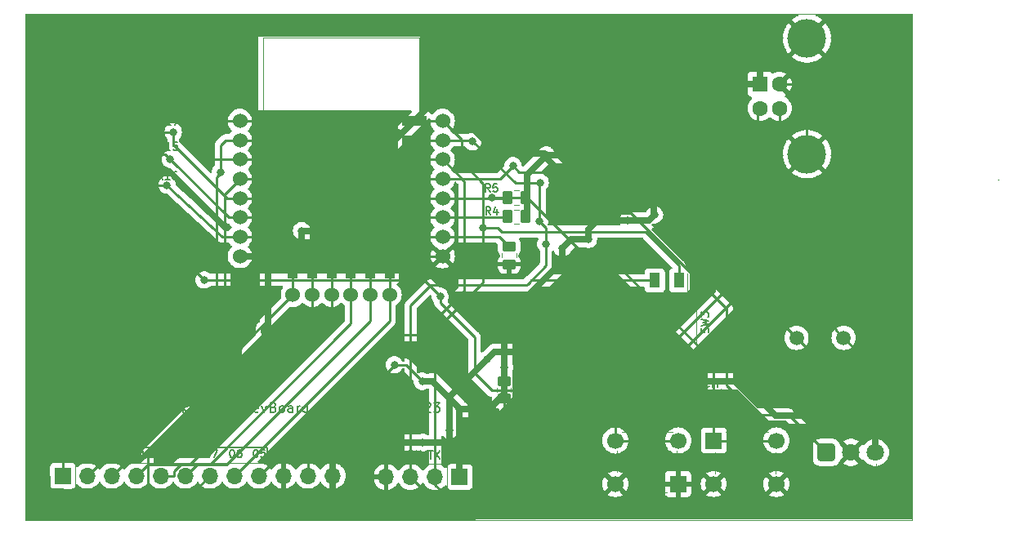
<source format=gbr>
%TF.GenerationSoftware,KiCad,Pcbnew,7.0.6*%
%TF.CreationDate,2024-04-30T14:13:19+02:00*%
%TF.ProjectId,esp_prog,6573705f-7072-46f6-972e-6b696361645f,rev?*%
%TF.SameCoordinates,Original*%
%TF.FileFunction,Copper,L2,Bot*%
%TF.FilePolarity,Positive*%
%FSLAX46Y46*%
G04 Gerber Fmt 4.6, Leading zero omitted, Abs format (unit mm)*
G04 Created by KiCad (PCBNEW 7.0.6) date 2024-04-30 14:13:19*
%MOMM*%
%LPD*%
G01*
G04 APERTURE LIST*
G04 Aperture macros list*
%AMRoundRect*
0 Rectangle with rounded corners*
0 $1 Rounding radius*
0 $2 $3 $4 $5 $6 $7 $8 $9 X,Y pos of 4 corners*
0 Add a 4 corners polygon primitive as box body*
4,1,4,$2,$3,$4,$5,$6,$7,$8,$9,$2,$3,0*
0 Add four circle primitives for the rounded corners*
1,1,$1+$1,$2,$3*
1,1,$1+$1,$4,$5*
1,1,$1+$1,$6,$7*
1,1,$1+$1,$8,$9*
0 Add four rect primitives between the rounded corners*
20,1,$1+$1,$2,$3,$4,$5,0*
20,1,$1+$1,$4,$5,$6,$7,0*
20,1,$1+$1,$6,$7,$8,$9,0*
20,1,$1+$1,$8,$9,$2,$3,0*%
G04 Aperture macros list end*
%TA.AperFunction,ComponentPad*%
%ADD10R,1.700000X1.700000*%
%TD*%
%TA.AperFunction,ComponentPad*%
%ADD11O,1.700000X1.700000*%
%TD*%
%TA.AperFunction,ComponentPad*%
%ADD12C,1.500000*%
%TD*%
%TA.AperFunction,ComponentPad*%
%ADD13C,1.700000*%
%TD*%
%TA.AperFunction,ComponentPad*%
%ADD14R,1.600000X1.600000*%
%TD*%
%TA.AperFunction,ComponentPad*%
%ADD15C,1.600000*%
%TD*%
%TA.AperFunction,ComponentPad*%
%ADD16C,4.000000*%
%TD*%
%TA.AperFunction,ComponentPad*%
%ADD17RoundRect,0.250200X-0.649800X-0.649800X0.649800X-0.649800X0.649800X0.649800X-0.649800X0.649800X0*%
%TD*%
%TA.AperFunction,ComponentPad*%
%ADD18C,1.800000*%
%TD*%
%TA.AperFunction,ComponentPad*%
%ADD19C,1.524000*%
%TD*%
%TA.AperFunction,ViaPad*%
%ADD20C,0.800000*%
%TD*%
%TA.AperFunction,Conductor*%
%ADD21C,0.700000*%
%TD*%
%TA.AperFunction,Conductor*%
%ADD22C,0.250000*%
%TD*%
%TA.AperFunction,NonConductor*%
%ADD23C,0.200000*%
%TD*%
%TA.AperFunction,SMDPad,CuDef*%
%ADD24RoundRect,0.243750X-0.243750X-0.456250X0.243750X-0.456250X0.243750X0.456250X-0.243750X0.456250X0*%
%TD*%
%TA.AperFunction,SMDPad,CuDef*%
%ADD25RoundRect,0.150000X0.587500X0.150000X-0.587500X0.150000X-0.587500X-0.150000X0.587500X-0.150000X0*%
%TD*%
%TA.AperFunction,SMDPad,CuDef*%
%ADD26RoundRect,0.243750X0.243750X0.456250X-0.243750X0.456250X-0.243750X-0.456250X0.243750X-0.456250X0*%
%TD*%
%TA.AperFunction,SMDPad,CuDef*%
%ADD27RoundRect,0.250000X-0.250000X-0.475000X0.250000X-0.475000X0.250000X0.475000X-0.250000X0.475000X0*%
%TD*%
%TA.AperFunction,SMDPad,CuDef*%
%ADD28RoundRect,0.150000X-0.825000X-0.150000X0.825000X-0.150000X0.825000X0.150000X-0.825000X0.150000X0*%
%TD*%
%TA.AperFunction,SMDPad,CuDef*%
%ADD29RoundRect,0.250000X-0.475000X0.250000X-0.475000X-0.250000X0.475000X-0.250000X0.475000X0.250000X0*%
%TD*%
%TA.AperFunction,SMDPad,CuDef*%
%ADD30RoundRect,0.250000X-0.262500X-0.450000X0.262500X-0.450000X0.262500X0.450000X-0.262500X0.450000X0*%
%TD*%
%TA.AperFunction,SMDPad,CuDef*%
%ADD31R,1.100000X2.000000*%
%TD*%
%TA.AperFunction,SMDPad,CuDef*%
%ADD32RoundRect,0.250000X-0.450000X0.262500X-0.450000X-0.262500X0.450000X-0.262500X0.450000X0.262500X0*%
%TD*%
%TA.AperFunction,SMDPad,CuDef*%
%ADD33R,2.500000X1.000000*%
%TD*%
%TA.AperFunction,SMDPad,CuDef*%
%ADD34R,1.000000X1.800000*%
%TD*%
%TA.AperFunction,SMDPad,CuDef*%
%ADD35RoundRect,0.250000X0.450000X-0.262500X0.450000X0.262500X-0.450000X0.262500X-0.450000X-0.262500X0*%
%TD*%
%TA.AperFunction,SMDPad,CuDef*%
%ADD36R,1.100000X1.500000*%
%TD*%
%TA.AperFunction,SMDPad,CuDef*%
%ADD37RoundRect,0.250000X0.250000X0.475000X-0.250000X0.475000X-0.250000X-0.475000X0.250000X-0.475000X0*%
%TD*%
%TA.AperFunction,SMDPad,CuDef*%
%ADD38R,1.500000X2.000000*%
%TD*%
%TA.AperFunction,SMDPad,CuDef*%
%ADD39R,3.800000X2.000000*%
%TD*%
%TA.AperFunction,Conductor*%
%ADD40C,1.500000*%
%TD*%
%ADD41RoundRect,0.243750X-0.243750X-0.456250X0.243750X-0.456250X0.243750X0.456250X-0.243750X0.456250X0*%
%ADD42RoundRect,0.150000X0.587500X0.150000X-0.587500X0.150000X-0.587500X-0.150000X0.587500X-0.150000X0*%
%ADD43RoundRect,0.243750X0.243750X0.456250X-0.243750X0.456250X-0.243750X-0.456250X0.243750X-0.456250X0*%
%ADD44RoundRect,0.250000X-0.250000X-0.475000X0.250000X-0.475000X0.250000X0.475000X-0.250000X0.475000X0*%
%ADD45RoundRect,0.150000X-0.825000X-0.150000X0.825000X-0.150000X0.825000X0.150000X-0.825000X0.150000X0*%
%ADD46RoundRect,0.250000X-0.475000X0.250000X-0.475000X-0.250000X0.475000X-0.250000X0.475000X0.250000X0*%
%ADD47RoundRect,0.250000X-0.262500X-0.450000X0.262500X-0.450000X0.262500X0.450000X-0.262500X0.450000X0*%
%ADD48R,1.100000X2.000000*%
%ADD49RoundRect,0.250000X-0.450000X0.262500X-0.450000X-0.262500X0.450000X-0.262500X0.450000X0.262500X0*%
%ADD50R,2.500000X1.000000*%
%ADD51R,1.000000X1.800000*%
%ADD52RoundRect,0.250000X0.450000X-0.262500X0.450000X0.262500X-0.450000X0.262500X-0.450000X-0.262500X0*%
%ADD53R,1.100000X1.500000*%
%ADD54RoundRect,0.250000X0.250000X0.475000X-0.250000X0.475000X-0.250000X-0.475000X0.250000X-0.475000X0*%
%ADD55R,1.500000X2.000000*%
%ADD56R,3.800000X2.000000*%
%ADD57C,0.150000*%
%ADD58C,0.200000*%
%ADD59C,0.125000*%
%ADD60C,0.120000*%
%ADD61R,1.700000X1.700000*%
%ADD62O,1.700000X1.700000*%
%ADD63C,1.500000*%
%ADD64C,1.700000*%
%ADD65R,1.600000X1.600000*%
%ADD66C,1.600000*%
%ADD67C,4.000000*%
%ADD68RoundRect,0.250200X-0.649800X-0.649800X0.649800X-0.649800X0.649800X0.649800X-0.649800X0.649800X0*%
%ADD69C,1.800000*%
%ADD70C,1.524000*%
%TA.AperFunction,Profile*%
%ADD71C,0.100000*%
%TD*%
G04 APERTURE END LIST*
D10*
%TO.P,J2,1,Pin_1*%
%TO.N,/3V3*%
X139320000Y-123100000D03*
D11*
%TO.P,J2,2,Pin_2*%
%TO.N,/TX*%
X136780000Y-123100000D03*
%TO.P,J2,3,Pin_3*%
%TO.N,/RX*%
X134240000Y-123100000D03*
%TO.P,J2,4,Pin_4*%
%TO.N,/GND*%
X131700000Y-123100000D03*
%TD*%
D12*
%TO.P,Y1,1,1*%
%TO.N,Net-(U2-XO)*%
X179100000Y-108700000D03*
%TO.P,Y1,2,2*%
%TO.N,Net-(U2-XI)*%
X174220000Y-108700000D03*
%TD*%
D10*
%TO.P,SW1,1,1*%
%TO.N,/GND*%
X161950000Y-123850000D03*
D13*
X155450000Y-123850000D03*
%TO.P,SW1,2,2*%
%TO.N,Net-(U1-~{RST})*%
X161950000Y-119350000D03*
X155450000Y-119350000D03*
%TD*%
D14*
%TO.P,J1,1,VBUS*%
%TO.N,/+5V*%
X170440000Y-82400000D03*
D15*
%TO.P,J1,2,D-*%
%TO.N,Net-(J1-D-)*%
X170440000Y-84900000D03*
%TO.P,J1,3,D+*%
%TO.N,Net-(J1-D+)*%
X172440000Y-84900000D03*
%TO.P,J1,4,GND*%
%TO.N,/GND*%
X172440000Y-82400000D03*
D16*
%TO.P,J1,5,Shield*%
X175300000Y-77650000D03*
X175300000Y-89650000D03*
%TD*%
D17*
%TO.P,U4,1,OUT*%
%TO.N,/GPIO4*%
X177310000Y-120575000D03*
D18*
%TO.P,U4,2,GND*%
%TO.N,/GND*%
X179850000Y-120575000D03*
%TO.P,U4,3,Vs*%
%TO.N,/+5V*%
X182390000Y-120575000D03*
%TD*%
D19*
%TO.P,U1,1,~{RST}*%
%TO.N,Net-(U1-~{RST})*%
X116550000Y-86218500D03*
%TO.P,U1,2,ADC*%
%TO.N,/ADC*%
X116550000Y-88218500D03*
%TO.P,U1,3,EN*%
%TO.N,Net-(U1-EN)*%
X116550000Y-90218500D03*
%TO.P,U1,4,GPIO16*%
%TO.N,/GPIO16*%
X116550000Y-92218500D03*
%TO.P,U1,5,GPIO14*%
%TO.N,/GPIO14*%
X116550000Y-94218500D03*
%TO.P,U1,6,GPIO12*%
%TO.N,/GPIO12*%
X116550000Y-96218500D03*
%TO.P,U1,7,GPIO13*%
%TO.N,/GPIO13*%
X116550000Y-98218500D03*
%TO.P,U1,8,VCC*%
%TO.N,/3V3*%
X116550000Y-100218500D03*
%TO.P,U1,9,CS0*%
%TO.N,/GPIO11*%
X122050000Y-104218500D03*
%TO.P,U1,10,MISO*%
%TO.N,/GPIO7*%
X124050000Y-104218500D03*
%TO.P,U1,11,GPIO9*%
%TO.N,/GPIO9*%
X126050000Y-104218500D03*
%TO.P,U1,12,GPIO10*%
%TO.N,/GPIO10*%
X128050000Y-104218500D03*
%TO.P,U1,13,MOSI*%
%TO.N,/GPIO8*%
X130050000Y-104218500D03*
%TO.P,U1,14,SCLK*%
%TO.N,/GPIO6*%
X132050000Y-104218500D03*
%TO.P,U1,15,GND*%
%TO.N,/GND*%
X137550000Y-100218500D03*
%TO.P,U1,16,GPIO15*%
%TO.N,Net-(U1-GPIO15)*%
X137550000Y-98218500D03*
%TO.P,U1,17,GPIO2*%
%TO.N,Net-(U1-GPIO2)*%
X137550000Y-96218500D03*
%TO.P,U1,18,GPIO0*%
%TO.N,Net-(U1-GPIO0)*%
X137550000Y-94218500D03*
%TO.P,U1,19,GPIO4*%
%TO.N,/GPIO4*%
X137550000Y-92218500D03*
%TO.P,U1,20,GPIO5*%
%TO.N,/GPIO5*%
X137550000Y-90218500D03*
%TO.P,U1,21,GPIO3/RXD*%
%TO.N,/RX*%
X137550000Y-88218500D03*
%TO.P,U1,22,GPIO1/TXD*%
%TO.N,/TX*%
X137550000Y-86218500D03*
%TD*%
D10*
%TO.P,SW2,1,1*%
%TO.N,Net-(U1-GPIO0)*%
X165650000Y-119350000D03*
D13*
X172150000Y-119350000D03*
%TO.P,SW2,2,2*%
%TO.N,/GND*%
X165650000Y-123850000D03*
X172150000Y-123850000D03*
%TD*%
D10*
%TO.P,J3,1,Pin_1*%
%TO.N,/ADC*%
X98200000Y-123000000D03*
D11*
%TO.P,J3,2,Pin_2*%
%TO.N,/GPIO16*%
X100740000Y-123000000D03*
%TO.P,J3,3,Pin_3*%
%TO.N,/GPIO11*%
X103280000Y-123000000D03*
%TO.P,J3,4,Pin_4*%
%TO.N,/GPIO10*%
X105820000Y-123000000D03*
%TO.P,J3,5,Pin_5*%
%TO.N,/GPIO9*%
X108360000Y-123000000D03*
%TO.P,J3,6,Pin_6*%
%TO.N,/GPIO8*%
X110900000Y-123000000D03*
%TO.P,J3,7,Pin_7*%
%TO.N,/GPIO7*%
X113440000Y-123000000D03*
%TO.P,J3,8,Pin_8*%
%TO.N,/GPIO6*%
X115980000Y-123000000D03*
%TO.P,J3,9,Pin_9*%
%TO.N,/GPIO5*%
X118520000Y-123000000D03*
%TO.P,J3,10,Pin_10*%
%TO.N,/GND*%
X121060000Y-123000000D03*
%TO.P,J3,11,Pin_11*%
%TO.N,/3V3*%
X123600000Y-123000000D03*
%TO.P,J3,12,Pin_12*%
%TO.N,/+5V*%
X126140000Y-123000000D03*
%TD*%
D20*
%TO.N,/3V3*%
X132550000Y-111500000D03*
X148300000Y-89750000D03*
X159500000Y-95950000D03*
X122950000Y-97600000D03*
X143950000Y-111750000D03*
X152650000Y-98500000D03*
X156750000Y-96550000D03*
X135450000Y-113200000D03*
X149950000Y-99400000D03*
X139300000Y-116050000D03*
%TO.N,/GND*%
X153900000Y-93700000D03*
X169750000Y-103400000D03*
X138400000Y-104000000D03*
X176200000Y-105900000D03*
X108600000Y-108200000D03*
X103800000Y-90550000D03*
X113700000Y-111550000D03*
X146500000Y-116600000D03*
X152100000Y-83650000D03*
X156800000Y-114950000D03*
X103750000Y-86650000D03*
X182300000Y-93250000D03*
X171800000Y-93050000D03*
X117150000Y-114000000D03*
X151550000Y-116350000D03*
X115050000Y-112500000D03*
%TO.N,/+5V*%
X142150000Y-110950000D03*
X135500000Y-119550000D03*
X138250000Y-118250000D03*
%TO.N,/RX*%
X147600000Y-96650000D03*
X147650000Y-92600000D03*
X140650000Y-88350000D03*
X148250000Y-98950000D03*
%TO.N,/TX*%
X141750000Y-97300000D03*
%TO.N,Net-(U1-~{RST})*%
X137300000Y-104400000D03*
X112850000Y-102700000D03*
%TO.N,Net-(U1-GPIO0)*%
X142700000Y-94200000D03*
%TO.N,/GPIO12*%
X109350000Y-90200000D03*
%TO.N,/GPIO13*%
X109000000Y-92850000D03*
%TO.N,/GPIO14*%
X109650000Y-87350000D03*
%TO.N,/GPIO4*%
X144850000Y-90850000D03*
%TO.N,/ADC*%
X114550000Y-91500000D03*
%TD*%
D21*
%TO.N,/3V3*%
X143250000Y-89550000D02*
X138200000Y-84500000D01*
X153550000Y-96550000D02*
X156750000Y-96550000D01*
D22*
X132550000Y-111500000D02*
X133750000Y-111500000D01*
D21*
X143950000Y-114500000D02*
X143950000Y-111750000D01*
X143950000Y-106800000D02*
X149950000Y-100800000D01*
X125400000Y-97600000D02*
X122950000Y-97600000D01*
X127600000Y-95400000D02*
X125400000Y-97600000D01*
X142400000Y-116050000D02*
X143950000Y-114500000D01*
X159450000Y-95100000D02*
X159450000Y-95900000D01*
X149950000Y-100800000D02*
X149950000Y-99400000D01*
X152650000Y-97450000D02*
X153550000Y-96550000D01*
X148300000Y-90100000D02*
X153100000Y-94900000D01*
X148100000Y-89550000D02*
X143250000Y-89550000D01*
X127600000Y-93244976D02*
X127600000Y-95400000D01*
X136344976Y-84500000D02*
X127600000Y-93244976D01*
X159250000Y-94900000D02*
X159450000Y-95100000D01*
X139300000Y-116050000D02*
X142400000Y-116050000D01*
X152650000Y-98500000D02*
X152650000Y-97450000D01*
X143950000Y-111750000D02*
X143950000Y-106800000D01*
D22*
X133750000Y-111500000D02*
X135450000Y-113200000D01*
D21*
X138200000Y-84500000D02*
X136344976Y-84500000D01*
X148300000Y-89750000D02*
X148100000Y-89550000D01*
X148300000Y-89750000D02*
X148300000Y-90100000D01*
D22*
X159450000Y-95900000D02*
X159500000Y-95950000D01*
D21*
X153100000Y-94900000D02*
X159250000Y-94900000D01*
D22*
%TO.N,/GND*%
X171900000Y-93050000D02*
X171800000Y-93050000D01*
X116550000Y-114000000D02*
X115050000Y-112500000D01*
X175300000Y-89650000D02*
X171900000Y-93050000D01*
X117150000Y-114000000D02*
X116550000Y-114000000D01*
D21*
%TO.N,/+5V*%
X142150000Y-110950000D02*
X138250000Y-114850000D01*
X126140000Y-121360000D02*
X127950000Y-119550000D01*
X126140000Y-123000000D02*
X126140000Y-121360000D01*
X127950000Y-119550000D02*
X135500000Y-119550000D01*
X138250000Y-114850000D02*
X138250000Y-118250000D01*
D22*
%TO.N,/RX*%
X145100000Y-92600000D02*
X140650000Y-88350000D01*
X148250000Y-97300000D02*
X147600000Y-96650000D01*
X147650000Y-92600000D02*
X145100000Y-92600000D01*
X148250000Y-98950000D02*
X148250000Y-97300000D01*
%TO.N,/TX*%
X141750000Y-102950000D02*
X141750000Y-97300000D01*
X139500000Y-90450000D02*
X139500000Y-88168500D01*
X136780000Y-107920000D02*
X141750000Y-102950000D01*
X141750000Y-97300000D02*
X141750000Y-92700000D01*
X136780000Y-123100000D02*
X136780000Y-107920000D01*
X141750000Y-92700000D02*
X139500000Y-90450000D01*
X139500000Y-88168500D02*
X137550000Y-86218500D01*
%TO.N,Net-(U1-~{RST})*%
X112850000Y-102700000D02*
X135600000Y-102700000D01*
X135600000Y-102700000D02*
X137300000Y-104400000D01*
%TO.N,Net-(U1-GPIO0)*%
X165650000Y-111150000D02*
X154200000Y-99700000D01*
X165650000Y-119350000D02*
X165650000Y-111150000D01*
X151800000Y-99700000D02*
X146300000Y-94200000D01*
X154200000Y-99700000D02*
X151800000Y-99700000D01*
X146300000Y-94200000D02*
X142700000Y-94200000D01*
%TO.N,/GPIO12*%
X115368500Y-96218500D02*
X109350000Y-90200000D01*
X116550000Y-96218500D02*
X115368500Y-96218500D01*
%TO.N,/GPIO13*%
X114768500Y-98218500D02*
X109000000Y-92850000D01*
X116550000Y-98218500D02*
X114768500Y-98218500D01*
%TO.N,/GPIO14*%
X109650000Y-88650000D02*
X109650000Y-87350000D01*
X115218500Y-94218500D02*
X109650000Y-88650000D01*
X116550000Y-94218500D02*
X115218500Y-94218500D01*
%TO.N,/GPIO4*%
X173700000Y-117000000D02*
X173350000Y-116650000D01*
X173350000Y-116650000D02*
X170000000Y-116650000D01*
X167000000Y-113650000D02*
X167000000Y-105700000D01*
X167000000Y-105700000D02*
X157100000Y-95800000D01*
X145500000Y-91500000D02*
X144850000Y-90850000D01*
X157100000Y-95800000D02*
X152750000Y-95800000D01*
X152750000Y-95800000D02*
X148450000Y-91500000D01*
X170000000Y-116650000D02*
X167000000Y-113650000D01*
X148450000Y-91500000D02*
X145500000Y-91500000D01*
X173735000Y-117000000D02*
X173700000Y-117000000D01*
X177310000Y-120575000D02*
X173735000Y-117000000D01*
%TO.N,/ADC*%
X115081500Y-88218500D02*
X114550000Y-88750000D01*
X114550000Y-88750000D02*
X114550000Y-91500000D01*
X116550000Y-88218500D02*
X115081500Y-88218500D01*
%TO.N,/GPIO11*%
X103280000Y-123000000D02*
X122050000Y-104230000D01*
X122050000Y-104230000D02*
X122050000Y-104218500D01*
%TO.N,/GPIO10*%
X105820000Y-123000000D02*
X106995000Y-121825000D01*
X106995000Y-121825000D02*
X113425000Y-121825000D01*
X113425000Y-121825000D02*
X128050000Y-107200000D01*
X128050000Y-107200000D02*
X128050000Y-104218500D01*
%TO.N,/GPIO5*%
X139800000Y-103800000D02*
X135250000Y-108350000D01*
X135250000Y-108400000D02*
X133120000Y-108400000D01*
X137550000Y-90218500D02*
X139800000Y-92468500D01*
X133120000Y-108400000D02*
X118520000Y-123000000D01*
X135250000Y-108350000D02*
X135250000Y-108400000D01*
X139800000Y-92468500D02*
X139800000Y-103800000D01*
%TD*%
%TA.AperFunction,Conductor*%
%TO.N,/GND*%
G36*
X136073834Y-108513268D02*
G01*
X136129767Y-108555140D01*
X136154184Y-108620604D01*
X136154500Y-108629450D01*
X136154500Y-112355406D01*
X136134815Y-112422445D01*
X136082011Y-112468200D01*
X136012853Y-112478144D01*
X135957615Y-112455725D01*
X135945699Y-112447068D01*
X135902730Y-112415849D01*
X135902728Y-112415848D01*
X135902729Y-112415848D01*
X135729807Y-112338857D01*
X135729802Y-112338855D01*
X135584000Y-112307865D01*
X135544646Y-112299500D01*
X135544645Y-112299500D01*
X135485452Y-112299500D01*
X135418413Y-112279815D01*
X135397771Y-112263181D01*
X134250803Y-111116212D01*
X134240980Y-111103950D01*
X134240759Y-111104134D01*
X134235786Y-111098123D01*
X134185364Y-111050773D01*
X134174919Y-111040328D01*
X134164475Y-111029883D01*
X134158986Y-111025625D01*
X134154561Y-111021847D01*
X134120582Y-110989938D01*
X134120580Y-110989936D01*
X134120577Y-110989935D01*
X134103029Y-110980288D01*
X134086763Y-110969604D01*
X134070933Y-110957325D01*
X134028168Y-110938818D01*
X134022922Y-110936248D01*
X133982093Y-110913803D01*
X133982092Y-110913802D01*
X133962693Y-110908822D01*
X133944281Y-110902518D01*
X133925898Y-110894562D01*
X133925892Y-110894560D01*
X133879874Y-110887272D01*
X133874152Y-110886087D01*
X133829021Y-110874500D01*
X133829019Y-110874500D01*
X133808984Y-110874500D01*
X133789586Y-110872973D01*
X133782162Y-110871797D01*
X133769805Y-110869840D01*
X133769804Y-110869840D01*
X133723416Y-110874225D01*
X133717578Y-110874500D01*
X133253748Y-110874500D01*
X133186709Y-110854815D01*
X133161600Y-110833474D01*
X133155873Y-110827114D01*
X133155869Y-110827110D01*
X133002734Y-110715851D01*
X133002729Y-110715848D01*
X132829807Y-110638857D01*
X132829802Y-110638855D01*
X132684001Y-110607865D01*
X132644646Y-110599500D01*
X132455354Y-110599500D01*
X132422897Y-110606398D01*
X132270197Y-110638855D01*
X132270192Y-110638857D01*
X132097270Y-110715848D01*
X132097265Y-110715851D01*
X131944129Y-110827111D01*
X131817466Y-110967785D01*
X131722821Y-111131715D01*
X131722818Y-111131722D01*
X131664327Y-111311740D01*
X131664326Y-111311744D01*
X131644540Y-111500000D01*
X131664326Y-111688256D01*
X131664327Y-111688259D01*
X131722818Y-111868277D01*
X131722821Y-111868284D01*
X131817467Y-112032216D01*
X131919185Y-112145185D01*
X131944129Y-112172888D01*
X132097265Y-112284148D01*
X132097270Y-112284151D01*
X132270192Y-112361142D01*
X132270197Y-112361144D01*
X132455354Y-112400500D01*
X132455355Y-112400500D01*
X132644644Y-112400500D01*
X132644646Y-112400500D01*
X132829803Y-112361144D01*
X133002730Y-112284151D01*
X133155871Y-112172888D01*
X133158788Y-112169647D01*
X133161600Y-112166526D01*
X133221087Y-112129879D01*
X133253748Y-112125500D01*
X133439548Y-112125500D01*
X133506587Y-112145185D01*
X133527229Y-112161819D01*
X134511038Y-113145629D01*
X134544523Y-113206952D01*
X134546678Y-113220348D01*
X134554968Y-113299227D01*
X134564326Y-113388256D01*
X134564327Y-113388259D01*
X134622818Y-113568277D01*
X134622821Y-113568284D01*
X134717467Y-113732216D01*
X134758001Y-113777233D01*
X134844129Y-113872888D01*
X134997265Y-113984148D01*
X134997270Y-113984151D01*
X135170192Y-114061142D01*
X135170197Y-114061144D01*
X135355354Y-114100500D01*
X135355355Y-114100500D01*
X135544644Y-114100500D01*
X135544646Y-114100500D01*
X135729803Y-114061144D01*
X135902730Y-113984151D01*
X135957615Y-113944274D01*
X136023421Y-113920795D01*
X136091475Y-113936620D01*
X136140170Y-113986726D01*
X136154500Y-114044593D01*
X136154500Y-118669079D01*
X136134815Y-118736118D01*
X136082011Y-118781873D01*
X136012853Y-118791817D01*
X135957618Y-118769400D01*
X135952731Y-118765849D01*
X135952729Y-118765848D01*
X135779807Y-118688857D01*
X135779802Y-118688855D01*
X135634001Y-118657865D01*
X135594646Y-118649500D01*
X135405354Y-118649500D01*
X135365999Y-118657865D01*
X135220198Y-118688855D01*
X135214014Y-118690865D01*
X135213790Y-118690178D01*
X135169933Y-118699500D01*
X127987087Y-118699500D01*
X127982052Y-118699295D01*
X127926835Y-118694798D01*
X127926828Y-118694799D01*
X127846607Y-118705729D01*
X127766092Y-118714485D01*
X127765131Y-118714697D01*
X127744471Y-118719538D01*
X127743541Y-118719770D01*
X127743533Y-118719772D01*
X127743532Y-118719773D01*
X127699040Y-118736118D01*
X127667499Y-118747705D01*
X127590775Y-118773557D01*
X127589796Y-118774010D01*
X127570697Y-118783162D01*
X127569884Y-118783565D01*
X127501632Y-118827192D01*
X127454382Y-118855621D01*
X127433644Y-118868100D01*
X127432256Y-118868935D01*
X127431520Y-118869494D01*
X127414828Y-118882542D01*
X127414014Y-118883197D01*
X127356750Y-118940459D01*
X127297956Y-118996153D01*
X127297322Y-118996899D01*
X127283093Y-119014116D01*
X125564830Y-120732380D01*
X125561127Y-120735794D01*
X125518898Y-120771665D01*
X125469909Y-120836108D01*
X125419155Y-120899249D01*
X125418649Y-120900041D01*
X125407469Y-120918066D01*
X125406944Y-120918938D01*
X125372939Y-120992439D01*
X125336963Y-121064980D01*
X125336582Y-121066017D01*
X125329580Y-121085906D01*
X125329267Y-121086833D01*
X125311858Y-121165926D01*
X125292314Y-121244513D01*
X125292191Y-121245416D01*
X125289607Y-121266516D01*
X125289500Y-121267501D01*
X125289500Y-121348468D01*
X125287306Y-121429438D01*
X125287387Y-121430431D01*
X125289499Y-121452649D01*
X125289499Y-121889242D01*
X125269814Y-121956281D01*
X125253180Y-121976923D01*
X125101505Y-122128597D01*
X124971575Y-122314158D01*
X124916998Y-122357783D01*
X124847500Y-122364977D01*
X124785145Y-122333454D01*
X124768425Y-122314158D01*
X124638494Y-122128597D01*
X124471402Y-121961506D01*
X124471395Y-121961501D01*
X124277834Y-121825967D01*
X124277830Y-121825965D01*
X124235457Y-121806206D01*
X124063663Y-121726097D01*
X124063659Y-121726096D01*
X124063655Y-121726094D01*
X123835413Y-121664938D01*
X123835403Y-121664936D01*
X123600001Y-121644341D01*
X123599999Y-121644341D01*
X123364596Y-121664936D01*
X123364586Y-121664938D01*
X123136344Y-121726094D01*
X123136335Y-121726098D01*
X122922171Y-121825964D01*
X122922169Y-121825965D01*
X122728597Y-121961505D01*
X122561508Y-122128594D01*
X122431269Y-122314595D01*
X122376692Y-122358219D01*
X122307193Y-122365412D01*
X122244839Y-122333890D01*
X122228119Y-122314594D01*
X122098113Y-122128926D01*
X122098108Y-122128920D01*
X121931082Y-121961894D01*
X121737578Y-121826399D01*
X121523492Y-121726570D01*
X121523486Y-121726567D01*
X121310000Y-121669364D01*
X121310000Y-122564498D01*
X121202315Y-122515320D01*
X121095763Y-122500000D01*
X121024237Y-122500000D01*
X120917685Y-122515320D01*
X120810000Y-122564498D01*
X120810000Y-121645950D01*
X120829685Y-121578911D01*
X120846314Y-121558274D01*
X133342771Y-109061819D01*
X133404095Y-109028334D01*
X133430453Y-109025500D01*
X135179153Y-109025500D01*
X135202385Y-109027696D01*
X135203989Y-109028001D01*
X135210412Y-109029227D01*
X135267724Y-109025621D01*
X135271597Y-109025500D01*
X135289342Y-109025500D01*
X135289350Y-109025500D01*
X135306990Y-109023271D01*
X135310807Y-109022910D01*
X135368138Y-109019304D01*
X135375905Y-109016780D01*
X135398680Y-109011688D01*
X135406792Y-109010664D01*
X135460195Y-108989519D01*
X135463835Y-108988209D01*
X135518441Y-108970467D01*
X135525337Y-108966090D01*
X135546133Y-108955494D01*
X135553732Y-108952486D01*
X135600191Y-108918730D01*
X135603390Y-108916555D01*
X135651877Y-108885786D01*
X135657466Y-108879833D01*
X135674979Y-108864394D01*
X135681587Y-108859594D01*
X135718190Y-108815347D01*
X135720736Y-108812457D01*
X135760062Y-108770582D01*
X135763998Y-108763421D01*
X135777119Y-108744114D01*
X135782324Y-108737823D01*
X135804714Y-108690240D01*
X135829227Y-108655361D01*
X135942821Y-108541767D01*
X136004142Y-108508284D01*
X136073834Y-108513268D01*
G37*
%TD.AperFunction*%
%TA.AperFunction,Conductor*%
G36*
X127093334Y-105063126D02*
G01*
X127137681Y-105091627D01*
X127235378Y-105189324D01*
X127235384Y-105189329D01*
X127371622Y-105284724D01*
X127415247Y-105339301D01*
X127424499Y-105386299D01*
X127424500Y-106889546D01*
X127404815Y-106956585D01*
X127388181Y-106977227D01*
X113202228Y-121163181D01*
X113140905Y-121196666D01*
X113114547Y-121199500D01*
X107077743Y-121199500D01*
X107062122Y-121197775D01*
X107062096Y-121198061D01*
X107054334Y-121197327D01*
X107054333Y-121197327D01*
X106985186Y-121199500D01*
X106955649Y-121199500D01*
X106948766Y-121200369D01*
X106942949Y-121200826D01*
X106896373Y-121202290D01*
X106877129Y-121207881D01*
X106858079Y-121211825D01*
X106838211Y-121214334D01*
X106794884Y-121231488D01*
X106789358Y-121233379D01*
X106744614Y-121246379D01*
X106744610Y-121246381D01*
X106727366Y-121256579D01*
X106709905Y-121265133D01*
X106691274Y-121272510D01*
X106691262Y-121272517D01*
X106653570Y-121299902D01*
X106648687Y-121303109D01*
X106608580Y-121326829D01*
X106594414Y-121340995D01*
X106579624Y-121353627D01*
X106563414Y-121365404D01*
X106563411Y-121365407D01*
X106533710Y-121401309D01*
X106529777Y-121405631D01*
X106275646Y-121659762D01*
X106214323Y-121693247D01*
X106155872Y-121691856D01*
X106055413Y-121664938D01*
X106055403Y-121664936D01*
X105820001Y-121644341D01*
X105819610Y-121644341D01*
X105819444Y-121644292D01*
X105814606Y-121643869D01*
X105814691Y-121642896D01*
X105752571Y-121624656D01*
X105706816Y-121571852D01*
X105696872Y-121502694D01*
X105725897Y-121439138D01*
X105731929Y-121432660D01*
X113596312Y-113568277D01*
X121675274Y-105489314D01*
X121736595Y-105455831D01*
X121795048Y-105457223D01*
X121829924Y-105466568D01*
X121829925Y-105466568D01*
X121829932Y-105466570D01*
X122017226Y-105482955D01*
X122049998Y-105485823D01*
X122050000Y-105485823D01*
X122050002Y-105485823D01*
X122105017Y-105481009D01*
X122270068Y-105466570D01*
X122483450Y-105409394D01*
X122683662Y-105316034D01*
X122864620Y-105189326D01*
X122962319Y-105091627D01*
X123023642Y-105058142D01*
X123093334Y-105063126D01*
X123137681Y-105091627D01*
X123235378Y-105189324D01*
X123235384Y-105189329D01*
X123416333Y-105316031D01*
X123416335Y-105316032D01*
X123416338Y-105316034D01*
X123616550Y-105409394D01*
X123829932Y-105466570D01*
X123987123Y-105480322D01*
X124049998Y-105485823D01*
X124050000Y-105485823D01*
X124050002Y-105485823D01*
X124105017Y-105481009D01*
X124270068Y-105466570D01*
X124483450Y-105409394D01*
X124683662Y-105316034D01*
X124864620Y-105189326D01*
X124962319Y-105091627D01*
X125023642Y-105058142D01*
X125093334Y-105063126D01*
X125137681Y-105091627D01*
X125235378Y-105189324D01*
X125235384Y-105189329D01*
X125416333Y-105316031D01*
X125416335Y-105316032D01*
X125416338Y-105316034D01*
X125616550Y-105409394D01*
X125829932Y-105466570D01*
X125987123Y-105480322D01*
X126049998Y-105485823D01*
X126050000Y-105485823D01*
X126050002Y-105485823D01*
X126105017Y-105481009D01*
X126270068Y-105466570D01*
X126483450Y-105409394D01*
X126683662Y-105316034D01*
X126864620Y-105189326D01*
X126962319Y-105091627D01*
X127023642Y-105058142D01*
X127093334Y-105063126D01*
G37*
%TD.AperFunction*%
%TA.AperFunction,Conductor*%
G36*
X174365130Y-75120185D02*
G01*
X174410885Y-75172989D01*
X174420829Y-75242147D01*
X174391804Y-75305703D01*
X174343738Y-75339792D01*
X174233455Y-75383455D01*
X174233447Y-75383459D01*
X173957787Y-75535004D01*
X173957782Y-75535007D01*
X173714972Y-75711418D01*
X173714971Y-75711419D01*
X174680388Y-76676836D01*
X174521931Y-76796499D01*
X174378348Y-76954001D01*
X174329439Y-77032991D01*
X173364286Y-76067838D01*
X173364285Y-76067838D01*
X173273459Y-76177629D01*
X173273457Y-76177632D01*
X173104903Y-76443232D01*
X173104900Y-76443238D01*
X172970965Y-76727862D01*
X172970963Y-76727867D01*
X172873755Y-77027041D01*
X172814808Y-77336050D01*
X172814807Y-77336057D01*
X172795057Y-77649994D01*
X172795057Y-77650005D01*
X172814807Y-77963942D01*
X172814808Y-77963949D01*
X172873755Y-78272958D01*
X172970963Y-78572132D01*
X172970965Y-78572137D01*
X173104900Y-78856761D01*
X173104903Y-78856767D01*
X173273457Y-79122367D01*
X173273460Y-79122371D01*
X173364286Y-79232160D01*
X174329438Y-78267007D01*
X174378348Y-78345999D01*
X174521931Y-78503501D01*
X174680388Y-78623163D01*
X173714971Y-79588579D01*
X173714972Y-79588581D01*
X173957772Y-79764985D01*
X173957790Y-79764996D01*
X174233447Y-79916540D01*
X174233455Y-79916544D01*
X174525926Y-80032340D01*
X174830620Y-80110573D01*
X174830629Y-80110575D01*
X175142701Y-80149999D01*
X175142715Y-80150000D01*
X175457285Y-80150000D01*
X175457298Y-80149999D01*
X175769370Y-80110575D01*
X175769379Y-80110573D01*
X176074073Y-80032340D01*
X176366544Y-79916544D01*
X176366552Y-79916540D01*
X176642209Y-79764996D01*
X176642219Y-79764990D01*
X176885026Y-79588579D01*
X176885027Y-79588579D01*
X175919611Y-78623163D01*
X176078069Y-78503501D01*
X176221652Y-78345999D01*
X176270560Y-78267008D01*
X177235712Y-79232160D01*
X177326544Y-79122364D01*
X177495096Y-78856767D01*
X177495099Y-78856761D01*
X177629034Y-78572137D01*
X177629036Y-78572132D01*
X177726244Y-78272958D01*
X177785191Y-77963949D01*
X177785192Y-77963942D01*
X177804943Y-77650005D01*
X177804943Y-77649994D01*
X177785192Y-77336057D01*
X177785191Y-77336050D01*
X177726244Y-77027041D01*
X177629036Y-76727867D01*
X177629034Y-76727862D01*
X177495099Y-76443238D01*
X177495096Y-76443232D01*
X177326542Y-76177632D01*
X177326539Y-76177628D01*
X177235712Y-76067838D01*
X176270560Y-77032991D01*
X176221652Y-76954001D01*
X176078069Y-76796499D01*
X175919611Y-76676836D01*
X176885027Y-75711419D01*
X176885026Y-75711417D01*
X176642227Y-75535014D01*
X176642209Y-75535003D01*
X176366552Y-75383459D01*
X176366544Y-75383455D01*
X176256262Y-75339792D01*
X176201176Y-75296811D01*
X176178073Y-75230872D01*
X176194286Y-75162909D01*
X176244670Y-75114502D01*
X176301909Y-75100500D01*
X186025500Y-75100500D01*
X186092539Y-75120185D01*
X186138294Y-75172989D01*
X186149500Y-75224500D01*
X186149500Y-127426067D01*
X186129815Y-127493106D01*
X186077011Y-127538861D01*
X186025568Y-127550067D01*
X95268000Y-127599500D01*
X94474000Y-127599500D01*
X94406961Y-127579815D01*
X94361206Y-127527011D01*
X94350000Y-127475500D01*
X94350000Y-123897870D01*
X96849500Y-123897870D01*
X96849501Y-123897876D01*
X96855908Y-123957483D01*
X96906202Y-124092328D01*
X96906206Y-124092335D01*
X96992452Y-124207544D01*
X96992455Y-124207547D01*
X97107664Y-124293793D01*
X97107671Y-124293797D01*
X97242517Y-124344091D01*
X97242516Y-124344091D01*
X97249444Y-124344835D01*
X97302127Y-124350500D01*
X99097872Y-124350499D01*
X99157483Y-124344091D01*
X99292331Y-124293796D01*
X99407546Y-124207546D01*
X99493796Y-124092331D01*
X99542810Y-123960916D01*
X99584681Y-123904984D01*
X99650145Y-123880566D01*
X99718418Y-123895417D01*
X99746673Y-123916569D01*
X99868599Y-124038495D01*
X99956437Y-124100000D01*
X100062165Y-124174032D01*
X100062167Y-124174033D01*
X100062170Y-124174035D01*
X100276337Y-124273903D01*
X100276343Y-124273904D01*
X100276344Y-124273905D01*
X100280252Y-124274952D01*
X100504592Y-124335063D01*
X100681034Y-124350500D01*
X100739999Y-124355659D01*
X100740000Y-124355659D01*
X100740001Y-124355659D01*
X100798966Y-124350500D01*
X100975408Y-124335063D01*
X101203663Y-124273903D01*
X101417830Y-124174035D01*
X101611401Y-124038495D01*
X101778495Y-123871401D01*
X101908426Y-123685840D01*
X101963001Y-123642217D01*
X102032499Y-123635023D01*
X102094854Y-123666546D01*
X102111574Y-123685841D01*
X102241505Y-123871401D01*
X102408599Y-124038495D01*
X102496437Y-124100000D01*
X102602165Y-124174032D01*
X102602167Y-124174033D01*
X102602170Y-124174035D01*
X102816337Y-124273903D01*
X102816343Y-124273904D01*
X102816344Y-124273905D01*
X102820252Y-124274952D01*
X103044592Y-124335063D01*
X103221034Y-124350500D01*
X103279999Y-124355659D01*
X103280000Y-124355659D01*
X103280001Y-124355659D01*
X103338966Y-124350500D01*
X103515408Y-124335063D01*
X103743663Y-124273903D01*
X103957830Y-124174035D01*
X104151401Y-124038495D01*
X104318495Y-123871401D01*
X104448426Y-123685841D01*
X104503002Y-123642217D01*
X104572500Y-123635023D01*
X104634855Y-123666546D01*
X104651575Y-123685842D01*
X104781500Y-123871395D01*
X104781505Y-123871401D01*
X104948599Y-124038495D01*
X105036437Y-124100000D01*
X105142165Y-124174032D01*
X105142167Y-124174033D01*
X105142170Y-124174035D01*
X105356337Y-124273903D01*
X105356343Y-124273904D01*
X105356344Y-124273905D01*
X105360252Y-124274952D01*
X105584592Y-124335063D01*
X105761034Y-124350500D01*
X105819999Y-124355659D01*
X105820000Y-124355659D01*
X105820001Y-124355659D01*
X105878966Y-124350500D01*
X106055408Y-124335063D01*
X106283663Y-124273903D01*
X106497830Y-124174035D01*
X106691401Y-124038495D01*
X106858495Y-123871401D01*
X106988426Y-123685840D01*
X107043001Y-123642217D01*
X107112499Y-123635023D01*
X107174854Y-123666546D01*
X107191574Y-123685841D01*
X107321505Y-123871401D01*
X107488599Y-124038495D01*
X107576437Y-124100000D01*
X107682165Y-124174032D01*
X107682167Y-124174033D01*
X107682170Y-124174035D01*
X107896337Y-124273903D01*
X107896343Y-124273904D01*
X107896344Y-124273905D01*
X107900252Y-124274952D01*
X108124592Y-124335063D01*
X108301034Y-124350500D01*
X108359999Y-124355659D01*
X108360000Y-124355659D01*
X108360001Y-124355659D01*
X108418966Y-124350500D01*
X108595408Y-124335063D01*
X108823663Y-124273903D01*
X109037830Y-124174035D01*
X109231401Y-124038495D01*
X109398495Y-123871401D01*
X109528426Y-123685841D01*
X109583002Y-123642217D01*
X109652500Y-123635023D01*
X109714855Y-123666546D01*
X109731575Y-123685842D01*
X109861500Y-123871395D01*
X109861505Y-123871401D01*
X110028599Y-124038495D01*
X110116437Y-124100000D01*
X110222165Y-124174032D01*
X110222167Y-124174033D01*
X110222170Y-124174035D01*
X110436337Y-124273903D01*
X110436343Y-124273904D01*
X110436344Y-124273905D01*
X110440252Y-124274952D01*
X110664592Y-124335063D01*
X110841034Y-124350500D01*
X110899999Y-124355659D01*
X110900000Y-124355659D01*
X110900001Y-124355659D01*
X110958966Y-124350500D01*
X111135408Y-124335063D01*
X111363663Y-124273903D01*
X111577830Y-124174035D01*
X111771401Y-124038495D01*
X111938495Y-123871401D01*
X112068426Y-123685840D01*
X112123001Y-123642217D01*
X112192499Y-123635023D01*
X112254854Y-123666546D01*
X112271574Y-123685841D01*
X112401505Y-123871401D01*
X112568599Y-124038495D01*
X112656437Y-124100000D01*
X112762165Y-124174032D01*
X112762167Y-124174033D01*
X112762170Y-124174035D01*
X112976337Y-124273903D01*
X112976343Y-124273904D01*
X112976344Y-124273905D01*
X112980252Y-124274952D01*
X113204592Y-124335063D01*
X113381034Y-124350500D01*
X113439999Y-124355659D01*
X113440000Y-124355659D01*
X113440001Y-124355659D01*
X113498966Y-124350500D01*
X113675408Y-124335063D01*
X113903663Y-124273903D01*
X114117830Y-124174035D01*
X114311401Y-124038495D01*
X114478495Y-123871401D01*
X114608426Y-123685841D01*
X114663002Y-123642217D01*
X114732500Y-123635023D01*
X114794855Y-123666546D01*
X114811575Y-123685842D01*
X114941500Y-123871395D01*
X114941505Y-123871401D01*
X115108599Y-124038495D01*
X115196437Y-124100000D01*
X115302165Y-124174032D01*
X115302167Y-124174033D01*
X115302170Y-124174035D01*
X115516337Y-124273903D01*
X115516343Y-124273904D01*
X115516344Y-124273905D01*
X115520252Y-124274952D01*
X115744592Y-124335063D01*
X115921034Y-124350500D01*
X115979999Y-124355659D01*
X115980000Y-124355659D01*
X115980001Y-124355659D01*
X116038966Y-124350500D01*
X116215408Y-124335063D01*
X116443663Y-124273903D01*
X116657830Y-124174035D01*
X116851401Y-124038495D01*
X117018495Y-123871401D01*
X117148426Y-123685840D01*
X117203001Y-123642217D01*
X117272499Y-123635023D01*
X117334854Y-123666546D01*
X117351574Y-123685841D01*
X117481505Y-123871401D01*
X117648599Y-124038495D01*
X117736437Y-124100000D01*
X117842165Y-124174032D01*
X117842167Y-124174033D01*
X117842170Y-124174035D01*
X118056337Y-124273903D01*
X118056343Y-124273904D01*
X118056344Y-124273905D01*
X118060252Y-124274952D01*
X118284592Y-124335063D01*
X118461034Y-124350500D01*
X118519999Y-124355659D01*
X118520000Y-124355659D01*
X118520001Y-124355659D01*
X118578966Y-124350500D01*
X118755408Y-124335063D01*
X118983663Y-124273903D01*
X119197830Y-124174035D01*
X119391401Y-124038495D01*
X119558495Y-123871401D01*
X119688730Y-123685405D01*
X119743307Y-123641781D01*
X119812805Y-123634587D01*
X119875160Y-123666110D01*
X119891879Y-123685405D01*
X120021890Y-123871078D01*
X120188917Y-124038105D01*
X120382421Y-124173600D01*
X120596507Y-124273429D01*
X120596516Y-124273433D01*
X120810000Y-124330634D01*
X120810000Y-123435501D01*
X120917685Y-123484680D01*
X121024237Y-123500000D01*
X121095763Y-123500000D01*
X121202315Y-123484680D01*
X121310000Y-123435501D01*
X121310000Y-124330634D01*
X121523483Y-124273433D01*
X121523492Y-124273429D01*
X121737578Y-124173600D01*
X121931082Y-124038105D01*
X122098105Y-123871082D01*
X122228119Y-123685405D01*
X122282696Y-123641781D01*
X122352195Y-123634588D01*
X122414549Y-123666110D01*
X122431269Y-123685405D01*
X122561505Y-123871401D01*
X122728599Y-124038495D01*
X122816437Y-124100000D01*
X122922165Y-124174032D01*
X122922167Y-124174033D01*
X122922170Y-124174035D01*
X123136337Y-124273903D01*
X123136343Y-124273904D01*
X123136344Y-124273905D01*
X123140252Y-124274952D01*
X123364592Y-124335063D01*
X123541034Y-124350500D01*
X123599999Y-124355659D01*
X123600000Y-124355659D01*
X123600001Y-124355659D01*
X123658966Y-124350500D01*
X123835408Y-124335063D01*
X124063663Y-124273903D01*
X124277830Y-124174035D01*
X124471401Y-124038495D01*
X124638495Y-123871401D01*
X124768426Y-123685841D01*
X124823002Y-123642217D01*
X124892500Y-123635023D01*
X124954855Y-123666546D01*
X124971575Y-123685842D01*
X125101500Y-123871395D01*
X125101505Y-123871401D01*
X125268599Y-124038495D01*
X125356437Y-124100000D01*
X125462165Y-124174032D01*
X125462167Y-124174033D01*
X125462170Y-124174035D01*
X125676337Y-124273903D01*
X125676343Y-124273904D01*
X125676344Y-124273905D01*
X125680252Y-124274952D01*
X125904592Y-124335063D01*
X126081034Y-124350500D01*
X126139999Y-124355659D01*
X126140000Y-124355659D01*
X126140001Y-124355659D01*
X126198966Y-124350500D01*
X126375408Y-124335063D01*
X126603663Y-124273903D01*
X126817830Y-124174035D01*
X127011401Y-124038495D01*
X127178495Y-123871401D01*
X127314035Y-123677830D01*
X127413903Y-123463663D01*
X127475063Y-123235408D01*
X127495659Y-123000000D01*
X127475063Y-122764592D01*
X127419346Y-122556649D01*
X127413905Y-122536344D01*
X127413904Y-122536343D01*
X127413903Y-122536337D01*
X127314035Y-122322171D01*
X127308730Y-122314595D01*
X127178496Y-122128600D01*
X127111397Y-122061501D01*
X127026816Y-121976920D01*
X126993333Y-121915599D01*
X126990499Y-121889241D01*
X126990499Y-121849013D01*
X126990499Y-121763647D01*
X127010184Y-121696611D01*
X127026813Y-121675974D01*
X128265968Y-120436819D01*
X128327292Y-120403334D01*
X128353650Y-120400500D01*
X135169933Y-120400500D01*
X135213790Y-120409821D01*
X135214014Y-120409135D01*
X135220194Y-120411142D01*
X135220197Y-120411144D01*
X135405354Y-120450500D01*
X135405355Y-120450500D01*
X135594644Y-120450500D01*
X135594646Y-120450500D01*
X135779803Y-120411144D01*
X135952730Y-120334151D01*
X135957612Y-120330603D01*
X136023418Y-120307122D01*
X136091472Y-120322946D01*
X136140168Y-120373050D01*
X136154500Y-120430920D01*
X136154500Y-121824773D01*
X136134815Y-121891812D01*
X136101623Y-121926348D01*
X135908597Y-122061505D01*
X135741505Y-122228597D01*
X135611575Y-122414158D01*
X135556998Y-122457783D01*
X135487500Y-122464977D01*
X135425145Y-122433454D01*
X135408425Y-122414158D01*
X135278494Y-122228597D01*
X135111402Y-122061506D01*
X135111395Y-122061501D01*
X134917834Y-121925967D01*
X134917830Y-121925965D01*
X134883153Y-121909795D01*
X134703663Y-121826097D01*
X134703659Y-121826096D01*
X134703655Y-121826094D01*
X134475413Y-121764938D01*
X134475403Y-121764936D01*
X134240001Y-121744341D01*
X134239999Y-121744341D01*
X134004596Y-121764936D01*
X134004586Y-121764938D01*
X133776344Y-121826094D01*
X133776337Y-121826096D01*
X133776337Y-121826097D01*
X133775329Y-121826567D01*
X133562171Y-121925964D01*
X133562169Y-121925965D01*
X133368597Y-122061505D01*
X133201508Y-122228594D01*
X133071269Y-122414595D01*
X133016692Y-122458219D01*
X132947193Y-122465412D01*
X132884839Y-122433890D01*
X132868119Y-122414594D01*
X132738113Y-122228926D01*
X132738108Y-122228920D01*
X132571082Y-122061894D01*
X132377578Y-121926399D01*
X132163492Y-121826570D01*
X132163486Y-121826567D01*
X131950000Y-121769364D01*
X131949999Y-122664498D01*
X131842315Y-122615320D01*
X131735763Y-122600000D01*
X131664237Y-122600000D01*
X131557685Y-122615320D01*
X131450000Y-122664498D01*
X131450000Y-121769364D01*
X131449999Y-121769364D01*
X131236513Y-121826567D01*
X131236507Y-121826570D01*
X131022422Y-121926399D01*
X131022420Y-121926400D01*
X130828926Y-122061886D01*
X130828920Y-122061891D01*
X130661891Y-122228920D01*
X130661886Y-122228926D01*
X130526400Y-122422420D01*
X130526399Y-122422422D01*
X130426570Y-122636507D01*
X130426567Y-122636513D01*
X130369364Y-122849999D01*
X130369364Y-122850000D01*
X131266314Y-122850000D01*
X131240507Y-122890156D01*
X131200000Y-123028111D01*
X131200000Y-123171889D01*
X131240507Y-123309844D01*
X131266314Y-123350000D01*
X130369364Y-123350000D01*
X130426567Y-123563486D01*
X130426570Y-123563492D01*
X130526399Y-123777578D01*
X130661894Y-123971082D01*
X130828917Y-124138105D01*
X131022421Y-124273600D01*
X131236507Y-124373429D01*
X131236516Y-124373433D01*
X131450000Y-124430634D01*
X131449999Y-123535501D01*
X131557685Y-123584680D01*
X131664237Y-123600000D01*
X131735763Y-123600000D01*
X131842315Y-123584680D01*
X131949999Y-123535501D01*
X131949999Y-124430633D01*
X132163483Y-124373433D01*
X132163492Y-124373429D01*
X132377578Y-124273600D01*
X132571082Y-124138105D01*
X132738105Y-123971082D01*
X132868119Y-123785405D01*
X132922696Y-123741781D01*
X132992195Y-123734588D01*
X133054549Y-123766110D01*
X133071269Y-123785405D01*
X133201505Y-123971401D01*
X133368599Y-124138495D01*
X133461511Y-124203553D01*
X133562165Y-124274032D01*
X133562167Y-124274033D01*
X133562170Y-124274035D01*
X133776337Y-124373903D01*
X134004592Y-124435063D01*
X134181034Y-124450500D01*
X134239999Y-124455659D01*
X134240000Y-124455659D01*
X134240001Y-124455659D01*
X134298966Y-124450500D01*
X134475408Y-124435063D01*
X134703663Y-124373903D01*
X134917830Y-124274035D01*
X135111401Y-124138495D01*
X135278495Y-123971401D01*
X135408424Y-123785842D01*
X135463002Y-123742217D01*
X135532500Y-123735023D01*
X135594855Y-123766546D01*
X135611575Y-123785842D01*
X135741281Y-123971082D01*
X135741505Y-123971401D01*
X135908599Y-124138495D01*
X136001511Y-124203553D01*
X136102165Y-124274032D01*
X136102167Y-124274033D01*
X136102170Y-124274035D01*
X136316337Y-124373903D01*
X136544592Y-124435063D01*
X136721034Y-124450500D01*
X136779999Y-124455659D01*
X136780000Y-124455659D01*
X136780001Y-124455659D01*
X136838966Y-124450500D01*
X137015408Y-124435063D01*
X137243663Y-124373903D01*
X137457830Y-124274035D01*
X137651401Y-124138495D01*
X137773329Y-124016566D01*
X137834648Y-123983084D01*
X137904340Y-123988068D01*
X137960274Y-124029939D01*
X137977189Y-124060917D01*
X138026202Y-124192328D01*
X138026206Y-124192335D01*
X138112452Y-124307544D01*
X138112455Y-124307547D01*
X138227664Y-124393793D01*
X138227671Y-124393797D01*
X138362517Y-124444091D01*
X138362516Y-124444091D01*
X138369444Y-124444835D01*
X138422127Y-124450500D01*
X140217872Y-124450499D01*
X140277483Y-124444091D01*
X140412331Y-124393796D01*
X140527546Y-124307546D01*
X140613796Y-124192331D01*
X140664091Y-124057483D01*
X140670500Y-123997873D01*
X140670500Y-123850001D01*
X154094843Y-123850001D01*
X154115430Y-124085315D01*
X154115432Y-124085326D01*
X154176566Y-124313483D01*
X154176570Y-124313492D01*
X154276400Y-124527579D01*
X154276402Y-124527583D01*
X154335072Y-124611373D01*
X154335073Y-124611373D01*
X154966923Y-123979523D01*
X154990507Y-124059844D01*
X155068239Y-124180798D01*
X155176900Y-124274952D01*
X155307685Y-124334680D01*
X155317466Y-124336086D01*
X154688625Y-124964925D01*
X154772421Y-125023599D01*
X154986507Y-125123429D01*
X154986516Y-125123433D01*
X155214673Y-125184567D01*
X155214684Y-125184569D01*
X155449998Y-125205157D01*
X155450002Y-125205157D01*
X155685315Y-125184569D01*
X155685326Y-125184567D01*
X155913483Y-125123433D01*
X155913492Y-125123429D01*
X156127578Y-125023600D01*
X156127582Y-125023598D01*
X156211373Y-124964926D01*
X156211373Y-124964925D01*
X155994292Y-124747844D01*
X160600000Y-124747844D01*
X160606401Y-124807372D01*
X160606403Y-124807379D01*
X160656645Y-124942086D01*
X160656649Y-124942093D01*
X160742809Y-125057187D01*
X160742812Y-125057190D01*
X160857906Y-125143350D01*
X160857913Y-125143354D01*
X160992620Y-125193596D01*
X160992627Y-125193598D01*
X161052155Y-125199999D01*
X161052172Y-125200000D01*
X161700000Y-125200000D01*
X161700000Y-124285501D01*
X161807685Y-124334680D01*
X161914237Y-124350000D01*
X161985763Y-124350000D01*
X162092315Y-124334680D01*
X162200000Y-124285501D01*
X162200000Y-125200000D01*
X162847828Y-125200000D01*
X162847844Y-125199999D01*
X162907372Y-125193598D01*
X162907379Y-125193596D01*
X163042086Y-125143354D01*
X163042093Y-125143350D01*
X163157187Y-125057190D01*
X163157190Y-125057187D01*
X163243350Y-124942093D01*
X163243354Y-124942086D01*
X163293596Y-124807379D01*
X163293598Y-124807372D01*
X163299999Y-124747844D01*
X163300000Y-124747827D01*
X163300000Y-124100000D01*
X162383686Y-124100000D01*
X162409493Y-124059844D01*
X162450000Y-123921889D01*
X162450000Y-123850001D01*
X164294843Y-123850001D01*
X164315430Y-124085315D01*
X164315432Y-124085326D01*
X164376566Y-124313483D01*
X164376570Y-124313492D01*
X164476400Y-124527579D01*
X164476402Y-124527583D01*
X164535072Y-124611373D01*
X164535073Y-124611373D01*
X165166923Y-123979523D01*
X165190507Y-124059844D01*
X165268239Y-124180798D01*
X165376900Y-124274952D01*
X165507685Y-124334680D01*
X165517466Y-124336086D01*
X164888625Y-124964925D01*
X164972421Y-125023599D01*
X165186507Y-125123429D01*
X165186516Y-125123433D01*
X165414673Y-125184567D01*
X165414684Y-125184569D01*
X165649998Y-125205157D01*
X165650002Y-125205157D01*
X165885315Y-125184569D01*
X165885326Y-125184567D01*
X166113483Y-125123433D01*
X166113492Y-125123429D01*
X166327578Y-125023600D01*
X166327582Y-125023598D01*
X166411373Y-124964926D01*
X166411373Y-124964925D01*
X165782533Y-124336086D01*
X165792315Y-124334680D01*
X165923100Y-124274952D01*
X166031761Y-124180798D01*
X166109493Y-124059844D01*
X166133077Y-123979523D01*
X166764926Y-124611373D01*
X166823598Y-124527582D01*
X166823600Y-124527578D01*
X166923429Y-124313492D01*
X166923433Y-124313483D01*
X166984567Y-124085326D01*
X166984569Y-124085315D01*
X167005157Y-123850001D01*
X170794843Y-123850001D01*
X170815430Y-124085315D01*
X170815432Y-124085326D01*
X170876566Y-124313483D01*
X170876570Y-124313492D01*
X170976400Y-124527579D01*
X170976402Y-124527583D01*
X171035072Y-124611373D01*
X171035073Y-124611373D01*
X171666922Y-123979523D01*
X171690507Y-124059844D01*
X171768239Y-124180798D01*
X171876900Y-124274952D01*
X172007685Y-124334680D01*
X172017466Y-124336086D01*
X171388625Y-124964925D01*
X171472421Y-125023599D01*
X171686507Y-125123429D01*
X171686516Y-125123433D01*
X171914673Y-125184567D01*
X171914684Y-125184569D01*
X172149998Y-125205157D01*
X172150002Y-125205157D01*
X172385315Y-125184569D01*
X172385326Y-125184567D01*
X172613483Y-125123433D01*
X172613492Y-125123429D01*
X172827578Y-125023600D01*
X172827582Y-125023598D01*
X172911373Y-124964926D01*
X172911373Y-124964925D01*
X172282533Y-124336086D01*
X172292315Y-124334680D01*
X172423100Y-124274952D01*
X172531761Y-124180798D01*
X172609493Y-124059844D01*
X172633076Y-123979524D01*
X173264925Y-124611373D01*
X173264926Y-124611373D01*
X173323598Y-124527582D01*
X173323600Y-124527578D01*
X173423429Y-124313492D01*
X173423433Y-124313483D01*
X173484567Y-124085326D01*
X173484569Y-124085315D01*
X173505157Y-123850001D01*
X173505157Y-123849998D01*
X173484569Y-123614684D01*
X173484567Y-123614673D01*
X173423433Y-123386516D01*
X173423429Y-123386507D01*
X173323600Y-123172423D01*
X173323599Y-123172421D01*
X173264925Y-123088626D01*
X173264925Y-123088625D01*
X172633076Y-123720475D01*
X172609493Y-123640156D01*
X172531761Y-123519202D01*
X172423100Y-123425048D01*
X172292315Y-123365320D01*
X172282531Y-123363913D01*
X172911373Y-122735073D01*
X172911373Y-122735072D01*
X172827583Y-122676402D01*
X172827579Y-122676400D01*
X172613492Y-122576570D01*
X172613483Y-122576566D01*
X172385326Y-122515432D01*
X172385315Y-122515430D01*
X172150002Y-122494843D01*
X172149998Y-122494843D01*
X171914684Y-122515430D01*
X171914673Y-122515432D01*
X171686516Y-122576566D01*
X171686507Y-122576570D01*
X171472419Y-122676401D01*
X171388626Y-122735072D01*
X171388625Y-122735073D01*
X172017466Y-123363913D01*
X172007685Y-123365320D01*
X171876900Y-123425048D01*
X171768239Y-123519202D01*
X171690507Y-123640156D01*
X171666923Y-123720474D01*
X171035073Y-123088625D01*
X171035072Y-123088625D01*
X170976401Y-123172419D01*
X170876570Y-123386507D01*
X170876566Y-123386516D01*
X170815432Y-123614673D01*
X170815430Y-123614684D01*
X170794843Y-123849998D01*
X170794843Y-123850001D01*
X167005157Y-123850001D01*
X167005157Y-123849998D01*
X166984569Y-123614684D01*
X166984567Y-123614673D01*
X166923433Y-123386516D01*
X166923429Y-123386507D01*
X166823600Y-123172423D01*
X166823599Y-123172421D01*
X166764925Y-123088626D01*
X166764925Y-123088625D01*
X166133076Y-123720473D01*
X166109493Y-123640156D01*
X166031761Y-123519202D01*
X165923100Y-123425048D01*
X165792315Y-123365320D01*
X165782531Y-123363913D01*
X166411373Y-122735073D01*
X166411373Y-122735072D01*
X166327583Y-122676402D01*
X166327579Y-122676400D01*
X166113492Y-122576570D01*
X166113483Y-122576566D01*
X165885326Y-122515432D01*
X165885315Y-122515430D01*
X165650002Y-122494843D01*
X165649998Y-122494843D01*
X165414684Y-122515430D01*
X165414673Y-122515432D01*
X165186516Y-122576566D01*
X165186507Y-122576570D01*
X164972419Y-122676401D01*
X164888626Y-122735072D01*
X164888625Y-122735073D01*
X165517466Y-123363913D01*
X165507685Y-123365320D01*
X165376900Y-123425048D01*
X165268239Y-123519202D01*
X165190507Y-123640156D01*
X165166923Y-123720475D01*
X164535072Y-123088625D01*
X164476401Y-123172419D01*
X164376570Y-123386507D01*
X164376566Y-123386516D01*
X164315432Y-123614673D01*
X164315430Y-123614684D01*
X164294843Y-123849998D01*
X164294843Y-123850001D01*
X162450000Y-123850001D01*
X162450000Y-123778111D01*
X162409493Y-123640156D01*
X162383686Y-123600000D01*
X163300000Y-123600000D01*
X163300000Y-122952172D01*
X163299999Y-122952155D01*
X163293598Y-122892627D01*
X163293596Y-122892620D01*
X163243354Y-122757913D01*
X163243350Y-122757906D01*
X163157190Y-122642812D01*
X163157187Y-122642809D01*
X163042093Y-122556649D01*
X163042086Y-122556645D01*
X162907379Y-122506403D01*
X162907372Y-122506401D01*
X162847844Y-122500000D01*
X162200000Y-122500000D01*
X162200000Y-123414498D01*
X162092315Y-123365320D01*
X161985763Y-123350000D01*
X161914237Y-123350000D01*
X161807685Y-123365320D01*
X161700000Y-123414498D01*
X161700000Y-122500000D01*
X161052155Y-122500000D01*
X160992627Y-122506401D01*
X160992620Y-122506403D01*
X160857913Y-122556645D01*
X160857906Y-122556649D01*
X160742812Y-122642809D01*
X160742809Y-122642812D01*
X160656649Y-122757906D01*
X160656645Y-122757913D01*
X160606403Y-122892620D01*
X160606401Y-122892627D01*
X160600000Y-122952155D01*
X160600000Y-123600000D01*
X161516314Y-123600000D01*
X161490507Y-123640156D01*
X161450000Y-123778111D01*
X161450000Y-123921889D01*
X161490507Y-124059844D01*
X161516314Y-124100000D01*
X160600000Y-124100000D01*
X160600000Y-124747844D01*
X155994292Y-124747844D01*
X155582533Y-124336086D01*
X155592315Y-124334680D01*
X155723100Y-124274952D01*
X155831761Y-124180798D01*
X155909493Y-124059844D01*
X155933076Y-123979524D01*
X156564925Y-124611373D01*
X156564926Y-124611373D01*
X156623598Y-124527582D01*
X156623600Y-124527578D01*
X156723429Y-124313492D01*
X156723433Y-124313483D01*
X156784567Y-124085326D01*
X156784569Y-124085315D01*
X156805157Y-123850001D01*
X156805157Y-123849998D01*
X156784569Y-123614684D01*
X156784567Y-123614673D01*
X156723433Y-123386516D01*
X156723429Y-123386507D01*
X156623600Y-123172423D01*
X156623599Y-123172421D01*
X156564925Y-123088626D01*
X156564925Y-123088625D01*
X155933076Y-123720475D01*
X155909493Y-123640156D01*
X155831761Y-123519202D01*
X155723100Y-123425048D01*
X155592315Y-123365320D01*
X155582531Y-123363913D01*
X156211373Y-122735073D01*
X156211373Y-122735072D01*
X156127583Y-122676402D01*
X156127579Y-122676400D01*
X155913492Y-122576570D01*
X155913483Y-122576566D01*
X155685326Y-122515432D01*
X155685315Y-122515430D01*
X155450002Y-122494843D01*
X155449998Y-122494843D01*
X155214684Y-122515430D01*
X155214673Y-122515432D01*
X154986516Y-122576566D01*
X154986507Y-122576570D01*
X154772419Y-122676401D01*
X154688626Y-122735072D01*
X154688625Y-122735073D01*
X155317466Y-123363913D01*
X155307685Y-123365320D01*
X155176900Y-123425048D01*
X155068239Y-123519202D01*
X154990507Y-123640156D01*
X154966923Y-123720475D01*
X154335073Y-123088625D01*
X154335072Y-123088625D01*
X154276401Y-123172419D01*
X154176570Y-123386507D01*
X154176566Y-123386516D01*
X154115432Y-123614673D01*
X154115430Y-123614684D01*
X154094843Y-123849998D01*
X154094843Y-123850001D01*
X140670500Y-123850001D01*
X140670499Y-122202128D01*
X140664091Y-122142517D01*
X140662810Y-122139083D01*
X140613797Y-122007671D01*
X140613793Y-122007664D01*
X140527547Y-121892455D01*
X140527544Y-121892452D01*
X140412335Y-121806206D01*
X140412328Y-121806202D01*
X140277482Y-121755908D01*
X140277483Y-121755908D01*
X140217883Y-121749501D01*
X140217881Y-121749500D01*
X140217873Y-121749500D01*
X140217864Y-121749500D01*
X138422129Y-121749500D01*
X138422123Y-121749501D01*
X138362516Y-121755908D01*
X138227671Y-121806202D01*
X138227664Y-121806206D01*
X138112455Y-121892452D01*
X138112452Y-121892455D01*
X138026206Y-122007664D01*
X138026203Y-122007669D01*
X137977189Y-122139083D01*
X137935317Y-122195016D01*
X137869853Y-122219433D01*
X137801580Y-122204581D01*
X137773326Y-122183430D01*
X137651402Y-122061506D01*
X137651401Y-122061505D01*
X137508586Y-121961505D01*
X137458376Y-121926347D01*
X137414751Y-121871770D01*
X137405500Y-121824772D01*
X137405500Y-119350000D01*
X154094341Y-119350000D01*
X154114936Y-119585403D01*
X154114938Y-119585413D01*
X154176094Y-119813655D01*
X154176096Y-119813659D01*
X154176097Y-119813663D01*
X154219225Y-119906151D01*
X154275965Y-120027830D01*
X154275967Y-120027834D01*
X154333817Y-120110451D01*
X154411505Y-120221401D01*
X154578599Y-120388495D01*
X154667151Y-120450500D01*
X154772165Y-120524032D01*
X154772167Y-120524033D01*
X154772170Y-120524035D01*
X154986337Y-120623903D01*
X155214592Y-120685063D01*
X155391034Y-120700500D01*
X155449999Y-120705659D01*
X155450000Y-120705659D01*
X155450001Y-120705659D01*
X155508966Y-120700500D01*
X155685408Y-120685063D01*
X155913663Y-120623903D01*
X156127830Y-120524035D01*
X156321401Y-120388495D01*
X156488495Y-120221401D01*
X156624035Y-120027830D01*
X156723903Y-119813663D01*
X156785063Y-119585408D01*
X156805659Y-119350000D01*
X160594341Y-119350000D01*
X160614936Y-119585403D01*
X160614938Y-119585413D01*
X160676094Y-119813655D01*
X160676096Y-119813659D01*
X160676097Y-119813663D01*
X160719225Y-119906151D01*
X160775965Y-120027830D01*
X160775967Y-120027834D01*
X160833817Y-120110451D01*
X160911505Y-120221401D01*
X161078599Y-120388495D01*
X161167151Y-120450500D01*
X161272165Y-120524032D01*
X161272167Y-120524033D01*
X161272170Y-120524035D01*
X161486337Y-120623903D01*
X161714592Y-120685063D01*
X161891034Y-120700500D01*
X161949999Y-120705659D01*
X161950000Y-120705659D01*
X161950001Y-120705659D01*
X162008966Y-120700500D01*
X162185408Y-120685063D01*
X162413663Y-120623903D01*
X162627830Y-120524035D01*
X162821401Y-120388495D01*
X162988495Y-120221401D01*
X163124035Y-120027830D01*
X163223903Y-119813663D01*
X163285063Y-119585408D01*
X163305659Y-119350000D01*
X163285063Y-119114592D01*
X163231276Y-118913855D01*
X163223905Y-118886344D01*
X163223904Y-118886343D01*
X163223903Y-118886337D01*
X163124035Y-118672171D01*
X163086299Y-118618277D01*
X162988494Y-118478597D01*
X162821402Y-118311506D01*
X162821395Y-118311501D01*
X162627834Y-118175967D01*
X162627830Y-118175965D01*
X162627828Y-118175964D01*
X162413663Y-118076097D01*
X162413659Y-118076096D01*
X162413655Y-118076094D01*
X162185413Y-118014938D01*
X162185403Y-118014936D01*
X161950001Y-117994341D01*
X161949999Y-117994341D01*
X161714596Y-118014936D01*
X161714586Y-118014938D01*
X161486344Y-118076094D01*
X161486335Y-118076098D01*
X161272171Y-118175964D01*
X161272169Y-118175965D01*
X161078597Y-118311505D01*
X160911505Y-118478597D01*
X160775965Y-118672169D01*
X160775964Y-118672171D01*
X160676098Y-118886335D01*
X160676094Y-118886344D01*
X160614938Y-119114586D01*
X160614936Y-119114596D01*
X160594341Y-119349999D01*
X160594341Y-119350000D01*
X156805659Y-119350000D01*
X156785063Y-119114592D01*
X156731276Y-118913855D01*
X156723905Y-118886344D01*
X156723904Y-118886343D01*
X156723903Y-118886337D01*
X156624035Y-118672171D01*
X156586299Y-118618277D01*
X156488494Y-118478597D01*
X156321402Y-118311506D01*
X156321395Y-118311501D01*
X156127834Y-118175967D01*
X156127830Y-118175965D01*
X156127828Y-118175964D01*
X155913663Y-118076097D01*
X155913659Y-118076096D01*
X155913655Y-118076094D01*
X155685413Y-118014938D01*
X155685403Y-118014936D01*
X155450001Y-117994341D01*
X155449999Y-117994341D01*
X155214596Y-118014936D01*
X155214586Y-118014938D01*
X154986344Y-118076094D01*
X154986335Y-118076098D01*
X154772171Y-118175964D01*
X154772169Y-118175965D01*
X154578597Y-118311505D01*
X154411505Y-118478597D01*
X154275965Y-118672169D01*
X154275964Y-118672171D01*
X154176098Y-118886335D01*
X154176094Y-118886344D01*
X154114938Y-119114586D01*
X154114936Y-119114596D01*
X154094341Y-119349999D01*
X154094341Y-119350000D01*
X137405500Y-119350000D01*
X137405500Y-118980894D01*
X137425185Y-118913855D01*
X137477989Y-118868100D01*
X137547147Y-118858156D01*
X137610703Y-118887181D01*
X137621645Y-118897917D01*
X137644129Y-118922888D01*
X137723968Y-118980894D01*
X137797265Y-119034148D01*
X137797270Y-119034151D01*
X137970192Y-119111142D01*
X137970197Y-119111144D01*
X138155354Y-119150500D01*
X138155355Y-119150500D01*
X138344644Y-119150500D01*
X138344646Y-119150500D01*
X138529803Y-119111144D01*
X138702730Y-119034151D01*
X138855871Y-118922888D01*
X138982533Y-118782216D01*
X139077179Y-118618284D01*
X139135674Y-118438256D01*
X139155460Y-118250000D01*
X139135674Y-118061744D01*
X139106569Y-117972168D01*
X139100500Y-117933850D01*
X139100500Y-117074500D01*
X139120185Y-117007461D01*
X139172989Y-116961706D01*
X139224500Y-116950500D01*
X139394644Y-116950500D01*
X139394646Y-116950500D01*
X139579803Y-116911144D01*
X139579808Y-116911141D01*
X139585986Y-116909135D01*
X139586209Y-116909821D01*
X139630067Y-116900500D01*
X142362913Y-116900500D01*
X142367948Y-116900705D01*
X142387562Y-116902301D01*
X142423167Y-116905201D01*
X142503392Y-116894270D01*
X142583910Y-116885514D01*
X142583914Y-116885512D01*
X142585036Y-116885266D01*
X142605307Y-116880515D01*
X142606462Y-116880228D01*
X142606462Y-116880227D01*
X142606468Y-116880227D01*
X142682486Y-116852299D01*
X142759221Y-116826444D01*
X142759227Y-116826439D01*
X142760351Y-116825920D01*
X142779123Y-116816923D01*
X142780112Y-116816433D01*
X142780116Y-116816432D01*
X142848353Y-116772815D01*
X142917736Y-116731070D01*
X142917741Y-116731065D01*
X142918669Y-116730360D01*
X142935076Y-116717533D01*
X142935986Y-116716802D01*
X142935986Y-116716801D01*
X142935989Y-116716800D01*
X142964618Y-116688170D01*
X142993249Y-116659540D01*
X143038989Y-116616212D01*
X143052041Y-116603849D01*
X143052045Y-116603842D01*
X143052757Y-116603005D01*
X143066904Y-116585883D01*
X144525192Y-115127595D01*
X144528859Y-115124215D01*
X144571100Y-115088337D01*
X144595594Y-115056113D01*
X144620090Y-115023892D01*
X144646848Y-114990603D01*
X144670842Y-114960754D01*
X144670845Y-114960747D01*
X144671451Y-114959799D01*
X144682449Y-114942069D01*
X144683051Y-114941069D01*
X144683052Y-114941066D01*
X144683054Y-114941064D01*
X144717060Y-114867560D01*
X144753036Y-114795021D01*
X144753037Y-114795014D01*
X144753434Y-114793935D01*
X144760389Y-114774183D01*
X144760727Y-114773177D01*
X144760732Y-114773167D01*
X144778141Y-114694073D01*
X144797684Y-114615495D01*
X144797683Y-114615495D01*
X144797685Y-114615491D01*
X144797830Y-114614426D01*
X144800371Y-114593677D01*
X144800500Y-114592496D01*
X144800500Y-114511531D01*
X144802693Y-114430564D01*
X144802608Y-114429520D01*
X144800500Y-114407352D01*
X144800500Y-112066149D01*
X144806569Y-112027831D01*
X144808407Y-112022171D01*
X144835674Y-111938256D01*
X144855460Y-111750000D01*
X144835674Y-111561744D01*
X144806569Y-111472168D01*
X144800500Y-111433850D01*
X144800500Y-107203650D01*
X144820185Y-107136611D01*
X144836814Y-107115974D01*
X150525192Y-101427595D01*
X150528859Y-101424215D01*
X150571100Y-101388337D01*
X150620097Y-101323881D01*
X150670841Y-101260754D01*
X150670842Y-101260751D01*
X150671480Y-101259753D01*
X150682406Y-101242138D01*
X150683043Y-101241077D01*
X150683054Y-101241064D01*
X150717066Y-101167547D01*
X150753036Y-101095021D01*
X150753039Y-101095008D01*
X150753452Y-101093886D01*
X150760389Y-101074183D01*
X150760727Y-101073177D01*
X150760732Y-101073167D01*
X150778141Y-100994073D01*
X150797684Y-100915495D01*
X150797683Y-100915495D01*
X150797685Y-100915491D01*
X150797830Y-100914426D01*
X150800371Y-100893677D01*
X150800500Y-100892496D01*
X150800500Y-100811531D01*
X150802693Y-100730564D01*
X150802608Y-100729520D01*
X150800500Y-100707352D01*
X150800500Y-99884451D01*
X150820185Y-99817412D01*
X150872989Y-99771657D01*
X150942147Y-99761713D01*
X151005703Y-99790738D01*
X151012166Y-99796756D01*
X151172298Y-99956888D01*
X151299194Y-100083784D01*
X151309019Y-100096048D01*
X151309240Y-100095866D01*
X151314210Y-100101873D01*
X151314213Y-100101876D01*
X151314214Y-100101877D01*
X151364651Y-100149241D01*
X151385530Y-100170120D01*
X151391004Y-100174366D01*
X151395442Y-100178156D01*
X151429418Y-100210062D01*
X151444770Y-100218502D01*
X151446973Y-100219713D01*
X151463231Y-100230392D01*
X151479064Y-100242674D01*
X151496914Y-100250398D01*
X151521837Y-100261183D01*
X151527081Y-100263752D01*
X151567908Y-100286197D01*
X151587312Y-100291179D01*
X151605710Y-100297478D01*
X151624105Y-100305438D01*
X151670129Y-100312726D01*
X151675832Y-100313907D01*
X151720981Y-100325500D01*
X151741016Y-100325500D01*
X151760413Y-100327026D01*
X151780196Y-100330160D01*
X151826583Y-100325775D01*
X151832422Y-100325500D01*
X153889548Y-100325500D01*
X153956587Y-100345185D01*
X153977229Y-100361819D01*
X164988180Y-111372770D01*
X165021665Y-111434093D01*
X165024499Y-111460451D01*
X165024499Y-117875500D01*
X165004814Y-117942539D01*
X164952010Y-117988294D01*
X164900500Y-117999500D01*
X164752130Y-117999500D01*
X164752123Y-117999501D01*
X164692516Y-118005908D01*
X164557671Y-118056202D01*
X164557664Y-118056206D01*
X164442455Y-118142452D01*
X164442452Y-118142455D01*
X164356206Y-118257664D01*
X164356202Y-118257671D01*
X164305908Y-118392517D01*
X164300991Y-118438256D01*
X164299501Y-118452123D01*
X164299500Y-118452135D01*
X164299500Y-120247870D01*
X164299501Y-120247876D01*
X164305908Y-120307483D01*
X164356202Y-120442328D01*
X164356206Y-120442335D01*
X164442452Y-120557544D01*
X164442455Y-120557547D01*
X164557664Y-120643793D01*
X164557671Y-120643797D01*
X164692517Y-120694091D01*
X164692516Y-120694091D01*
X164699444Y-120694835D01*
X164752127Y-120700500D01*
X166547872Y-120700499D01*
X166607483Y-120694091D01*
X166742331Y-120643796D01*
X166857546Y-120557546D01*
X166943796Y-120442331D01*
X166994091Y-120307483D01*
X167000500Y-120247873D01*
X167000499Y-119350000D01*
X170794341Y-119350000D01*
X170814936Y-119585403D01*
X170814938Y-119585413D01*
X170876094Y-119813655D01*
X170876096Y-119813659D01*
X170876097Y-119813663D01*
X170919225Y-119906151D01*
X170975965Y-120027830D01*
X170975967Y-120027834D01*
X171033817Y-120110451D01*
X171111505Y-120221401D01*
X171278599Y-120388495D01*
X171367151Y-120450500D01*
X171472165Y-120524032D01*
X171472167Y-120524033D01*
X171472170Y-120524035D01*
X171686337Y-120623903D01*
X171914592Y-120685063D01*
X172091034Y-120700500D01*
X172149999Y-120705659D01*
X172150000Y-120705659D01*
X172150001Y-120705659D01*
X172208966Y-120700500D01*
X172385408Y-120685063D01*
X172613663Y-120623903D01*
X172827830Y-120524035D01*
X173021401Y-120388495D01*
X173188495Y-120221401D01*
X173324035Y-120027830D01*
X173423903Y-119813663D01*
X173485063Y-119585408D01*
X173505659Y-119350000D01*
X173485063Y-119114592D01*
X173431276Y-118913855D01*
X173423905Y-118886344D01*
X173423904Y-118886343D01*
X173423903Y-118886337D01*
X173324035Y-118672171D01*
X173286299Y-118618277D01*
X173188494Y-118478597D01*
X173021402Y-118311506D01*
X173021395Y-118311501D01*
X172827834Y-118175967D01*
X172827830Y-118175965D01*
X172827828Y-118175964D01*
X172613663Y-118076097D01*
X172613659Y-118076096D01*
X172613655Y-118076094D01*
X172385413Y-118014938D01*
X172385403Y-118014936D01*
X172150001Y-117994341D01*
X172149999Y-117994341D01*
X171914596Y-118014936D01*
X171914586Y-118014938D01*
X171686344Y-118076094D01*
X171686335Y-118076098D01*
X171472171Y-118175964D01*
X171472169Y-118175965D01*
X171278597Y-118311505D01*
X171111505Y-118478597D01*
X170975965Y-118672169D01*
X170975964Y-118672171D01*
X170876098Y-118886335D01*
X170876094Y-118886344D01*
X170814938Y-119114586D01*
X170814936Y-119114596D01*
X170794341Y-119349999D01*
X170794341Y-119350000D01*
X167000499Y-119350000D01*
X167000499Y-118452128D01*
X166994091Y-118392517D01*
X166943796Y-118257669D01*
X166943795Y-118257668D01*
X166943793Y-118257664D01*
X166857547Y-118142455D01*
X166857544Y-118142452D01*
X166742335Y-118056206D01*
X166742328Y-118056202D01*
X166607482Y-118005908D01*
X166607483Y-118005908D01*
X166547883Y-117999501D01*
X166547881Y-117999500D01*
X166547873Y-117999500D01*
X166547865Y-117999500D01*
X166399500Y-117999500D01*
X166332461Y-117979815D01*
X166286706Y-117927011D01*
X166275500Y-117875500D01*
X166275500Y-114106811D01*
X166295185Y-114039772D01*
X166347989Y-113994017D01*
X166417147Y-113984073D01*
X166480703Y-114013098D01*
X166497483Y-114030815D01*
X166501833Y-114036424D01*
X166515990Y-114050580D01*
X166528628Y-114065376D01*
X166540405Y-114081586D01*
X166540406Y-114081587D01*
X166576309Y-114111288D01*
X166580620Y-114115210D01*
X168453591Y-115988181D01*
X169499194Y-117033784D01*
X169509019Y-117046048D01*
X169509240Y-117045866D01*
X169514210Y-117051873D01*
X169514213Y-117051876D01*
X169514214Y-117051877D01*
X169564651Y-117099241D01*
X169585530Y-117120120D01*
X169591004Y-117124366D01*
X169595442Y-117128156D01*
X169629418Y-117160062D01*
X169629422Y-117160064D01*
X169646973Y-117169713D01*
X169663231Y-117180392D01*
X169679064Y-117192674D01*
X169701015Y-117202172D01*
X169721837Y-117211183D01*
X169727081Y-117213752D01*
X169767908Y-117236197D01*
X169787312Y-117241179D01*
X169805710Y-117247478D01*
X169824105Y-117255438D01*
X169870129Y-117262726D01*
X169875832Y-117263907D01*
X169920981Y-117275500D01*
X169941016Y-117275500D01*
X169960413Y-117277026D01*
X169980196Y-117280160D01*
X170026583Y-117275775D01*
X170032422Y-117275500D01*
X173039548Y-117275500D01*
X173106587Y-117295185D01*
X173127229Y-117311819D01*
X173199194Y-117383784D01*
X173209019Y-117396048D01*
X173209240Y-117395866D01*
X173214210Y-117401873D01*
X173214213Y-117401876D01*
X173214214Y-117401877D01*
X173264651Y-117449241D01*
X173285530Y-117470120D01*
X173291004Y-117474366D01*
X173295442Y-117478156D01*
X173329418Y-117510062D01*
X173329422Y-117510064D01*
X173346976Y-117519715D01*
X173363228Y-117530390D01*
X173379064Y-117542674D01*
X173382068Y-117543974D01*
X173420505Y-117570094D01*
X175873182Y-120022772D01*
X175906666Y-120084093D01*
X175909500Y-120110451D01*
X175909500Y-121274833D01*
X175920003Y-121377638D01*
X175975202Y-121544217D01*
X175975204Y-121544222D01*
X175992247Y-121571852D01*
X176067330Y-121693581D01*
X176191419Y-121817670D01*
X176340780Y-121909797D01*
X176423771Y-121937297D01*
X176507361Y-121964996D01*
X176544236Y-121968763D01*
X176610174Y-121975500D01*
X176610178Y-121975500D01*
X178009822Y-121975500D01*
X178009826Y-121975500D01*
X178112638Y-121964996D01*
X178279220Y-121909797D01*
X178428581Y-121817670D01*
X178552670Y-121693581D01*
X178644797Y-121544220D01*
X178693819Y-121396278D01*
X178723844Y-121347601D01*
X179405549Y-120665895D01*
X179406327Y-120676265D01*
X179455887Y-120802541D01*
X179540465Y-120908599D01*
X179652547Y-120985016D01*
X179760299Y-121018253D01*
X179051199Y-121727351D01*
X179081650Y-121751050D01*
X179285697Y-121861476D01*
X179285706Y-121861479D01*
X179505139Y-121936811D01*
X179733993Y-121975000D01*
X179966007Y-121975000D01*
X180194860Y-121936811D01*
X180414293Y-121861479D01*
X180414302Y-121861476D01*
X180618350Y-121751050D01*
X180648798Y-121727351D01*
X179938231Y-121016784D01*
X179984138Y-121009865D01*
X180106357Y-120951007D01*
X180205798Y-120858740D01*
X180273625Y-120741260D01*
X180291499Y-120662946D01*
X181001186Y-121372634D01*
X181015892Y-121350126D01*
X181069038Y-121304769D01*
X181138269Y-121295345D01*
X181201605Y-121324847D01*
X181223510Y-121350126D01*
X181281016Y-121438147D01*
X181281019Y-121438151D01*
X181281021Y-121438153D01*
X181438216Y-121608913D01*
X181438219Y-121608915D01*
X181438222Y-121608918D01*
X181621365Y-121751464D01*
X181621371Y-121751468D01*
X181621374Y-121751470D01*
X181788860Y-121842109D01*
X181824652Y-121861479D01*
X181825497Y-121861936D01*
X181905034Y-121889241D01*
X182045015Y-121937297D01*
X182045017Y-121937297D01*
X182045019Y-121937298D01*
X182273951Y-121975500D01*
X182273952Y-121975500D01*
X182506048Y-121975500D01*
X182506049Y-121975500D01*
X182734981Y-121937298D01*
X182954503Y-121861936D01*
X183158626Y-121751470D01*
X183167786Y-121744341D01*
X183233431Y-121693247D01*
X183341784Y-121608913D01*
X183498979Y-121438153D01*
X183625924Y-121243849D01*
X183719157Y-121031300D01*
X183776134Y-120806305D01*
X183776446Y-120802541D01*
X183795300Y-120575006D01*
X183795300Y-120574993D01*
X183776135Y-120343702D01*
X183776133Y-120343691D01*
X183719157Y-120118699D01*
X183625924Y-119906151D01*
X183498983Y-119711852D01*
X183498980Y-119711849D01*
X183498979Y-119711847D01*
X183341784Y-119541087D01*
X183341779Y-119541083D01*
X183341777Y-119541081D01*
X183158634Y-119398535D01*
X183158628Y-119398531D01*
X182954504Y-119288064D01*
X182954495Y-119288061D01*
X182734984Y-119212702D01*
X182563282Y-119184050D01*
X182506049Y-119174500D01*
X182273951Y-119174500D01*
X182228164Y-119182140D01*
X182045015Y-119212702D01*
X181825504Y-119288061D01*
X181825495Y-119288064D01*
X181621371Y-119398531D01*
X181621365Y-119398535D01*
X181438222Y-119541081D01*
X181438219Y-119541084D01*
X181438216Y-119541086D01*
X181438216Y-119541087D01*
X181378659Y-119605784D01*
X181281015Y-119711854D01*
X181223509Y-119799874D01*
X181170363Y-119845230D01*
X181101132Y-119854654D01*
X181037796Y-119825152D01*
X181015892Y-119799873D01*
X181001186Y-119777364D01*
X180294449Y-120484101D01*
X180293673Y-120473735D01*
X180244113Y-120347459D01*
X180159535Y-120241401D01*
X180047453Y-120164984D01*
X179939699Y-120131746D01*
X180648799Y-119422647D01*
X180618349Y-119398949D01*
X180414302Y-119288523D01*
X180414293Y-119288520D01*
X180194860Y-119213188D01*
X179966007Y-119175000D01*
X179733993Y-119175000D01*
X179505139Y-119213188D01*
X179285706Y-119288520D01*
X179285698Y-119288523D01*
X179081644Y-119398952D01*
X179051200Y-119422646D01*
X179051200Y-119422647D01*
X179761769Y-120133215D01*
X179715862Y-120140135D01*
X179593643Y-120198993D01*
X179494202Y-120291260D01*
X179426375Y-120408740D01*
X179408501Y-120487052D01*
X178723843Y-119802396D01*
X178693818Y-119753718D01*
X178679945Y-119711852D01*
X178644797Y-119605780D01*
X178552670Y-119456419D01*
X178428581Y-119332330D01*
X178279220Y-119240203D01*
X178279217Y-119240202D01*
X178112638Y-119185003D01*
X178009833Y-119174500D01*
X178009826Y-119174500D01*
X176845453Y-119174500D01*
X176778414Y-119154815D01*
X176757772Y-119138181D01*
X174235803Y-116616212D01*
X174225980Y-116603950D01*
X174225759Y-116604134D01*
X174220786Y-116598123D01*
X174216628Y-116594218D01*
X174170364Y-116550773D01*
X174159919Y-116540328D01*
X174149475Y-116529883D01*
X174143986Y-116525625D01*
X174139561Y-116521847D01*
X174105582Y-116489938D01*
X174105580Y-116489936D01*
X174105577Y-116489935D01*
X174088029Y-116480288D01*
X174071763Y-116469604D01*
X174055936Y-116457327D01*
X174055933Y-116457325D01*
X174055929Y-116457323D01*
X174052924Y-116456023D01*
X174014499Y-116429908D01*
X173850801Y-116266211D01*
X173840985Y-116253957D01*
X173840764Y-116254141D01*
X173835789Y-116248129D01*
X173835786Y-116248123D01*
X173812209Y-116225983D01*
X173785363Y-116200772D01*
X173764474Y-116179883D01*
X173764473Y-116179882D01*
X173764471Y-116179880D01*
X173758984Y-116175623D01*
X173754550Y-116171836D01*
X173720582Y-116139938D01*
X173720581Y-116139937D01*
X173720577Y-116139935D01*
X173703029Y-116130288D01*
X173686763Y-116119604D01*
X173670933Y-116107325D01*
X173628168Y-116088818D01*
X173622922Y-116086248D01*
X173582093Y-116063803D01*
X173582092Y-116063802D01*
X173562693Y-116058822D01*
X173544281Y-116052518D01*
X173525898Y-116044562D01*
X173525892Y-116044560D01*
X173479874Y-116037272D01*
X173474152Y-116036087D01*
X173429021Y-116024500D01*
X173429019Y-116024500D01*
X173408984Y-116024500D01*
X173389586Y-116022973D01*
X173382162Y-116021797D01*
X173369805Y-116019840D01*
X173369804Y-116019840D01*
X173323416Y-116024225D01*
X173317578Y-116024500D01*
X170310452Y-116024500D01*
X170243413Y-116004815D01*
X170222771Y-115988181D01*
X167661819Y-113427228D01*
X167628334Y-113365905D01*
X167625500Y-113339547D01*
X167625500Y-108700002D01*
X172964723Y-108700002D01*
X172983793Y-108917975D01*
X172983793Y-108917979D01*
X173040422Y-109129322D01*
X173040424Y-109129326D01*
X173040425Y-109129330D01*
X173086661Y-109228484D01*
X173132897Y-109327638D01*
X173132898Y-109327639D01*
X173258402Y-109506877D01*
X173413123Y-109661598D01*
X173592361Y-109787102D01*
X173790670Y-109879575D01*
X174002023Y-109936207D01*
X174184926Y-109952208D01*
X174219998Y-109955277D01*
X174220000Y-109955277D01*
X174220002Y-109955277D01*
X174248254Y-109952805D01*
X174437977Y-109936207D01*
X174649330Y-109879575D01*
X174847639Y-109787102D01*
X175026877Y-109661598D01*
X175181598Y-109506877D01*
X175307102Y-109327639D01*
X175399575Y-109129330D01*
X175456207Y-108917977D01*
X175475277Y-108700002D01*
X177844723Y-108700002D01*
X177863793Y-108917975D01*
X177863793Y-108917979D01*
X177920422Y-109129322D01*
X177920424Y-109129326D01*
X177920425Y-109129330D01*
X177966661Y-109228484D01*
X178012897Y-109327638D01*
X178012898Y-109327639D01*
X178138402Y-109506877D01*
X178293123Y-109661598D01*
X178472361Y-109787102D01*
X178670670Y-109879575D01*
X178882023Y-109936207D01*
X179064926Y-109952208D01*
X179099998Y-109955277D01*
X179100000Y-109955277D01*
X179100002Y-109955277D01*
X179128254Y-109952805D01*
X179317977Y-109936207D01*
X179529330Y-109879575D01*
X179727639Y-109787102D01*
X179906877Y-109661598D01*
X180061598Y-109506877D01*
X180187102Y-109327639D01*
X180279575Y-109129330D01*
X180336207Y-108917977D01*
X180355277Y-108700000D01*
X180336207Y-108482023D01*
X180279575Y-108270670D01*
X180187102Y-108072362D01*
X180187100Y-108072359D01*
X180187099Y-108072357D01*
X180061599Y-107893124D01*
X179989854Y-107821379D01*
X179906877Y-107738402D01*
X179729893Y-107614476D01*
X179727638Y-107612897D01*
X179628484Y-107566661D01*
X179529330Y-107520425D01*
X179529326Y-107520424D01*
X179529322Y-107520422D01*
X179317977Y-107463793D01*
X179100002Y-107444723D01*
X179099998Y-107444723D01*
X178954682Y-107457436D01*
X178882023Y-107463793D01*
X178882020Y-107463793D01*
X178670677Y-107520422D01*
X178670668Y-107520426D01*
X178472361Y-107612898D01*
X178472357Y-107612900D01*
X178293121Y-107738402D01*
X178138402Y-107893121D01*
X178012900Y-108072357D01*
X178012898Y-108072361D01*
X177920426Y-108270668D01*
X177920422Y-108270677D01*
X177863793Y-108482020D01*
X177863793Y-108482023D01*
X177859025Y-108536517D01*
X177844723Y-108699997D01*
X177844723Y-108700002D01*
X175475277Y-108700002D01*
X175475277Y-108700000D01*
X175456207Y-108482023D01*
X175399575Y-108270670D01*
X175307102Y-108072362D01*
X175307100Y-108072359D01*
X175307099Y-108072357D01*
X175181599Y-107893124D01*
X175109854Y-107821379D01*
X175026877Y-107738402D01*
X174849893Y-107614476D01*
X174847638Y-107612897D01*
X174748484Y-107566661D01*
X174649330Y-107520425D01*
X174649326Y-107520424D01*
X174649322Y-107520422D01*
X174437977Y-107463793D01*
X174220002Y-107444723D01*
X174219998Y-107444723D01*
X174074682Y-107457436D01*
X174002023Y-107463793D01*
X174002020Y-107463793D01*
X173790677Y-107520422D01*
X173790668Y-107520426D01*
X173592361Y-107612898D01*
X173592357Y-107612900D01*
X173413121Y-107738402D01*
X173258402Y-107893121D01*
X173132900Y-108072357D01*
X173132898Y-108072361D01*
X173040426Y-108270668D01*
X173040422Y-108270677D01*
X172983793Y-108482020D01*
X172983793Y-108482023D01*
X172979025Y-108536517D01*
X172964723Y-108699997D01*
X172964723Y-108700002D01*
X167625500Y-108700002D01*
X167625500Y-105782737D01*
X167627224Y-105767123D01*
X167626938Y-105767096D01*
X167627672Y-105759333D01*
X167625500Y-105690203D01*
X167625500Y-105660651D01*
X167625500Y-105660650D01*
X167624629Y-105653759D01*
X167624172Y-105647945D01*
X167622709Y-105601372D01*
X167617122Y-105582144D01*
X167613174Y-105563084D01*
X167610664Y-105543208D01*
X167593507Y-105499875D01*
X167591619Y-105494359D01*
X167578619Y-105449612D01*
X167568418Y-105432363D01*
X167559860Y-105414894D01*
X167552486Y-105396268D01*
X167552483Y-105396264D01*
X167552483Y-105396263D01*
X167525098Y-105358571D01*
X167521890Y-105353687D01*
X167498172Y-105313582D01*
X167498163Y-105313571D01*
X167484005Y-105299413D01*
X167471370Y-105284620D01*
X167459593Y-105268412D01*
X167423693Y-105238713D01*
X167419381Y-105234790D01*
X159231150Y-97046560D01*
X159197666Y-96985237D01*
X159202650Y-96915545D01*
X159244522Y-96859612D01*
X159309986Y-96835195D01*
X159344611Y-96837588D01*
X159405354Y-96850500D01*
X159405355Y-96850500D01*
X159594644Y-96850500D01*
X159594646Y-96850500D01*
X159779803Y-96811144D01*
X159952730Y-96734151D01*
X160105871Y-96622888D01*
X160232533Y-96482216D01*
X160327179Y-96318284D01*
X160385674Y-96138256D01*
X160405460Y-95950000D01*
X160385674Y-95761744D01*
X160327179Y-95581716D01*
X160327178Y-95581715D01*
X160327178Y-95581713D01*
X160317112Y-95564277D01*
X160300500Y-95502279D01*
X160300500Y-95137087D01*
X160300705Y-95132052D01*
X160305201Y-95076836D01*
X160302791Y-95059151D01*
X160294270Y-94996607D01*
X160285514Y-94916090D01*
X160285513Y-94916088D01*
X160285513Y-94916084D01*
X160285280Y-94915026D01*
X160280507Y-94894663D01*
X160280227Y-94893536D01*
X160280227Y-94893532D01*
X160265028Y-94852162D01*
X160252294Y-94817499D01*
X160250477Y-94812106D01*
X160226444Y-94740779D01*
X160226441Y-94740774D01*
X160225950Y-94739712D01*
X160216930Y-94720886D01*
X160216434Y-94719886D01*
X160172806Y-94651631D01*
X160154001Y-94620377D01*
X160131070Y-94582264D01*
X160131069Y-94582263D01*
X160131068Y-94582261D01*
X160130409Y-94581395D01*
X160117541Y-94564934D01*
X160116802Y-94564014D01*
X160116801Y-94564013D01*
X160116800Y-94564011D01*
X160059539Y-94506750D01*
X160003849Y-94447959D01*
X160003088Y-94447312D01*
X159985881Y-94433092D01*
X159877607Y-94324818D01*
X159874204Y-94321126D01*
X159838336Y-94278899D01*
X159773891Y-94229909D01*
X159710759Y-94179162D01*
X159710758Y-94179161D01*
X159710754Y-94179158D01*
X159710748Y-94179155D01*
X159709854Y-94178583D01*
X159692019Y-94167520D01*
X159691064Y-94166946D01*
X159617560Y-94132939D01*
X159545027Y-94096966D01*
X159543981Y-94096582D01*
X159524160Y-94089602D01*
X159523164Y-94089266D01*
X159444073Y-94071858D01*
X159365494Y-94052315D01*
X159364584Y-94052191D01*
X159343506Y-94049610D01*
X159342501Y-94049501D01*
X159342497Y-94049500D01*
X159342492Y-94049500D01*
X159261531Y-94049500D01*
X159180564Y-94047306D01*
X159179520Y-94047391D01*
X159157352Y-94049500D01*
X153503651Y-94049500D01*
X153436612Y-94029815D01*
X153415970Y-94013181D01*
X149241779Y-89838989D01*
X149208294Y-89777666D01*
X149205460Y-89751308D01*
X149205460Y-89750002D01*
X149202648Y-89723247D01*
X149194950Y-89650005D01*
X172795057Y-89650005D01*
X172814807Y-89963942D01*
X172814808Y-89963949D01*
X172873755Y-90272958D01*
X172970963Y-90572132D01*
X172970965Y-90572137D01*
X173104900Y-90856761D01*
X173104903Y-90856767D01*
X173273457Y-91122367D01*
X173273460Y-91122371D01*
X173364286Y-91232160D01*
X174329438Y-90267007D01*
X174378348Y-90345999D01*
X174521931Y-90503501D01*
X174680388Y-90623163D01*
X173714971Y-91588579D01*
X173714972Y-91588581D01*
X173957772Y-91764985D01*
X173957790Y-91764996D01*
X174233447Y-91916540D01*
X174233455Y-91916544D01*
X174525926Y-92032340D01*
X174830620Y-92110573D01*
X174830629Y-92110575D01*
X175142701Y-92149999D01*
X175142715Y-92150000D01*
X175457285Y-92150000D01*
X175457298Y-92149999D01*
X175769370Y-92110575D01*
X175769379Y-92110573D01*
X176074073Y-92032340D01*
X176366544Y-91916544D01*
X176366552Y-91916540D01*
X176642209Y-91764996D01*
X176642219Y-91764990D01*
X176885026Y-91588579D01*
X176885027Y-91588579D01*
X175919611Y-90623163D01*
X176078069Y-90503501D01*
X176221652Y-90345999D01*
X176270560Y-90267008D01*
X177235712Y-91232160D01*
X177326544Y-91122364D01*
X177495096Y-90856767D01*
X177495099Y-90856761D01*
X177629034Y-90572137D01*
X177629036Y-90572132D01*
X177726244Y-90272958D01*
X177785191Y-89963949D01*
X177785192Y-89963942D01*
X177804943Y-89650005D01*
X177804943Y-89649994D01*
X177785192Y-89336057D01*
X177785191Y-89336050D01*
X177726244Y-89027041D01*
X177629036Y-88727867D01*
X177629034Y-88727862D01*
X177495099Y-88443238D01*
X177495096Y-88443232D01*
X177326542Y-88177632D01*
X177326539Y-88177628D01*
X177235712Y-88067838D01*
X176270560Y-89032991D01*
X176221652Y-88954001D01*
X176078069Y-88796499D01*
X175919611Y-88676836D01*
X176885027Y-87711419D01*
X176885026Y-87711417D01*
X176642227Y-87535014D01*
X176642209Y-87535003D01*
X176366552Y-87383459D01*
X176366544Y-87383455D01*
X176074073Y-87267659D01*
X175769379Y-87189426D01*
X175769370Y-87189424D01*
X175457298Y-87150000D01*
X175142701Y-87150000D01*
X174830629Y-87189424D01*
X174830620Y-87189426D01*
X174525926Y-87267659D01*
X174233455Y-87383455D01*
X174233447Y-87383459D01*
X173957787Y-87535004D01*
X173957782Y-87535007D01*
X173714972Y-87711418D01*
X173714971Y-87711419D01*
X174680388Y-88676836D01*
X174521931Y-88796499D01*
X174378348Y-88954001D01*
X174329439Y-89032991D01*
X173364286Y-88067838D01*
X173364285Y-88067838D01*
X173273459Y-88177629D01*
X173273457Y-88177632D01*
X173104903Y-88443232D01*
X173104900Y-88443238D01*
X172970965Y-88727862D01*
X172970963Y-88727867D01*
X172873755Y-89027041D01*
X172814808Y-89336050D01*
X172814807Y-89336057D01*
X172795057Y-89649994D01*
X172795057Y-89650005D01*
X149194950Y-89650005D01*
X149185674Y-89561744D01*
X149127179Y-89381716D01*
X149032533Y-89217784D01*
X148905871Y-89077112D01*
X148889718Y-89065376D01*
X148752732Y-88965849D01*
X148724240Y-88953164D01*
X148693788Y-88932837D01*
X148693689Y-88932968D01*
X148691559Y-88931348D01*
X148689405Y-88929911D01*
X148688337Y-88928900D01*
X148623891Y-88879909D01*
X148560759Y-88829162D01*
X148560758Y-88829161D01*
X148560754Y-88829158D01*
X148560748Y-88829155D01*
X148559854Y-88828583D01*
X148542019Y-88817520D01*
X148541064Y-88816946D01*
X148467560Y-88782939D01*
X148395027Y-88746966D01*
X148393981Y-88746582D01*
X148374160Y-88739602D01*
X148373164Y-88739266D01*
X148294073Y-88721858D01*
X148215494Y-88702315D01*
X148214584Y-88702191D01*
X148193506Y-88699610D01*
X148192501Y-88699501D01*
X148192497Y-88699500D01*
X148192492Y-88699500D01*
X148111531Y-88699500D01*
X148030564Y-88697306D01*
X148029520Y-88697391D01*
X148007352Y-88699500D01*
X143653650Y-88699500D01*
X143586611Y-88679815D01*
X143565969Y-88663181D01*
X141214725Y-86311937D01*
X139802790Y-84900001D01*
X169134532Y-84900001D01*
X169154364Y-85126686D01*
X169154366Y-85126697D01*
X169213258Y-85346488D01*
X169213261Y-85346497D01*
X169309431Y-85552732D01*
X169309432Y-85552734D01*
X169439954Y-85739141D01*
X169600858Y-85900045D01*
X169600861Y-85900047D01*
X169787266Y-86030568D01*
X169993504Y-86126739D01*
X170213308Y-86185635D01*
X170375230Y-86199801D01*
X170439998Y-86205468D01*
X170440000Y-86205468D01*
X170440002Y-86205468D01*
X170496673Y-86200509D01*
X170666692Y-86185635D01*
X170886496Y-86126739D01*
X171092734Y-86030568D01*
X171279139Y-85900047D01*
X171352320Y-85826865D01*
X171413641Y-85793382D01*
X171483333Y-85798366D01*
X171527679Y-85826865D01*
X171600861Y-85900047D01*
X171787266Y-86030568D01*
X171993504Y-86126739D01*
X172213308Y-86185635D01*
X172375230Y-86199801D01*
X172439998Y-86205468D01*
X172440000Y-86205468D01*
X172440002Y-86205468D01*
X172496672Y-86200509D01*
X172666692Y-86185635D01*
X172886496Y-86126739D01*
X173092734Y-86030568D01*
X173279139Y-85900047D01*
X173440047Y-85739139D01*
X173570568Y-85552734D01*
X173666739Y-85346496D01*
X173725635Y-85126692D01*
X173745468Y-84900000D01*
X173725635Y-84673308D01*
X173666739Y-84453504D01*
X173570568Y-84247266D01*
X173440047Y-84060861D01*
X173440045Y-84060858D01*
X173279141Y-83899954D01*
X173092734Y-83769432D01*
X173092730Y-83769430D01*
X173077022Y-83762105D01*
X173024583Y-83715931D01*
X173005433Y-83648737D01*
X173025650Y-83581857D01*
X173077028Y-83537340D01*
X173092481Y-83530134D01*
X173165472Y-83479025D01*
X172550451Y-82864004D01*
X172575199Y-82860446D01*
X172699445Y-82803705D01*
X172802673Y-82714258D01*
X172876519Y-82599351D01*
X172902935Y-82509382D01*
X173519025Y-83125472D01*
X173570136Y-83052478D01*
X173666264Y-82846331D01*
X173666269Y-82846317D01*
X173725139Y-82626610D01*
X173725141Y-82626599D01*
X173744966Y-82400002D01*
X173744966Y-82399997D01*
X173725141Y-82173400D01*
X173725139Y-82173389D01*
X173666269Y-81953682D01*
X173666265Y-81953673D01*
X173570133Y-81747516D01*
X173570131Y-81747512D01*
X173519026Y-81674526D01*
X173519025Y-81674526D01*
X172902935Y-82290616D01*
X172876519Y-82200649D01*
X172802673Y-82085742D01*
X172699445Y-81996295D01*
X172575199Y-81939554D01*
X172550451Y-81935995D01*
X173165472Y-81320974D01*
X173165471Y-81320973D01*
X173092483Y-81269866D01*
X173092481Y-81269865D01*
X172886326Y-81173734D01*
X172886317Y-81173730D01*
X172666610Y-81114860D01*
X172666599Y-81114858D01*
X172440002Y-81095034D01*
X172439998Y-81095034D01*
X172213400Y-81114858D01*
X172213389Y-81114860D01*
X171993682Y-81173730D01*
X171993673Y-81173734D01*
X171787512Y-81269868D01*
X171787507Y-81269871D01*
X171774736Y-81278813D01*
X171708529Y-81301138D01*
X171640763Y-81284124D01*
X171604352Y-81251546D01*
X171597546Y-81242454D01*
X171597544Y-81242453D01*
X171597544Y-81242452D01*
X171482335Y-81156206D01*
X171482328Y-81156202D01*
X171347482Y-81105908D01*
X171347483Y-81105908D01*
X171287883Y-81099501D01*
X171287881Y-81099500D01*
X171287873Y-81099500D01*
X171287864Y-81099500D01*
X169592129Y-81099500D01*
X169592123Y-81099501D01*
X169532516Y-81105908D01*
X169397671Y-81156202D01*
X169397664Y-81156206D01*
X169282455Y-81242452D01*
X169282452Y-81242455D01*
X169196206Y-81357664D01*
X169196202Y-81357671D01*
X169145908Y-81492517D01*
X169139501Y-81552116D01*
X169139500Y-81552135D01*
X169139500Y-83247870D01*
X169139501Y-83247876D01*
X169145908Y-83307483D01*
X169196202Y-83442328D01*
X169196206Y-83442335D01*
X169282452Y-83557544D01*
X169282455Y-83557547D01*
X169397664Y-83643793D01*
X169397671Y-83643797D01*
X169420512Y-83652316D01*
X169532517Y-83694091D01*
X169532527Y-83694092D01*
X169537913Y-83695365D01*
X169598631Y-83729935D01*
X169631021Y-83791843D01*
X169624799Y-83861435D01*
X169597088Y-83903725D01*
X169439951Y-84060862D01*
X169309432Y-84247265D01*
X169309431Y-84247267D01*
X169213261Y-84453502D01*
X169213258Y-84453511D01*
X169154366Y-84673302D01*
X169154364Y-84673313D01*
X169134532Y-84899998D01*
X169134532Y-84900001D01*
X139802790Y-84900001D01*
X138827607Y-83924818D01*
X138824204Y-83921126D01*
X138806220Y-83899954D01*
X138788337Y-83878900D01*
X138765362Y-83861435D01*
X138723891Y-83829909D01*
X138660759Y-83779162D01*
X138660758Y-83779161D01*
X138660754Y-83779158D01*
X138660748Y-83779155D01*
X138659854Y-83778583D01*
X138642019Y-83767520D01*
X138641064Y-83766946D01*
X138567560Y-83732939D01*
X138495027Y-83696966D01*
X138493981Y-83696582D01*
X138474160Y-83689602D01*
X138473164Y-83689266D01*
X138394073Y-83671858D01*
X138315494Y-83652315D01*
X138314584Y-83652191D01*
X138293506Y-83649610D01*
X138292501Y-83649501D01*
X138292497Y-83649500D01*
X138292492Y-83649500D01*
X138211531Y-83649500D01*
X138130564Y-83647306D01*
X138129520Y-83647391D01*
X138107352Y-83649500D01*
X136382063Y-83649500D01*
X136377028Y-83649295D01*
X136321811Y-83644798D01*
X136321804Y-83644799D01*
X136241583Y-83655729D01*
X136161068Y-83664485D01*
X136160107Y-83664697D01*
X136139447Y-83669538D01*
X136138517Y-83669770D01*
X136138509Y-83669772D01*
X136138508Y-83669773D01*
X136065532Y-83696582D01*
X136062475Y-83697705D01*
X135985751Y-83723557D01*
X135984772Y-83724010D01*
X135965673Y-83733162D01*
X135964860Y-83733565D01*
X135896608Y-83777192D01*
X135827232Y-83818935D01*
X135826496Y-83819494D01*
X135809804Y-83832542D01*
X135808990Y-83833197D01*
X135751726Y-83890459D01*
X135692932Y-83946153D01*
X135692298Y-83946899D01*
X135678069Y-83964116D01*
X135461681Y-84180505D01*
X135400358Y-84213990D01*
X135330667Y-84209006D01*
X135274733Y-84167135D01*
X135250316Y-84101670D01*
X135250000Y-84092824D01*
X135250000Y-77500000D01*
X118450000Y-77500000D01*
X118450000Y-85100000D01*
X134242825Y-85100000D01*
X134309864Y-85119685D01*
X134355619Y-85172489D01*
X134365563Y-85241647D01*
X134336538Y-85305203D01*
X134330506Y-85311680D01*
X130676337Y-88965849D01*
X127024830Y-92617356D01*
X127021127Y-92620770D01*
X126978898Y-92656641D01*
X126929909Y-92721084D01*
X126879155Y-92784225D01*
X126878649Y-92785017D01*
X126867469Y-92803042D01*
X126866944Y-92803914D01*
X126832939Y-92877415D01*
X126796963Y-92949956D01*
X126796582Y-92950993D01*
X126789580Y-92970882D01*
X126789267Y-92971809D01*
X126771858Y-93050902D01*
X126752314Y-93129489D01*
X126752193Y-93130376D01*
X126749607Y-93151492D01*
X126749500Y-93152477D01*
X126749500Y-93233444D01*
X126747306Y-93314414D01*
X126747387Y-93315407D01*
X126749499Y-93337625D01*
X126749499Y-94996348D01*
X126729814Y-95063387D01*
X126713180Y-95084029D01*
X125084030Y-96713181D01*
X125022707Y-96746666D01*
X124996349Y-96749500D01*
X123280067Y-96749500D01*
X123236209Y-96740178D01*
X123235986Y-96740865D01*
X123229801Y-96738855D01*
X123094624Y-96710123D01*
X123044646Y-96699500D01*
X122855354Y-96699500D01*
X122822897Y-96706398D01*
X122670197Y-96738855D01*
X122670192Y-96738857D01*
X122497270Y-96815848D01*
X122497265Y-96815851D01*
X122344129Y-96927111D01*
X122217466Y-97067785D01*
X122122821Y-97231715D01*
X122122818Y-97231722D01*
X122064521Y-97411144D01*
X122064326Y-97411744D01*
X122048840Y-97559090D01*
X122046134Y-97584838D01*
X122044540Y-97600000D01*
X122064326Y-97788256D01*
X122064327Y-97788259D01*
X122122818Y-97968277D01*
X122122821Y-97968284D01*
X122217467Y-98132216D01*
X122324702Y-98251312D01*
X122344129Y-98272888D01*
X122497265Y-98384148D01*
X122497270Y-98384151D01*
X122670192Y-98461142D01*
X122670197Y-98461144D01*
X122855354Y-98500500D01*
X122855355Y-98500500D01*
X123044644Y-98500500D01*
X123044646Y-98500500D01*
X123229803Y-98461144D01*
X123229808Y-98461141D01*
X123235986Y-98459135D01*
X123236209Y-98459821D01*
X123280067Y-98450500D01*
X125362913Y-98450500D01*
X125367948Y-98450705D01*
X125387562Y-98452301D01*
X125423167Y-98455201D01*
X125503392Y-98444270D01*
X125583910Y-98435514D01*
X125583914Y-98435512D01*
X125585036Y-98435266D01*
X125605307Y-98430515D01*
X125606462Y-98430228D01*
X125606462Y-98430227D01*
X125606468Y-98430227D01*
X125682486Y-98402299D01*
X125759221Y-98376444D01*
X125759227Y-98376439D01*
X125760351Y-98375920D01*
X125779123Y-98366923D01*
X125780112Y-98366433D01*
X125780116Y-98366432D01*
X125848353Y-98322815D01*
X125917736Y-98281070D01*
X125917741Y-98281065D01*
X125918669Y-98280360D01*
X125935076Y-98267533D01*
X125935986Y-98266802D01*
X125935986Y-98266801D01*
X125935989Y-98266800D01*
X125964617Y-98238170D01*
X125993248Y-98209541D01*
X126027108Y-98177466D01*
X126052041Y-98153849D01*
X126052047Y-98153839D01*
X126052768Y-98152991D01*
X126066907Y-98135879D01*
X128175186Y-96027601D01*
X128178854Y-96024220D01*
X128221100Y-95988337D01*
X128270104Y-95923872D01*
X128320842Y-95860753D01*
X128320842Y-95860751D01*
X128320844Y-95860750D01*
X128321432Y-95859829D01*
X128332426Y-95842105D01*
X128333050Y-95841069D01*
X128333054Y-95841064D01*
X128367055Y-95767570D01*
X128403037Y-95695021D01*
X128403037Y-95695017D01*
X128403440Y-95693923D01*
X128410329Y-95674361D01*
X128410727Y-95673177D01*
X128410732Y-95673167D01*
X128428139Y-95594083D01*
X128447684Y-95515494D01*
X128447684Y-95515492D01*
X128447833Y-95514400D01*
X128450371Y-95493677D01*
X128450500Y-95492497D01*
X128450500Y-95411530D01*
X128452693Y-95330563D01*
X128452606Y-95329504D01*
X128450500Y-95307362D01*
X128450500Y-93648624D01*
X128470185Y-93581585D01*
X128486814Y-93560949D01*
X136085248Y-85962514D01*
X136146569Y-85929031D01*
X136216261Y-85934015D01*
X136272194Y-85975887D01*
X136296611Y-86041351D01*
X136296455Y-86061004D01*
X136282677Y-86218497D01*
X136282677Y-86218502D01*
X136301929Y-86438562D01*
X136301930Y-86438570D01*
X136359104Y-86651945D01*
X136359105Y-86651947D01*
X136359106Y-86651950D01*
X136436435Y-86817784D01*
X136452466Y-86852162D01*
X136452468Y-86852166D01*
X136579170Y-87033115D01*
X136579175Y-87033121D01*
X136676872Y-87130818D01*
X136710357Y-87192141D01*
X136705373Y-87261833D01*
X136676873Y-87306180D01*
X136579172Y-87403881D01*
X136452466Y-87584838D01*
X136452465Y-87584840D01*
X136359107Y-87785048D01*
X136359104Y-87785054D01*
X136301930Y-87998429D01*
X136301929Y-87998437D01*
X136282677Y-88218497D01*
X136282677Y-88218502D01*
X136301929Y-88438562D01*
X136301930Y-88438570D01*
X136359104Y-88651945D01*
X136359105Y-88651947D01*
X136359106Y-88651950D01*
X136426510Y-88796499D01*
X136452466Y-88852162D01*
X136452468Y-88852166D01*
X136579170Y-89033115D01*
X136579175Y-89033121D01*
X136676872Y-89130818D01*
X136710357Y-89192141D01*
X136705373Y-89261833D01*
X136676873Y-89306180D01*
X136579172Y-89403881D01*
X136452466Y-89584838D01*
X136452465Y-89584840D01*
X136359107Y-89785048D01*
X136359104Y-89785054D01*
X136301930Y-89998429D01*
X136301929Y-89998437D01*
X136282677Y-90218497D01*
X136282677Y-90218502D01*
X136301929Y-90438562D01*
X136301930Y-90438570D01*
X136359104Y-90651945D01*
X136359105Y-90651947D01*
X136359106Y-90651950D01*
X136405779Y-90752041D01*
X136452466Y-90852162D01*
X136452468Y-90852166D01*
X136579170Y-91033115D01*
X136579175Y-91033121D01*
X136676872Y-91130818D01*
X136710357Y-91192141D01*
X136705373Y-91261833D01*
X136676873Y-91306180D01*
X136579172Y-91403881D01*
X136452466Y-91584838D01*
X136452465Y-91584840D01*
X136359107Y-91785048D01*
X136359104Y-91785054D01*
X136301930Y-91998429D01*
X136301929Y-91998437D01*
X136282677Y-92218497D01*
X136282677Y-92218502D01*
X136301929Y-92438562D01*
X136301930Y-92438570D01*
X136359104Y-92651945D01*
X136359105Y-92651947D01*
X136359106Y-92651950D01*
X136413712Y-92769054D01*
X136452466Y-92852162D01*
X136452468Y-92852166D01*
X136579170Y-93033115D01*
X136579175Y-93033121D01*
X136676872Y-93130818D01*
X136710357Y-93192141D01*
X136705373Y-93261833D01*
X136676873Y-93306180D01*
X136579172Y-93403881D01*
X136452466Y-93584838D01*
X136452465Y-93584840D01*
X136386816Y-93725625D01*
X136359723Y-93783728D01*
X136359107Y-93785048D01*
X136359104Y-93785054D01*
X136301930Y-93998429D01*
X136301929Y-93998437D01*
X136282677Y-94218497D01*
X136282677Y-94218502D01*
X136301929Y-94438562D01*
X136301930Y-94438570D01*
X136359104Y-94651945D01*
X136359105Y-94651947D01*
X136359106Y-94651950D01*
X136450833Y-94848660D01*
X136452466Y-94852162D01*
X136452468Y-94852166D01*
X136579170Y-95033115D01*
X136579175Y-95033121D01*
X136676872Y-95130818D01*
X136710357Y-95192141D01*
X136705373Y-95261833D01*
X136676873Y-95306180D01*
X136579172Y-95403881D01*
X136452466Y-95584838D01*
X136452465Y-95584840D01*
X136359107Y-95785048D01*
X136359104Y-95785054D01*
X136301930Y-95998429D01*
X136301929Y-95998437D01*
X136282677Y-96218497D01*
X136282677Y-96218502D01*
X136301929Y-96438562D01*
X136301930Y-96438570D01*
X136359104Y-96651945D01*
X136359105Y-96651947D01*
X136359106Y-96651950D01*
X136442703Y-96831225D01*
X136452466Y-96852162D01*
X136452468Y-96852166D01*
X136579170Y-97033115D01*
X136579175Y-97033121D01*
X136676872Y-97130818D01*
X136710357Y-97192141D01*
X136705373Y-97261833D01*
X136676873Y-97306180D01*
X136579172Y-97403881D01*
X136452466Y-97584838D01*
X136452465Y-97584840D01*
X136359107Y-97785048D01*
X136359104Y-97785054D01*
X136301930Y-97998429D01*
X136301929Y-97998437D01*
X136282677Y-98218497D01*
X136282677Y-98218502D01*
X136301929Y-98438562D01*
X136301930Y-98438570D01*
X136359104Y-98651945D01*
X136359105Y-98651947D01*
X136359106Y-98651950D01*
X136439225Y-98823766D01*
X136452466Y-98852162D01*
X136452468Y-98852166D01*
X136579170Y-99033115D01*
X136579175Y-99033121D01*
X136735378Y-99189324D01*
X136735384Y-99189329D01*
X136784665Y-99223836D01*
X136916338Y-99316034D01*
X137055321Y-99380842D01*
X137090596Y-99405542D01*
X137522554Y-99837500D01*
X137518431Y-99837500D01*
X137424579Y-99853161D01*
X137312749Y-99913680D01*
X137226629Y-100007231D01*
X137175552Y-100123677D01*
X137169894Y-100191946D01*
X136498258Y-99520311D01*
X136498257Y-99520312D01*
X136452903Y-99585086D01*
X136359579Y-99785220D01*
X136359575Y-99785229D01*
X136302426Y-99998513D01*
X136302424Y-99998523D01*
X136283179Y-100218499D01*
X136283179Y-100218500D01*
X136302424Y-100438476D01*
X136302426Y-100438486D01*
X136359575Y-100651770D01*
X136359580Y-100651784D01*
X136452899Y-100851907D01*
X136452900Y-100851909D01*
X136498258Y-100916687D01*
X137165096Y-100249848D01*
X137165051Y-100250398D01*
X137196266Y-100373662D01*
X137265813Y-100480112D01*
X137366157Y-100558213D01*
X137486422Y-100599500D01*
X137522553Y-100599500D01*
X136851811Y-101270241D01*
X136916582Y-101315594D01*
X136916592Y-101315600D01*
X137116715Y-101408919D01*
X137116729Y-101408924D01*
X137330013Y-101466073D01*
X137330023Y-101466075D01*
X137549999Y-101485321D01*
X137550001Y-101485321D01*
X137769976Y-101466075D01*
X137769986Y-101466073D01*
X137983270Y-101408924D01*
X137983284Y-101408919D01*
X138183408Y-101315600D01*
X138183420Y-101315593D01*
X138248186Y-101270242D01*
X138248187Y-101270240D01*
X137577448Y-100599500D01*
X137581569Y-100599500D01*
X137675421Y-100583839D01*
X137787251Y-100523320D01*
X137873371Y-100429769D01*
X137924448Y-100313323D01*
X137930105Y-100245052D01*
X138601740Y-100916687D01*
X138601742Y-100916686D01*
X138647093Y-100851920D01*
X138647100Y-100851908D01*
X138740419Y-100651784D01*
X138740424Y-100651770D01*
X138797573Y-100438486D01*
X138797575Y-100438476D01*
X138816821Y-100218500D01*
X138816821Y-100218499D01*
X138797575Y-99998523D01*
X138797573Y-99998513D01*
X138740424Y-99785229D01*
X138740420Y-99785220D01*
X138647098Y-99585090D01*
X138601740Y-99520311D01*
X137934903Y-100187148D01*
X137934949Y-100186602D01*
X137903734Y-100063338D01*
X137834187Y-99956888D01*
X137733843Y-99878787D01*
X137613578Y-99837500D01*
X137577444Y-99837500D01*
X138009401Y-99405542D01*
X138044671Y-99380846D01*
X138183662Y-99316034D01*
X138364620Y-99189326D01*
X138520826Y-99033120D01*
X138647534Y-98852162D01*
X138740894Y-98651950D01*
X138798070Y-98438568D01*
X138817323Y-98218500D01*
X138798070Y-97998432D01*
X138740894Y-97785050D01*
X138647534Y-97584839D01*
X138520826Y-97403880D01*
X138520824Y-97403877D01*
X138423127Y-97306180D01*
X138389642Y-97244857D01*
X138394626Y-97175165D01*
X138423123Y-97130822D01*
X138520826Y-97033120D01*
X138647534Y-96852162D01*
X138740894Y-96651950D01*
X138798070Y-96438568D01*
X138815838Y-96235476D01*
X138817323Y-96218502D01*
X138817323Y-96218497D01*
X138800624Y-96027625D01*
X138798070Y-95998432D01*
X138740894Y-95785050D01*
X138647534Y-95584839D01*
X138520826Y-95403880D01*
X138520824Y-95403877D01*
X138423127Y-95306180D01*
X138389642Y-95244857D01*
X138394626Y-95175165D01*
X138423123Y-95130822D01*
X138520826Y-95033120D01*
X138647534Y-94852162D01*
X138740894Y-94651950D01*
X138798070Y-94438568D01*
X138817323Y-94218500D01*
X138813881Y-94179162D01*
X138802547Y-94049610D01*
X138798070Y-93998432D01*
X138740894Y-93785050D01*
X138647534Y-93584839D01*
X138529206Y-93415848D01*
X138520824Y-93403877D01*
X138423127Y-93306180D01*
X138389642Y-93244857D01*
X138394626Y-93175165D01*
X138423123Y-93130822D01*
X138520826Y-93033120D01*
X138647534Y-92852162D01*
X138740894Y-92651950D01*
X138741966Y-92647952D01*
X138760953Y-92577088D01*
X138797317Y-92517427D01*
X138860164Y-92486897D01*
X138929539Y-92495191D01*
X138968409Y-92521499D01*
X139138181Y-92691271D01*
X139171666Y-92752594D01*
X139174500Y-92778952D01*
X139174500Y-103489546D01*
X139154815Y-103556585D01*
X139138181Y-103577227D01*
X138399744Y-104315663D01*
X138338421Y-104349148D01*
X138268729Y-104344164D01*
X138212796Y-104302292D01*
X138188743Y-104240945D01*
X138185674Y-104211744D01*
X138127179Y-104031716D01*
X138032533Y-103867784D01*
X137905871Y-103727112D01*
X137905870Y-103727111D01*
X137752734Y-103615851D01*
X137752729Y-103615848D01*
X137579807Y-103538857D01*
X137579802Y-103538855D01*
X137434000Y-103507865D01*
X137394646Y-103499500D01*
X137394645Y-103499500D01*
X137335452Y-103499500D01*
X137268413Y-103479815D01*
X137247771Y-103463181D01*
X136100803Y-102316212D01*
X136090980Y-102303950D01*
X136090759Y-102304134D01*
X136085786Y-102298123D01*
X136035364Y-102250773D01*
X136024919Y-102240328D01*
X136014475Y-102229883D01*
X136008986Y-102225625D01*
X136004561Y-102221847D01*
X135970582Y-102189938D01*
X135970580Y-102189936D01*
X135970577Y-102189935D01*
X135953029Y-102180288D01*
X135936763Y-102169604D01*
X135920933Y-102157325D01*
X135878168Y-102138818D01*
X135872922Y-102136248D01*
X135832093Y-102113803D01*
X135832092Y-102113802D01*
X135812693Y-102108822D01*
X135794281Y-102102518D01*
X135775898Y-102094562D01*
X135775892Y-102094560D01*
X135729874Y-102087272D01*
X135724152Y-102086087D01*
X135679021Y-102074500D01*
X135679019Y-102074500D01*
X135658984Y-102074500D01*
X135639586Y-102072973D01*
X135632162Y-102071797D01*
X135619805Y-102069840D01*
X135619804Y-102069840D01*
X135573416Y-102074225D01*
X135567578Y-102074500D01*
X113553748Y-102074500D01*
X113486709Y-102054815D01*
X113461600Y-102033474D01*
X113455873Y-102027114D01*
X113455869Y-102027110D01*
X113302734Y-101915851D01*
X113302729Y-101915848D01*
X113129807Y-101838857D01*
X113129802Y-101838855D01*
X112984000Y-101807865D01*
X112944646Y-101799500D01*
X112755354Y-101799500D01*
X112722897Y-101806398D01*
X112570197Y-101838855D01*
X112570192Y-101838857D01*
X112397270Y-101915848D01*
X112397265Y-101915851D01*
X112244129Y-102027111D01*
X112117466Y-102167785D01*
X112022821Y-102331715D01*
X112022818Y-102331722D01*
X111964327Y-102511740D01*
X111964326Y-102511744D01*
X111944540Y-102700000D01*
X111964326Y-102888256D01*
X111964327Y-102888259D01*
X112022818Y-103068277D01*
X112022821Y-103068284D01*
X112117467Y-103232216D01*
X112213469Y-103338837D01*
X112244129Y-103372888D01*
X112397265Y-103484148D01*
X112397270Y-103484151D01*
X112570192Y-103561142D01*
X112570197Y-103561144D01*
X112755354Y-103600500D01*
X112755355Y-103600500D01*
X112944644Y-103600500D01*
X112944646Y-103600500D01*
X113129803Y-103561144D01*
X113302730Y-103484151D01*
X113455871Y-103372888D01*
X113458788Y-103369647D01*
X113461600Y-103366526D01*
X113521087Y-103329879D01*
X113553748Y-103325500D01*
X120895855Y-103325500D01*
X120962894Y-103345185D01*
X121008649Y-103397989D01*
X121018593Y-103467147D01*
X120997432Y-103520620D01*
X120952466Y-103584839D01*
X120952464Y-103584842D01*
X120952464Y-103584843D01*
X120859107Y-103785048D01*
X120859104Y-103785054D01*
X120801930Y-103998429D01*
X120801929Y-103998437D01*
X120783268Y-104211740D01*
X120782677Y-104218500D01*
X120801929Y-104438562D01*
X120801930Y-104438566D01*
X120801930Y-104438570D01*
X120816137Y-104491590D01*
X120814474Y-104561440D01*
X120784043Y-104611364D01*
X103735646Y-121659761D01*
X103674323Y-121693246D01*
X103615873Y-121691855D01*
X103515408Y-121664937D01*
X103280001Y-121644341D01*
X103279999Y-121644341D01*
X103044596Y-121664936D01*
X103044586Y-121664938D01*
X102816344Y-121726094D01*
X102816335Y-121726098D01*
X102602171Y-121825964D01*
X102602169Y-121825965D01*
X102408597Y-121961505D01*
X102241505Y-122128597D01*
X102111575Y-122314158D01*
X102056998Y-122357783D01*
X101987500Y-122364977D01*
X101925145Y-122333454D01*
X101908425Y-122314158D01*
X101778494Y-122128597D01*
X101611402Y-121961506D01*
X101611395Y-121961501D01*
X101417834Y-121825967D01*
X101417830Y-121825965D01*
X101375457Y-121806206D01*
X101203663Y-121726097D01*
X101203659Y-121726096D01*
X101203655Y-121726094D01*
X100975413Y-121664938D01*
X100975403Y-121664936D01*
X100740001Y-121644341D01*
X100739999Y-121644341D01*
X100504596Y-121664936D01*
X100504586Y-121664938D01*
X100276344Y-121726094D01*
X100276335Y-121726098D01*
X100062171Y-121825964D01*
X100062169Y-121825965D01*
X99868600Y-121961503D01*
X99746673Y-122083430D01*
X99685350Y-122116914D01*
X99615658Y-122111930D01*
X99559725Y-122070058D01*
X99542810Y-122039081D01*
X99493797Y-121907671D01*
X99493793Y-121907664D01*
X99407547Y-121792455D01*
X99407544Y-121792452D01*
X99292335Y-121706206D01*
X99292328Y-121706202D01*
X99157482Y-121655908D01*
X99157483Y-121655908D01*
X99097883Y-121649501D01*
X99097881Y-121649500D01*
X99097873Y-121649500D01*
X99097864Y-121649500D01*
X97302129Y-121649500D01*
X97302123Y-121649501D01*
X97242516Y-121655908D01*
X97107671Y-121706202D01*
X97107664Y-121706206D01*
X96992455Y-121792452D01*
X96992452Y-121792455D01*
X96906206Y-121907664D01*
X96906202Y-121907671D01*
X96855908Y-122042517D01*
X96849501Y-122102116D01*
X96849500Y-122102135D01*
X96849500Y-123897870D01*
X94350000Y-123897870D01*
X94350000Y-92850000D01*
X108094540Y-92850000D01*
X108114326Y-93038256D01*
X108114327Y-93038259D01*
X108172818Y-93218277D01*
X108172821Y-93218284D01*
X108267467Y-93382216D01*
X108371210Y-93497434D01*
X108394129Y-93522888D01*
X108547265Y-93634148D01*
X108547270Y-93634151D01*
X108720192Y-93711142D01*
X108720197Y-93711144D01*
X108905354Y-93750500D01*
X109000685Y-93750500D01*
X109067724Y-93770185D01*
X109085161Y-93783726D01*
X114341391Y-98675479D01*
X114397918Y-98728562D01*
X114430614Y-98746536D01*
X114436960Y-98750543D01*
X114467249Y-98772343D01*
X114499119Y-98784796D01*
X114506425Y-98788214D01*
X114514908Y-98792877D01*
X114536408Y-98804697D01*
X114572547Y-98813975D01*
X114579696Y-98816281D01*
X114614449Y-98829861D01*
X114648409Y-98833996D01*
X114656342Y-98835490D01*
X114689481Y-98844000D01*
X114726789Y-98844000D01*
X114734290Y-98844455D01*
X114771326Y-98848965D01*
X114771326Y-98848964D01*
X114771327Y-98848965D01*
X114805249Y-98844524D01*
X114813303Y-98844000D01*
X115382200Y-98844000D01*
X115449239Y-98863685D01*
X115483775Y-98896876D01*
X115579174Y-99033120D01*
X115579175Y-99033121D01*
X115676872Y-99130818D01*
X115710357Y-99192141D01*
X115705373Y-99261833D01*
X115676873Y-99306180D01*
X115579172Y-99403881D01*
X115452466Y-99584838D01*
X115452465Y-99584840D01*
X115359107Y-99785048D01*
X115359104Y-99785054D01*
X115301930Y-99998429D01*
X115301929Y-99998437D01*
X115282677Y-100218497D01*
X115282677Y-100218502D01*
X115301929Y-100438562D01*
X115301930Y-100438570D01*
X115359104Y-100651945D01*
X115359105Y-100651947D01*
X115359106Y-100651950D01*
X115395764Y-100730564D01*
X115452466Y-100852162D01*
X115452468Y-100852166D01*
X115579170Y-101033115D01*
X115579175Y-101033121D01*
X115735378Y-101189324D01*
X115735384Y-101189329D01*
X115916333Y-101316031D01*
X115916335Y-101316032D01*
X115916338Y-101316034D01*
X116116550Y-101409394D01*
X116329932Y-101466570D01*
X116487123Y-101480322D01*
X116549998Y-101485823D01*
X116550000Y-101485823D01*
X116550002Y-101485823D01*
X116605017Y-101481009D01*
X116770068Y-101466570D01*
X116983450Y-101409394D01*
X117183662Y-101316034D01*
X117364620Y-101189326D01*
X117520826Y-101033120D01*
X117647534Y-100852162D01*
X117740894Y-100651950D01*
X117798070Y-100438568D01*
X117817323Y-100218500D01*
X117816584Y-100210058D01*
X117803748Y-100063338D01*
X117798070Y-99998432D01*
X117740894Y-99785050D01*
X117647534Y-99584839D01*
X117520826Y-99403880D01*
X117520824Y-99403877D01*
X117423127Y-99306180D01*
X117389642Y-99244857D01*
X117394626Y-99175165D01*
X117423123Y-99130822D01*
X117520826Y-99033120D01*
X117647534Y-98852162D01*
X117740894Y-98651950D01*
X117798070Y-98438568D01*
X117817323Y-98218500D01*
X117798070Y-97998432D01*
X117740894Y-97785050D01*
X117647534Y-97584839D01*
X117520826Y-97403880D01*
X117520824Y-97403877D01*
X117423127Y-97306180D01*
X117389642Y-97244857D01*
X117394626Y-97175165D01*
X117423123Y-97130822D01*
X117520826Y-97033120D01*
X117647534Y-96852162D01*
X117740894Y-96651950D01*
X117798070Y-96438568D01*
X117815838Y-96235476D01*
X117817323Y-96218502D01*
X117817323Y-96218497D01*
X117800624Y-96027625D01*
X117798070Y-95998432D01*
X117740894Y-95785050D01*
X117647534Y-95584839D01*
X117520826Y-95403880D01*
X117520824Y-95403877D01*
X117423127Y-95306180D01*
X117389642Y-95244857D01*
X117394626Y-95175165D01*
X117423123Y-95130822D01*
X117520826Y-95033120D01*
X117647534Y-94852162D01*
X117740894Y-94651950D01*
X117798070Y-94438568D01*
X117817323Y-94218500D01*
X117813881Y-94179162D01*
X117802547Y-94049610D01*
X117798070Y-93998432D01*
X117740894Y-93785050D01*
X117647534Y-93584839D01*
X117529206Y-93415848D01*
X117520824Y-93403877D01*
X117423127Y-93306180D01*
X117389642Y-93244857D01*
X117394626Y-93175165D01*
X117423123Y-93130822D01*
X117520826Y-93033120D01*
X117647534Y-92852162D01*
X117740894Y-92651950D01*
X117798070Y-92438568D01*
X117817323Y-92218500D01*
X117816593Y-92210159D01*
X117801036Y-92032340D01*
X117798070Y-91998432D01*
X117740894Y-91785050D01*
X117647534Y-91584839D01*
X117520826Y-91403880D01*
X117520824Y-91403877D01*
X117423127Y-91306180D01*
X117389642Y-91244857D01*
X117394626Y-91175165D01*
X117423123Y-91130822D01*
X117520826Y-91033120D01*
X117647534Y-90852162D01*
X117740894Y-90651950D01*
X117798070Y-90438568D01*
X117816560Y-90227227D01*
X117817323Y-90218502D01*
X117817323Y-90218497D01*
X117809844Y-90133009D01*
X117798070Y-89998432D01*
X117740894Y-89785050D01*
X117647534Y-89584839D01*
X117520826Y-89403880D01*
X117520824Y-89403877D01*
X117423127Y-89306180D01*
X117389642Y-89244857D01*
X117394626Y-89175165D01*
X117423123Y-89130822D01*
X117520826Y-89033120D01*
X117647534Y-88852162D01*
X117740894Y-88651950D01*
X117798070Y-88438568D01*
X117813778Y-88259020D01*
X117817323Y-88218502D01*
X117817323Y-88218497D01*
X117804142Y-88067838D01*
X117798070Y-87998432D01*
X117740894Y-87785050D01*
X117647534Y-87584839D01*
X117520826Y-87403880D01*
X117520824Y-87403877D01*
X117423127Y-87306180D01*
X117389642Y-87244857D01*
X117394626Y-87175165D01*
X117423123Y-87130822D01*
X117520826Y-87033120D01*
X117647534Y-86852162D01*
X117740894Y-86651950D01*
X117798070Y-86438568D01*
X117817323Y-86218500D01*
X117798070Y-85998432D01*
X117740894Y-85785050D01*
X117647534Y-85584839D01*
X117520826Y-85403880D01*
X117364620Y-85247674D01*
X117364616Y-85247671D01*
X117364615Y-85247670D01*
X117183666Y-85120968D01*
X117183662Y-85120966D01*
X117138700Y-85100000D01*
X116983450Y-85027606D01*
X116983447Y-85027605D01*
X116983445Y-85027604D01*
X116770070Y-84970430D01*
X116770062Y-84970429D01*
X116550002Y-84951177D01*
X116549998Y-84951177D01*
X116329937Y-84970429D01*
X116329929Y-84970430D01*
X116116554Y-85027604D01*
X116116548Y-85027607D01*
X115916340Y-85120965D01*
X115916338Y-85120966D01*
X115735377Y-85247675D01*
X115579175Y-85403877D01*
X115452466Y-85584838D01*
X115452465Y-85584840D01*
X115359107Y-85785048D01*
X115359104Y-85785054D01*
X115301930Y-85998429D01*
X115301929Y-85998437D01*
X115282677Y-86218497D01*
X115282677Y-86218502D01*
X115301929Y-86438562D01*
X115301930Y-86438570D01*
X115359104Y-86651945D01*
X115359105Y-86651947D01*
X115359106Y-86651950D01*
X115436435Y-86817784D01*
X115452466Y-86852162D01*
X115452468Y-86852166D01*
X115579170Y-87033115D01*
X115579175Y-87033121D01*
X115676872Y-87130818D01*
X115710357Y-87192141D01*
X115705373Y-87261833D01*
X115676873Y-87306180D01*
X115579172Y-87403881D01*
X115483776Y-87540123D01*
X115429199Y-87583748D01*
X115382201Y-87593000D01*
X115164243Y-87593000D01*
X115148622Y-87591275D01*
X115148595Y-87591561D01*
X115140833Y-87590826D01*
X115071672Y-87593000D01*
X115042149Y-87593000D01*
X115035278Y-87593867D01*
X115029459Y-87594325D01*
X114982874Y-87595789D01*
X114982868Y-87595790D01*
X114963626Y-87601380D01*
X114944587Y-87605323D01*
X114924717Y-87607834D01*
X114924700Y-87607838D01*
X114881382Y-87624988D01*
X114875858Y-87626879D01*
X114831107Y-87639883D01*
X114831104Y-87639884D01*
X114813858Y-87650083D01*
X114796393Y-87658639D01*
X114790510Y-87660968D01*
X114777766Y-87666014D01*
X114740072Y-87693399D01*
X114735191Y-87696605D01*
X114695080Y-87720328D01*
X114680908Y-87734500D01*
X114666123Y-87747128D01*
X114649912Y-87758907D01*
X114620209Y-87794810D01*
X114616277Y-87799131D01*
X114166208Y-88249199D01*
X114153951Y-88259020D01*
X114154134Y-88259241D01*
X114148123Y-88264213D01*
X114100772Y-88314636D01*
X114079889Y-88335519D01*
X114079877Y-88335532D01*
X114075621Y-88341017D01*
X114071837Y-88345447D01*
X114039937Y-88379418D01*
X114039936Y-88379420D01*
X114030284Y-88396976D01*
X114019610Y-88413226D01*
X114007329Y-88429061D01*
X114007324Y-88429068D01*
X113988815Y-88471838D01*
X113986245Y-88477084D01*
X113963803Y-88517906D01*
X113958822Y-88537307D01*
X113952521Y-88555710D01*
X113944562Y-88574102D01*
X113944561Y-88574105D01*
X113937271Y-88620127D01*
X113936087Y-88625846D01*
X113924501Y-88670972D01*
X113924500Y-88670982D01*
X113924500Y-88691016D01*
X113922973Y-88710415D01*
X113919840Y-88730194D01*
X113919840Y-88730195D01*
X113924225Y-88776583D01*
X113924500Y-88782421D01*
X113924500Y-90801312D01*
X113904815Y-90868351D01*
X113892650Y-90884284D01*
X113817466Y-90967784D01*
X113722821Y-91131715D01*
X113722818Y-91131722D01*
X113680543Y-91261833D01*
X113664326Y-91311744D01*
X113654642Y-91403881D01*
X113646991Y-91476679D01*
X113620406Y-91541293D01*
X113563109Y-91581278D01*
X113493290Y-91583938D01*
X113435989Y-91551398D01*
X110311818Y-88427227D01*
X110278333Y-88365904D01*
X110275500Y-88339555D01*
X110275500Y-88048687D01*
X110295185Y-87981647D01*
X110307350Y-87965715D01*
X110325891Y-87945122D01*
X110382533Y-87882216D01*
X110477179Y-87718284D01*
X110535674Y-87538256D01*
X110555460Y-87350000D01*
X110535674Y-87161744D01*
X110477179Y-86981716D01*
X110382533Y-86817784D01*
X110255871Y-86677112D01*
X110221240Y-86651951D01*
X110102734Y-86565851D01*
X110102729Y-86565848D01*
X109929807Y-86488857D01*
X109929802Y-86488855D01*
X109784000Y-86457865D01*
X109744646Y-86449500D01*
X109555354Y-86449500D01*
X109522897Y-86456398D01*
X109370197Y-86488855D01*
X109370192Y-86488857D01*
X109197270Y-86565848D01*
X109197265Y-86565851D01*
X109044129Y-86677111D01*
X108917466Y-86817785D01*
X108822821Y-86981715D01*
X108822818Y-86981722D01*
X108768142Y-87150000D01*
X108764326Y-87161744D01*
X108744540Y-87350000D01*
X108764326Y-87538256D01*
X108764327Y-87538259D01*
X108822818Y-87718277D01*
X108822821Y-87718284D01*
X108917467Y-87882216D01*
X108960772Y-87930310D01*
X108992650Y-87965715D01*
X109022880Y-88028706D01*
X109024500Y-88048687D01*
X109024500Y-88567255D01*
X109022775Y-88582872D01*
X109023061Y-88582899D01*
X109022326Y-88590665D01*
X109024500Y-88659814D01*
X109024500Y-88689343D01*
X109024501Y-88689360D01*
X109025368Y-88696231D01*
X109025826Y-88702050D01*
X109027290Y-88748624D01*
X109027291Y-88748627D01*
X109032880Y-88767867D01*
X109036824Y-88786911D01*
X109039336Y-88806792D01*
X109054067Y-88844000D01*
X109056490Y-88850119D01*
X109058382Y-88855647D01*
X109071381Y-88900388D01*
X109081580Y-88917634D01*
X109090136Y-88935100D01*
X109097289Y-88953164D01*
X109097514Y-88953732D01*
X109124898Y-88991423D01*
X109128106Y-88996307D01*
X109151827Y-89036416D01*
X109151833Y-89036424D01*
X109165990Y-89050580D01*
X109178627Y-89065375D01*
X109190406Y-89081587D01*
X109215607Y-89102435D01*
X109254714Y-89160332D01*
X109256312Y-89230184D01*
X109219891Y-89289810D01*
X109162349Y-89319268D01*
X109070196Y-89338856D01*
X109070192Y-89338857D01*
X108897270Y-89415848D01*
X108897265Y-89415851D01*
X108744129Y-89527111D01*
X108617466Y-89667785D01*
X108522821Y-89831715D01*
X108522818Y-89831722D01*
X108466987Y-90003553D01*
X108464326Y-90011744D01*
X108444540Y-90200000D01*
X108464326Y-90388256D01*
X108464327Y-90388259D01*
X108522818Y-90568277D01*
X108522821Y-90568284D01*
X108617467Y-90732216D01*
X108725467Y-90852162D01*
X108744129Y-90872888D01*
X108897265Y-90984148D01*
X108897270Y-90984151D01*
X109070192Y-91061142D01*
X109070197Y-91061144D01*
X109255354Y-91100500D01*
X109314548Y-91100500D01*
X109381587Y-91120185D01*
X109402229Y-91136819D01*
X114867697Y-96602288D01*
X114877522Y-96614551D01*
X114877743Y-96614369D01*
X114882714Y-96620378D01*
X114908717Y-96644795D01*
X114933135Y-96667726D01*
X114954029Y-96688620D01*
X114959511Y-96692873D01*
X114963943Y-96696657D01*
X114997918Y-96728562D01*
X115015476Y-96738214D01*
X115031735Y-96748895D01*
X115047564Y-96761173D01*
X115090338Y-96779682D01*
X115095556Y-96782238D01*
X115136408Y-96804697D01*
X115155816Y-96809680D01*
X115174217Y-96815980D01*
X115192604Y-96823937D01*
X115235988Y-96830808D01*
X115238619Y-96831225D01*
X115244339Y-96832409D01*
X115289481Y-96844000D01*
X115309516Y-96844000D01*
X115328914Y-96845526D01*
X115348696Y-96848660D01*
X115348697Y-96848659D01*
X115348698Y-96848660D01*
X115357869Y-96847792D01*
X115371872Y-96846469D01*
X115440466Y-96859755D01*
X115485118Y-96898794D01*
X115517500Y-96945040D01*
X115579170Y-97033115D01*
X115579175Y-97033121D01*
X115676872Y-97130818D01*
X115710357Y-97192141D01*
X115705373Y-97261833D01*
X115676873Y-97306180D01*
X115579172Y-97403881D01*
X115483776Y-97540123D01*
X115429199Y-97583748D01*
X115382201Y-97593000D01*
X115063305Y-97593000D01*
X114996266Y-97573315D01*
X114978827Y-97559772D01*
X114935481Y-97519432D01*
X111388604Y-94218502D01*
X109938074Y-92868555D01*
X109902410Y-92808473D01*
X109899232Y-92790750D01*
X109885674Y-92661744D01*
X109827179Y-92481716D01*
X109732533Y-92317784D01*
X109605871Y-92177112D01*
X109605870Y-92177111D01*
X109452734Y-92065851D01*
X109452729Y-92065848D01*
X109279807Y-91988857D01*
X109279802Y-91988855D01*
X109134000Y-91957865D01*
X109094646Y-91949500D01*
X108905354Y-91949500D01*
X108872897Y-91956398D01*
X108720197Y-91988855D01*
X108720192Y-91988857D01*
X108547270Y-92065848D01*
X108547265Y-92065851D01*
X108394129Y-92177111D01*
X108267466Y-92317785D01*
X108172821Y-92481715D01*
X108172818Y-92481722D01*
X108114327Y-92661740D01*
X108114326Y-92661744D01*
X108094540Y-92850000D01*
X94350000Y-92850000D01*
X94350000Y-75224500D01*
X94369685Y-75157461D01*
X94422489Y-75111706D01*
X94474000Y-75100500D01*
X174298091Y-75100500D01*
X174365130Y-75120185D01*
G37*
%TD.AperFunction*%
%TD*%
D23*
X195150000Y-92300000D02*
X195200000Y-92300000D01*
D24*
%TO.P,D2,1,K*%
%TO.N,/RX*%
X149900000Y-123950000D03*
%TO.P,D2,2,A*%
%TO.N,Net-(D2-A)*%
X151775000Y-123950000D03*
%TD*%
D25*
%TO.P,Q3,1,B*%
%TO.N,Net-(Q3-B)*%
X102250000Y-85500000D03*
%TO.P,Q3,2,E*%
%TO.N,/GND*%
X102250000Y-83600000D03*
%TO.P,Q3,3,C*%
%TO.N,Net-(Q3-C)*%
X100375000Y-84550000D03*
%TD*%
D10*
%TO.P,J2,1,Pin_1*%
%TO.N,/3V3*%
X139320000Y-123100000D03*
D11*
%TO.P,J2,2,Pin_2*%
%TO.N,/TX*%
X136780000Y-123100000D03*
%TO.P,J2,3,Pin_3*%
%TO.N,/RX*%
X134240000Y-123100000D03*
%TO.P,J2,4,Pin_4*%
%TO.N,/GND*%
X131700000Y-123100000D03*
%TD*%
D26*
%TO.P,D4,1,K*%
%TO.N,/GND*%
X146137500Y-119800000D03*
%TO.P,D4,2,A*%
%TO.N,Net-(D4-A)*%
X144262500Y-119800000D03*
%TD*%
D27*
%TO.P,C8,1*%
%TO.N,/3V3*%
X154765000Y-89750000D03*
%TO.P,C8,2*%
%TO.N,/GND*%
X156665000Y-89750000D03*
%TD*%
D12*
%TO.P,Y1,1,1*%
%TO.N,Net-(U2-XO)*%
X179100000Y-108700000D03*
%TO.P,Y1,2,2*%
%TO.N,Net-(U2-XI)*%
X174220000Y-108700000D03*
%TD*%
D10*
%TO.P,SW1,1,1*%
%TO.N,/GND*%
X161950000Y-123850000D03*
D13*
X155450000Y-123850000D03*
%TO.P,SW1,2,2*%
%TO.N,Net-(U1-~{RST})*%
X161950000Y-119350000D03*
X155450000Y-119350000D03*
%TD*%
D28*
%TO.P,U2,1,GND*%
%TO.N,/GND*%
X175150000Y-94980000D03*
%TO.P,U2,2,TXD*%
%TO.N,Net-(U2-TXD)*%
X175150000Y-96250000D03*
%TO.P,U2,3,RXD*%
%TO.N,Net-(U2-RXD)*%
X175150000Y-97520000D03*
%TO.P,U2,4,V3*%
%TO.N,Net-(U2-V3)*%
X175150000Y-98790000D03*
%TO.P,U2,5,UD+*%
%TO.N,Net-(J1-D+)*%
X175150000Y-100060000D03*
%TO.P,U2,6,UD-*%
%TO.N,Net-(J1-D-)*%
X175150000Y-101330000D03*
%TO.P,U2,7,XI*%
%TO.N,Net-(U2-XI)*%
X175150000Y-102600000D03*
%TO.P,U2,8,XO*%
%TO.N,Net-(U2-XO)*%
X175150000Y-103870000D03*
%TO.P,U2,9,~{CTS}*%
%TO.N,unconnected-(U2-~{CTS}-Pad9)*%
X180100000Y-103870000D03*
%TO.P,U2,10,~{DSR}*%
%TO.N,unconnected-(U2-~{DSR}-Pad10)*%
X180100000Y-102600000D03*
%TO.P,U2,11,~{RI}*%
%TO.N,unconnected-(U2-~{RI}-Pad11)*%
X180100000Y-101330000D03*
%TO.P,U2,12,~{DCD}*%
%TO.N,unconnected-(U2-~{DCD}-Pad12)*%
X180100000Y-100060000D03*
%TO.P,U2,13,~{DTR}*%
%TO.N,unconnected-(U2-~{DTR}-Pad13)*%
X180100000Y-98790000D03*
%TO.P,U2,14,~{RTS}*%
%TO.N,unconnected-(U2-~{RTS}-Pad14)*%
X180100000Y-97520000D03*
%TO.P,U2,15,R232*%
%TO.N,unconnected-(U2-R232-Pad15)*%
X180100000Y-96250000D03*
%TO.P,U2,16,VCC*%
%TO.N,/+5V*%
X180100000Y-94980000D03*
%TD*%
D29*
%TO.P,C6,1*%
%TO.N,/+5V*%
X161400000Y-86450000D03*
%TO.P,C6,2*%
%TO.N,/GND*%
X161400000Y-88350000D03*
%TD*%
D25*
%TO.P,Q2,1,B*%
%TO.N,Net-(Q2-B)*%
X102287500Y-93800000D03*
%TO.P,Q2,2,E*%
%TO.N,/GND*%
X102287500Y-91900000D03*
%TO.P,Q2,3,C*%
%TO.N,Net-(Q2-C)*%
X100412500Y-92850000D03*
%TD*%
D30*
%TO.P,R5,1*%
%TO.N,Net-(U1-GPIO0)*%
X144287500Y-94150000D03*
%TO.P,R5,2*%
%TO.N,/3V3*%
X146112500Y-94150000D03*
%TD*%
D24*
%TO.P,D1,1,K*%
%TO.N,/TX*%
X144362500Y-124000000D03*
%TO.P,D1,2,A*%
%TO.N,Net-(D1-A)*%
X146237500Y-124000000D03*
%TD*%
D31*
%TO.P,D5,1,BK*%
%TO.N,Net-(D5-BK)*%
X104200000Y-106500000D03*
%TO.P,D5,2,GK*%
%TO.N,Net-(D5-GK)*%
X102500000Y-106500000D03*
%TO.P,D5,3,RK*%
%TO.N,Net-(D5-RK)*%
X100800000Y-106500000D03*
%TO.P,D5,4,RA*%
%TO.N,/+5V*%
X100800000Y-111300000D03*
%TO.P,D5,5,GA*%
X102500000Y-111300000D03*
%TO.P,D5,6,BA*%
X104200000Y-111300000D03*
%TD*%
D30*
%TO.P,R6,1*%
%TO.N,/TXU*%
X169362500Y-97675000D03*
%TO.P,R6,2*%
%TO.N,Net-(U2-RXD)*%
X171187500Y-97675000D03*
%TD*%
D27*
%TO.P,C2,1*%
%TO.N,/GND*%
X179000000Y-114550000D03*
%TO.P,C2,2*%
%TO.N,Net-(U2-XO)*%
X180900000Y-114550000D03*
%TD*%
D14*
%TO.P,J1,1,VBUS*%
%TO.N,/+5V*%
X170440000Y-82400000D03*
D15*
%TO.P,J1,2,D-*%
%TO.N,Net-(J1-D-)*%
X170440000Y-84900000D03*
%TO.P,J1,3,D+*%
%TO.N,Net-(J1-D+)*%
X172440000Y-84900000D03*
%TO.P,J1,4,GND*%
%TO.N,/GND*%
X172440000Y-82400000D03*
D16*
%TO.P,J1,5,Shield*%
X175300000Y-77650000D03*
X175300000Y-89650000D03*
%TD*%
D32*
%TO.P,R10,1*%
%TO.N,/+5V*%
X149950000Y-113237500D03*
%TO.P,R10,2*%
%TO.N,Net-(D3-A)*%
X149950000Y-115062500D03*
%TD*%
D17*
%TO.P,U4,1,OUT*%
%TO.N,/GPIO4*%
X177310000Y-120575000D03*
D18*
%TO.P,U4,2,GND*%
%TO.N,/GND*%
X179850000Y-120575000D03*
%TO.P,U4,3,Vs*%
%TO.N,/+5V*%
X182390000Y-120575000D03*
%TD*%
D19*
%TO.P,U1,1,~{RST}*%
%TO.N,Net-(U1-~{RST})*%
X116550000Y-86218500D03*
D33*
X119450000Y-86218500D03*
D19*
%TO.P,U1,2,ADC*%
%TO.N,/ADC*%
X116550000Y-88218500D03*
D33*
X119450000Y-88218500D03*
D19*
%TO.P,U1,3,EN*%
%TO.N,Net-(U1-EN)*%
X116550000Y-90218500D03*
D33*
X119450000Y-90218500D03*
D19*
%TO.P,U1,4,GPIO16*%
%TO.N,/GPIO16*%
X116550000Y-92218500D03*
D33*
X119450000Y-92218500D03*
D19*
%TO.P,U1,5,GPIO14*%
%TO.N,/GPIO14*%
X116550000Y-94218500D03*
D33*
X119450000Y-94218500D03*
D19*
%TO.P,U1,6,GPIO12*%
%TO.N,/GPIO12*%
X116550000Y-96218500D03*
D33*
X119450000Y-96218500D03*
D19*
%TO.P,U1,7,GPIO13*%
%TO.N,/GPIO13*%
X116550000Y-98218500D03*
D33*
X119450000Y-98218500D03*
D19*
%TO.P,U1,8,VCC*%
%TO.N,/3V3*%
X116550000Y-100218500D03*
D33*
X119450000Y-100218500D03*
D34*
%TO.P,U1,9,CS0*%
%TO.N,/GPIO11*%
X122050000Y-101718500D03*
D19*
X122050000Y-104218500D03*
D34*
%TO.P,U1,10,MISO*%
%TO.N,/GPIO7*%
X124050000Y-101718500D03*
D19*
X124050000Y-104218500D03*
D34*
%TO.P,U1,11,GPIO9*%
%TO.N,/GPIO9*%
X126050000Y-101718500D03*
D19*
X126050000Y-104218500D03*
D34*
%TO.P,U1,12,GPIO10*%
%TO.N,/GPIO10*%
X128050000Y-101718500D03*
D19*
X128050000Y-104218500D03*
D34*
%TO.P,U1,13,MOSI*%
%TO.N,/GPIO8*%
X130050000Y-101718500D03*
D19*
X130050000Y-104218500D03*
D34*
%TO.P,U1,14,SCLK*%
%TO.N,/GPIO6*%
X132050000Y-101718500D03*
D19*
X132050000Y-104218500D03*
D33*
%TO.P,U1,15,GND*%
%TO.N,/GND*%
X134650000Y-100218500D03*
D19*
X137550000Y-100218500D03*
D33*
%TO.P,U1,16,GPIO15*%
%TO.N,Net-(U1-GPIO15)*%
X134650000Y-98218500D03*
D19*
X137550000Y-98218500D03*
D33*
%TO.P,U1,17,GPIO2*%
%TO.N,Net-(U1-GPIO2)*%
X134650000Y-96218500D03*
D19*
X137550000Y-96218500D03*
D33*
%TO.P,U1,18,GPIO0*%
%TO.N,Net-(U1-GPIO0)*%
X134650000Y-94218500D03*
D19*
X137550000Y-94218500D03*
D33*
%TO.P,U1,19,GPIO4*%
%TO.N,/GPIO4*%
X134650000Y-92218500D03*
D19*
X137550000Y-92218500D03*
D33*
%TO.P,U1,20,GPIO5*%
%TO.N,/GPIO5*%
X134650000Y-90218500D03*
D19*
X137550000Y-90218500D03*
D33*
%TO.P,U1,21,GPIO3/RXD*%
%TO.N,/RX*%
X134650000Y-88218500D03*
D19*
X137550000Y-88218500D03*
D33*
%TO.P,U1,22,GPIO1/TXD*%
%TO.N,/TX*%
X134650000Y-86218500D03*
D19*
X137550000Y-86218500D03*
%TD*%
D27*
%TO.P,C3,1*%
%TO.N,/GND*%
X173550000Y-114550000D03*
%TO.P,C3,2*%
%TO.N,Net-(U2-XI)*%
X175450000Y-114550000D03*
%TD*%
D29*
%TO.P,C5,1*%
%TO.N,/+5V*%
X164700000Y-86450000D03*
%TO.P,C5,2*%
%TO.N,/GND*%
X164700000Y-88350000D03*
%TD*%
D25*
%TO.P,Q1,1,B*%
%TO.N,Net-(Q1-B)*%
X102287500Y-89650000D03*
%TO.P,Q1,2,E*%
%TO.N,/GND*%
X102287500Y-87750000D03*
%TO.P,Q1,3,C*%
%TO.N,Net-(Q1-C)*%
X100412500Y-88700000D03*
%TD*%
D30*
%TO.P,R1,1*%
%TO.N,/3V3*%
X105387500Y-83650000D03*
%TO.P,R1,2*%
%TO.N,Net-(U1-EN)*%
X107212500Y-83650000D03*
%TD*%
D35*
%TO.P,R13,1*%
%TO.N,Net-(D5-GK)*%
X105400000Y-100762500D03*
%TO.P,R13,2*%
%TO.N,Net-(Q2-C)*%
X105400000Y-98937500D03*
%TD*%
%TO.P,R14,1*%
%TO.N,Net-(D5-RK)*%
X99800000Y-100812500D03*
%TO.P,R14,2*%
%TO.N,Net-(Q3-C)*%
X99800000Y-98987500D03*
%TD*%
D32*
%TO.P,R9,1*%
%TO.N,/+5V*%
X152900000Y-113187500D03*
%TO.P,R9,2*%
%TO.N,Net-(D2-A)*%
X152900000Y-115012500D03*
%TD*%
D36*
%TO.P,SW3,1*%
%TO.N,/TX*%
X162070000Y-102750000D03*
%TO.P,SW3,2*%
%TO.N,/RX*%
X159530000Y-102750000D03*
%TO.P,SW3,3*%
%TO.N,/RXU*%
X159530000Y-111650000D03*
%TO.P,SW3,4*%
%TO.N,/TXU*%
X162070000Y-111650000D03*
%TD*%
D26*
%TO.P,D3,1,K*%
%TO.N,/GND*%
X151637500Y-119800000D03*
%TO.P,D3,2,A*%
%TO.N,Net-(D3-A)*%
X149762500Y-119800000D03*
%TD*%
D32*
%TO.P,R8,1*%
%TO.N,/+5V*%
X146900000Y-113187500D03*
%TO.P,R8,2*%
%TO.N,Net-(D1-A)*%
X146900000Y-115012500D03*
%TD*%
D37*
%TO.P,C4,1*%
%TO.N,Net-(U2-V3)*%
X171200000Y-100100000D03*
%TO.P,C4,2*%
%TO.N,/GND*%
X169300000Y-100100000D03*
%TD*%
D30*
%TO.P,R16,1*%
%TO.N,Net-(Q2-B)*%
X105287500Y-92800000D03*
%TO.P,R16,2*%
%TO.N,/GPIO13*%
X107112500Y-92800000D03*
%TD*%
%TO.P,R7,1*%
%TO.N,/RXU*%
X169362500Y-95175000D03*
%TO.P,R7,2*%
%TO.N,Net-(U2-TXD)*%
X171187500Y-95175000D03*
%TD*%
D35*
%TO.P,R12,1*%
%TO.N,Net-(D5-BK)*%
X102500000Y-100762500D03*
%TO.P,R12,2*%
%TO.N,Net-(Q1-C)*%
X102500000Y-98937500D03*
%TD*%
%TO.P,R11,1*%
%TO.N,Net-(D4-A)*%
X143900000Y-115012500D03*
%TO.P,R11,2*%
%TO.N,/3V3*%
X143900000Y-113187500D03*
%TD*%
D10*
%TO.P,SW2,1,1*%
%TO.N,Net-(U1-GPIO0)*%
X165650000Y-119350000D03*
D13*
X172150000Y-119350000D03*
%TO.P,SW2,2,2*%
%TO.N,/GND*%
X165650000Y-123850000D03*
X172150000Y-123850000D03*
%TD*%
D30*
%TO.P,R15,1*%
%TO.N,Net-(Q1-B)*%
X105337500Y-89650000D03*
%TO.P,R15,2*%
%TO.N,/GPIO12*%
X107162500Y-89650000D03*
%TD*%
D29*
%TO.P,C1,1*%
%TO.N,/3V3*%
X119450000Y-107950000D03*
%TO.P,C1,2*%
%TO.N,/GND*%
X119450000Y-109850000D03*
%TD*%
D38*
%TO.P,U3,1,GND*%
%TO.N,/GND*%
X152315000Y-86450000D03*
%TO.P,U3,2,VO*%
%TO.N,/3V3*%
X154615000Y-86450000D03*
D39*
X154615000Y-80150000D03*
D38*
%TO.P,U3,3,VI*%
%TO.N,/+5V*%
X156915000Y-86450000D03*
%TD*%
D32*
%TO.P,R2,1*%
%TO.N,Net-(U1-GPIO15)*%
X144450000Y-99237500D03*
%TO.P,R2,2*%
%TO.N,/GND*%
X144450000Y-101062500D03*
%TD*%
D30*
%TO.P,R17,1*%
%TO.N,Net-(Q3-B)*%
X105387500Y-87100000D03*
%TO.P,R17,2*%
%TO.N,/GPIO14*%
X107212500Y-87100000D03*
%TD*%
D29*
%TO.P,C7,1*%
%TO.N,/3V3*%
X147965000Y-82350000D03*
%TO.P,C7,2*%
%TO.N,/GND*%
X147965000Y-84250000D03*
%TD*%
D30*
%TO.P,R3,1*%
%TO.N,/3V3*%
X105337500Y-79600000D03*
%TO.P,R3,2*%
%TO.N,Net-(U1-~{RST})*%
X107162500Y-79600000D03*
%TD*%
D10*
%TO.P,J3,1,Pin_1*%
%TO.N,/ADC*%
X98200000Y-123000000D03*
D11*
%TO.P,J3,2,Pin_2*%
%TO.N,/GPIO16*%
X100740000Y-123000000D03*
%TO.P,J3,3,Pin_3*%
%TO.N,/GPIO11*%
X103280000Y-123000000D03*
%TO.P,J3,4,Pin_4*%
%TO.N,/GPIO10*%
X105820000Y-123000000D03*
%TO.P,J3,5,Pin_5*%
%TO.N,/GPIO9*%
X108360000Y-123000000D03*
%TO.P,J3,6,Pin_6*%
%TO.N,/GPIO8*%
X110900000Y-123000000D03*
%TO.P,J3,7,Pin_7*%
%TO.N,/GPIO7*%
X113440000Y-123000000D03*
%TO.P,J3,8,Pin_8*%
%TO.N,/GPIO6*%
X115980000Y-123000000D03*
%TO.P,J3,9,Pin_9*%
%TO.N,/GPIO5*%
X118520000Y-123000000D03*
%TO.P,J3,10,Pin_10*%
%TO.N,/GND*%
X121060000Y-123000000D03*
%TO.P,J3,11,Pin_11*%
%TO.N,/3V3*%
X123600000Y-123000000D03*
%TO.P,J3,12,Pin_12*%
%TO.N,/+5V*%
X126140000Y-123000000D03*
%TD*%
D30*
%TO.P,R4,1*%
%TO.N,Net-(U1-GPIO2)*%
X144287500Y-96150000D03*
%TO.P,R4,2*%
%TO.N,/3V3*%
X146112500Y-96150000D03*
%TD*%
D20*
%TO.N,/3V3*%
X132550000Y-111500000D03*
X148300000Y-89750000D03*
X159500000Y-95950000D03*
X122950000Y-97600000D03*
X143950000Y-111750000D03*
X152650000Y-98500000D03*
X156750000Y-96550000D03*
X135450000Y-113200000D03*
X149950000Y-99400000D03*
X139300000Y-116050000D03*
%TO.N,/GND*%
X153900000Y-93700000D03*
X169750000Y-103400000D03*
X138400000Y-104000000D03*
X176200000Y-105900000D03*
X108600000Y-108200000D03*
X103800000Y-90550000D03*
X113700000Y-111550000D03*
X146500000Y-116600000D03*
X152100000Y-83650000D03*
X156800000Y-114950000D03*
X103750000Y-86650000D03*
X182300000Y-93250000D03*
X171800000Y-93050000D03*
X117150000Y-114000000D03*
X151550000Y-116350000D03*
X115050000Y-112500000D03*
%TO.N,/+5V*%
X142150000Y-110950000D03*
X135500000Y-119550000D03*
X138250000Y-118250000D03*
%TO.N,/RX*%
X147600000Y-96650000D03*
X147650000Y-92600000D03*
X140650000Y-88350000D03*
X148250000Y-98950000D03*
%TO.N,/TX*%
X141750000Y-97300000D03*
%TO.N,Net-(U1-~{RST})*%
X137300000Y-104400000D03*
X112850000Y-102700000D03*
%TO.N,Net-(U1-GPIO0)*%
X142700000Y-94200000D03*
%TO.N,/GPIO12*%
X109350000Y-90200000D03*
%TO.N,/GPIO13*%
X109000000Y-92850000D03*
%TO.N,/GPIO14*%
X109650000Y-87350000D03*
%TO.N,/GPIO4*%
X144850000Y-90850000D03*
%TO.N,/ADC*%
X114550000Y-91500000D03*
%TD*%
D21*
%TO.N,/3V3*%
X154765000Y-89750000D02*
X148300000Y-89750000D01*
D22*
X146300000Y-95962500D02*
X146112500Y-96150000D01*
D21*
X139320000Y-116070000D02*
X139320000Y-123100000D01*
X105387500Y-83650000D02*
X105387500Y-79650000D01*
X105700000Y-76700000D02*
X105250000Y-77150000D01*
X146300000Y-91750000D02*
X146300000Y-95962500D01*
X143950000Y-111750000D02*
X143950000Y-113137500D01*
X121331500Y-100218500D02*
X119450000Y-100218500D01*
D22*
X139320000Y-116020000D02*
X139320000Y-116030000D01*
D21*
X150165000Y-80150000D02*
X147965000Y-82350000D01*
X140750000Y-76700000D02*
X105700000Y-76700000D01*
X147965000Y-82350000D02*
X146400000Y-82350000D01*
X150850000Y-98500000D02*
X152650000Y-98500000D01*
D22*
X105387500Y-79650000D02*
X105337500Y-79600000D01*
D21*
X154615000Y-89600000D02*
X154615000Y-86450000D01*
X154615000Y-80150000D02*
X150165000Y-80150000D01*
D22*
X154765000Y-89750000D02*
X154615000Y-89600000D01*
D21*
X136500000Y-113200000D02*
X139320000Y-116020000D01*
D22*
X105250000Y-79512500D02*
X105337500Y-79600000D01*
X143950000Y-113137500D02*
X143900000Y-113187500D01*
D21*
X148300000Y-89750000D02*
X146300000Y-91750000D01*
X119450000Y-100218500D02*
X116550000Y-100218500D01*
X158900000Y-96550000D02*
X159500000Y-95950000D01*
D22*
X139300000Y-116050000D02*
X139320000Y-116070000D01*
D21*
X146400000Y-82350000D02*
X140750000Y-76700000D01*
X135450000Y-113200000D02*
X136500000Y-113200000D01*
X105250000Y-77150000D02*
X105250000Y-79512500D01*
X149950000Y-99400000D02*
X150850000Y-98500000D01*
D40*
X154615000Y-80150000D02*
X154615000Y-86450000D01*
D21*
X119450000Y-108100000D02*
X119450000Y-100218500D01*
D22*
X139320000Y-116030000D02*
X139300000Y-116050000D01*
X123600000Y-120450000D02*
X132550000Y-111500000D01*
D21*
X122950000Y-98600000D02*
X121331500Y-100218500D01*
X122950000Y-97600000D02*
X122950000Y-98600000D01*
X156750000Y-96550000D02*
X158900000Y-96550000D01*
D22*
X123600000Y-123000000D02*
X123600000Y-120450000D01*
%TO.N,/GND*%
X175300000Y-83900000D02*
X173800000Y-82400000D01*
X119450000Y-111700000D02*
X117150000Y-114000000D01*
X115050000Y-112500000D02*
X115050000Y-112000000D01*
X175300000Y-89650000D02*
X175300000Y-83900000D01*
X169300000Y-101850000D02*
X169300000Y-100100000D01*
X114600000Y-111550000D02*
X113700000Y-111550000D01*
X115050000Y-112000000D02*
X114600000Y-111550000D01*
X173800000Y-82400000D02*
X172440000Y-82400000D01*
X119450000Y-109850000D02*
X119450000Y-111700000D01*
X169750000Y-103400000D02*
X169750000Y-102300000D01*
X134650000Y-100218500D02*
X137550000Y-100218500D01*
X169750000Y-102300000D02*
X169300000Y-101850000D01*
%TO.N,Net-(U2-XO)*%
X177700000Y-103850000D02*
X178200000Y-104350000D01*
X180900000Y-110500000D02*
X179100000Y-108700000D01*
X175170000Y-103850000D02*
X177700000Y-103850000D01*
X180900000Y-114550000D02*
X180900000Y-110500000D01*
X178200000Y-107800000D02*
X179100000Y-108700000D01*
X178200000Y-104350000D02*
X178200000Y-107800000D01*
X175150000Y-103870000D02*
X175170000Y-103850000D01*
%TO.N,Net-(U2-XI)*%
X175450000Y-114550000D02*
X175450000Y-109930000D01*
X173050000Y-107530000D02*
X174220000Y-108700000D01*
X173300000Y-102600000D02*
X173050000Y-102850000D01*
X175450000Y-109930000D02*
X174220000Y-108700000D01*
X173050000Y-102850000D02*
X173050000Y-107530000D01*
X175150000Y-102600000D02*
X173300000Y-102600000D01*
%TO.N,Net-(U2-V3)*%
X173960000Y-98790000D02*
X172575000Y-100175000D01*
X175150000Y-98790000D02*
X173960000Y-98790000D01*
X172575000Y-100175000D02*
X171225000Y-100175000D01*
D21*
%TO.N,/+5V*%
X138150000Y-119550000D02*
X135700000Y-119550000D01*
X175675000Y-82250000D02*
X178100000Y-82250000D01*
X138250000Y-119450000D02*
X138150000Y-119550000D01*
X172050000Y-116750000D02*
X182400000Y-116750000D01*
X171150000Y-80300000D02*
X173725000Y-80300000D01*
X126140000Y-123000000D02*
X126140000Y-124790000D01*
X126150000Y-124800000D02*
X125350000Y-125600000D01*
X146900000Y-112150000D02*
X144900000Y-110150000D01*
X100800000Y-113550000D02*
X100800000Y-111300000D01*
X164700000Y-83850000D02*
X164700000Y-86450000D01*
X173725000Y-80300000D02*
X175675000Y-82250000D01*
X135700000Y-119550000D02*
X135500000Y-119550000D01*
X168487500Y-113187500D02*
X172050000Y-116750000D01*
X95900000Y-124550000D02*
X95900000Y-118450000D01*
X183400000Y-116300000D02*
X183400000Y-95550000D01*
X183400000Y-95550000D02*
X182925000Y-95075000D01*
X100800000Y-111300000D02*
X104200000Y-111300000D01*
X138250000Y-118250000D02*
X138250000Y-119450000D01*
X146900000Y-113187500D02*
X146900000Y-112150000D01*
X142950000Y-110150000D02*
X142150000Y-110950000D01*
X170440000Y-81010000D02*
X171150000Y-80300000D01*
X170440000Y-82400000D02*
X170440000Y-81010000D01*
X180100000Y-94980000D02*
X182830000Y-94980000D01*
X182400000Y-116750000D02*
X182950000Y-116750000D01*
X182950000Y-116750000D02*
X183400000Y-116300000D01*
X96950000Y-125600000D02*
X95900000Y-124550000D01*
X170440000Y-82400000D02*
X166150000Y-82400000D01*
X95900000Y-118450000D02*
X100800000Y-113550000D01*
X180100000Y-84250000D02*
X180100000Y-94980000D01*
D22*
X146950000Y-113237500D02*
X146900000Y-113187500D01*
D21*
X149950000Y-113237500D02*
X146950000Y-113237500D01*
D22*
X182390000Y-116760000D02*
X182400000Y-116750000D01*
D21*
X161400000Y-86450000D02*
X156915000Y-86450000D01*
X149950000Y-113237500D02*
X152850000Y-113237500D01*
X125350000Y-125600000D02*
X96950000Y-125600000D01*
X144900000Y-110150000D02*
X142950000Y-110150000D01*
X166150000Y-82400000D02*
X164700000Y-83850000D01*
D22*
X126140000Y-124790000D02*
X126150000Y-124800000D01*
X182830000Y-94980000D02*
X182925000Y-95075000D01*
D21*
X164700000Y-86450000D02*
X161400000Y-86450000D01*
X182390000Y-120575000D02*
X182390000Y-116760000D01*
X152900000Y-113187500D02*
X168487500Y-113187500D01*
D22*
X152850000Y-113237500D02*
X152900000Y-113187500D01*
D21*
X178100000Y-82250000D02*
X180100000Y-84250000D01*
D22*
X135500000Y-119550000D02*
X135650000Y-119600000D01*
%TO.N,/RX*%
X147600000Y-92650000D02*
X147650000Y-92600000D01*
X134240000Y-105360000D02*
X134240000Y-123100000D01*
X146350000Y-103100000D02*
X146200000Y-103250000D01*
X134240000Y-123100000D02*
X136590000Y-125450000D01*
X148250000Y-101200000D02*
X146350000Y-103100000D01*
X146200000Y-103250000D02*
X136350000Y-103250000D01*
X136590000Y-125450000D02*
X148400000Y-125450000D01*
X148400000Y-125450000D02*
X149900000Y-123950000D01*
X148250000Y-98950000D02*
X148250000Y-101200000D01*
X140518500Y-88218500D02*
X137550000Y-88218500D01*
X147600000Y-96650000D02*
X147600000Y-92650000D01*
X146700000Y-102750000D02*
X146350000Y-103100000D01*
X137550000Y-88218500D02*
X134650000Y-88218500D01*
X136350000Y-103250000D02*
X134240000Y-105360000D01*
X140650000Y-88350000D02*
X140518500Y-88218500D01*
X159530000Y-102750000D02*
X146700000Y-102750000D01*
%TO.N,Net-(D1-A)*%
X147800000Y-115912500D02*
X146900000Y-115012500D01*
X147800000Y-122437500D02*
X147800000Y-115912500D01*
X146237500Y-124000000D02*
X147800000Y-122437500D01*
%TO.N,/TX*%
X158550000Y-97700000D02*
X143700000Y-97700000D01*
X141150000Y-125000000D02*
X137850000Y-125000000D01*
X143300000Y-97300000D02*
X141750000Y-97300000D01*
X137850000Y-125000000D02*
X136780000Y-123930000D01*
X162070000Y-102750000D02*
X162070000Y-101220000D01*
X143700000Y-97700000D02*
X143300000Y-97300000D01*
X162070000Y-101220000D02*
X158550000Y-97700000D01*
X144362500Y-124000000D02*
X142150000Y-124000000D01*
X136780000Y-123930000D02*
X136780000Y-123100000D01*
X137550000Y-86218500D02*
X134650000Y-86218500D01*
X142150000Y-124000000D02*
X141150000Y-125000000D01*
%TO.N,Net-(D2-A)*%
X153700000Y-115812500D02*
X152900000Y-115012500D01*
X151775000Y-123950000D02*
X153700000Y-122025000D01*
X153700000Y-122025000D02*
X153700000Y-115812500D01*
%TO.N,Net-(D3-A)*%
X149762500Y-115250000D02*
X149950000Y-115062500D01*
X149762500Y-119800000D02*
X149762500Y-115250000D01*
%TO.N,Net-(D4-A)*%
X144262500Y-119800000D02*
X143900000Y-119437500D01*
X143900000Y-119437500D02*
X143900000Y-115012500D01*
%TO.N,Net-(D5-BK)*%
X104200000Y-106500000D02*
X104200000Y-102462500D01*
X104200000Y-102462500D02*
X102500000Y-100762500D01*
%TO.N,Net-(D5-GK)*%
X105400000Y-102400000D02*
X106800000Y-103800000D01*
X102550000Y-108750000D02*
X102500000Y-108700000D01*
X102500000Y-108700000D02*
X102500000Y-106500000D01*
X106800000Y-107100000D02*
X105150000Y-108750000D01*
X105150000Y-108750000D02*
X102550000Y-108750000D01*
X105400000Y-100762500D02*
X105400000Y-102400000D01*
X106800000Y-103800000D02*
X106800000Y-107100000D01*
%TO.N,Net-(D5-RK)*%
X100800000Y-106500000D02*
X100800000Y-101812500D01*
X100800000Y-101812500D02*
X99800000Y-100812500D01*
%TO.N,Net-(J1-D-)*%
X175130000Y-101350000D02*
X175150000Y-101330000D01*
X173150000Y-101500000D02*
X173300000Y-101350000D01*
X170200000Y-101350000D02*
X170350000Y-101500000D01*
X170440000Y-84900000D02*
X170200000Y-85140000D01*
X173300000Y-101350000D02*
X175130000Y-101350000D01*
X170350000Y-101500000D02*
X173150000Y-101500000D01*
X170200000Y-85140000D02*
X170200000Y-101350000D01*
%TO.N,Net-(J1-D+)*%
X172440000Y-84900000D02*
X172440000Y-90623249D01*
X172450000Y-91350000D02*
X173600000Y-92500000D01*
X178000000Y-93400000D02*
X178000000Y-99700000D01*
X172440000Y-90623249D02*
X172450000Y-90633249D01*
X173600000Y-92500000D02*
X177100000Y-92500000D01*
X177100000Y-92500000D02*
X178000000Y-93400000D01*
X172450000Y-90633249D02*
X172450000Y-91350000D01*
X177640000Y-100060000D02*
X175150000Y-100060000D01*
X178000000Y-99700000D02*
X177640000Y-100060000D01*
%TO.N,Net-(Q1-C)*%
X99500000Y-88700000D02*
X98450000Y-89750000D01*
X98450000Y-89750000D02*
X98450000Y-94550000D01*
X99850000Y-95950000D02*
X101550000Y-95950000D01*
X98450000Y-94550000D02*
X99850000Y-95950000D01*
X102500000Y-96900000D02*
X102500000Y-98937500D01*
X100412500Y-88700000D02*
X99500000Y-88700000D01*
X101550000Y-95950000D02*
X102500000Y-96900000D01*
%TO.N,Net-(Q1-B)*%
X105337500Y-89650000D02*
X102287500Y-89650000D01*
%TO.N,Net-(Q2-C)*%
X105400000Y-97200000D02*
X105400000Y-98937500D01*
X103550000Y-95350000D02*
X105400000Y-97200000D01*
X100412500Y-92850000D02*
X100412500Y-93962500D01*
X101800000Y-95350000D02*
X103550000Y-95350000D01*
X100412500Y-93962500D02*
X101800000Y-95350000D01*
%TO.N,Net-(Q2-B)*%
X103287500Y-92800000D02*
X102287500Y-93800000D01*
X105287500Y-92800000D02*
X103287500Y-92800000D01*
%TO.N,Net-(Q3-C)*%
X97350000Y-97200000D02*
X99137500Y-98987500D01*
X100375000Y-84550000D02*
X97350000Y-87575000D01*
X99137500Y-98987500D02*
X99800000Y-98987500D01*
X97350000Y-87575000D02*
X97350000Y-97200000D01*
%TO.N,Net-(Q3-B)*%
X103787500Y-85500000D02*
X102250000Y-85500000D01*
X105387500Y-87100000D02*
X103787500Y-85500000D01*
%TO.N,Net-(U1-EN)*%
X119450000Y-90218500D02*
X116550000Y-90218500D01*
X113568500Y-90218500D02*
X110900000Y-87550000D01*
X116550000Y-90218500D02*
X113568500Y-90218500D01*
X110900000Y-84650000D02*
X109900000Y-83650000D01*
X109900000Y-83650000D02*
X107212500Y-83650000D01*
X110900000Y-87550000D02*
X110900000Y-84650000D01*
%TO.N,Net-(U1-GPIO15)*%
X144450000Y-99237500D02*
X143431000Y-98218500D01*
X143431000Y-98218500D02*
X137550000Y-98218500D01*
X137550000Y-98218500D02*
X134650000Y-98218500D01*
%TO.N,Net-(U1-~{RST})*%
X142625000Y-114175000D02*
X154475000Y-114175000D01*
X107162500Y-79600000D02*
X106225000Y-80537500D01*
X154475000Y-114175000D02*
X155450000Y-115150000D01*
X161950000Y-119350000D02*
X155450000Y-119350000D01*
X119450000Y-86218500D02*
X116550000Y-86218500D01*
X155450000Y-115150000D02*
X155450000Y-119350000D01*
X114118500Y-86218500D02*
X112050000Y-84150000D01*
X112050000Y-84150000D02*
X112050000Y-81500000D01*
X140850000Y-108611827D02*
X140850000Y-112400000D01*
X110150000Y-79600000D02*
X107162500Y-79600000D01*
X106225000Y-80537500D02*
X106225000Y-96175000D01*
X106225000Y-96175000D02*
X112850000Y-102700000D01*
X116550000Y-86218500D02*
X114118500Y-86218500D01*
X112050000Y-81500000D02*
X110150000Y-79600000D01*
X140850000Y-112400000D02*
X142625000Y-114175000D01*
X137300000Y-105061827D02*
X140850000Y-108611827D01*
X137300000Y-104400000D02*
X137300000Y-105061827D01*
%TO.N,Net-(U1-GPIO2)*%
X144219000Y-96218500D02*
X137550000Y-96218500D01*
X137550000Y-96218500D02*
X134650000Y-96218500D01*
X144287500Y-96150000D02*
X144219000Y-96218500D01*
%TO.N,Net-(U1-GPIO0)*%
X144219000Y-94218500D02*
X137550000Y-94218500D01*
X172150000Y-119350000D02*
X165650000Y-119350000D01*
X137550000Y-94218500D02*
X134650000Y-94218500D01*
X144287500Y-94150000D02*
X144219000Y-94218500D01*
%TO.N,Net-(U2-RXD)*%
X175150000Y-97520000D02*
X171342500Y-97520000D01*
X171342500Y-97520000D02*
X171187500Y-97675000D01*
%TO.N,Net-(U2-TXD)*%
X173950000Y-96250000D02*
X172875000Y-95175000D01*
X172875000Y-95175000D02*
X171187500Y-95175000D01*
X175150000Y-96250000D02*
X173950000Y-96250000D01*
%TO.N,/GPIO12*%
X107162500Y-89650000D02*
X108800000Y-89650000D01*
X119450000Y-96218500D02*
X116550000Y-96218500D01*
X108800000Y-89650000D02*
X109350000Y-90200000D01*
%TO.N,/GPIO13*%
X119450000Y-98218500D02*
X116550000Y-98218500D01*
X109000000Y-92850000D02*
X107162500Y-92850000D01*
X107162500Y-92850000D02*
X107112500Y-92800000D01*
%TO.N,/GPIO14*%
X119450000Y-94218500D02*
X116550000Y-94218500D01*
X107462500Y-87350000D02*
X107212500Y-87100000D01*
X109650000Y-87350000D02*
X107462500Y-87350000D01*
%TO.N,/GPIO4*%
X144850000Y-90850000D02*
X143481500Y-92218500D01*
X143481500Y-92218500D02*
X137550000Y-92218500D01*
X137550000Y-92218500D02*
X134650000Y-92218500D01*
%TO.N,/ADC*%
X98200000Y-120600000D02*
X114150000Y-104650000D01*
X114150000Y-92050000D02*
X114500000Y-91700000D01*
X98200000Y-123000000D02*
X98200000Y-120600000D01*
X114500000Y-91700000D02*
X114550000Y-91500000D01*
X114550000Y-91500000D02*
X114500000Y-91650000D01*
X114150000Y-104650000D02*
X114150000Y-92050000D01*
X119450000Y-88218500D02*
X116550000Y-88218500D01*
%TO.N,/GPIO16*%
X119450000Y-92218500D02*
X116550000Y-92218500D01*
X114965000Y-108775000D02*
X114965000Y-93803500D01*
X100740000Y-123000000D02*
X114965000Y-108775000D01*
X114965000Y-93803500D02*
X116550000Y-92218500D01*
%TO.N,/GPIO11*%
X122050000Y-101718500D02*
X122050000Y-104218500D01*
%TO.N,/GPIO10*%
X128050000Y-101718500D02*
X128050000Y-104218500D01*
%TO.N,/GPIO9*%
X109725000Y-123000000D02*
X109725000Y-122513299D01*
X111375000Y-121825000D02*
X126050000Y-107150000D01*
X126050000Y-107150000D02*
X126050000Y-104218500D01*
X109725000Y-122513299D02*
X110413299Y-121825000D01*
X110413299Y-121825000D02*
X111375000Y-121825000D01*
X108360000Y-123000000D02*
X109725000Y-123000000D01*
X126050000Y-101718500D02*
X126050000Y-104218500D01*
%TO.N,/GPIO8*%
X130050000Y-101718500D02*
X130050000Y-104218500D01*
X112075000Y-121825000D02*
X110900000Y-123000000D01*
X115175000Y-121825000D02*
X112075000Y-121825000D01*
X130050000Y-104218500D02*
X130050000Y-106950000D01*
X130050000Y-106950000D02*
X115175000Y-121825000D01*
%TO.N,/GPIO7*%
X117350000Y-111700000D02*
X112550000Y-116500000D01*
X107440000Y-124550000D02*
X111890000Y-124550000D01*
X117350000Y-110150000D02*
X117350000Y-111700000D01*
X124050000Y-106050000D02*
X121075000Y-109025000D01*
X106995000Y-124105000D02*
X107440000Y-124550000D01*
X118475000Y-109025000D02*
X117350000Y-110150000D01*
X111261827Y-116500000D02*
X106995000Y-120766827D01*
X124050000Y-101718500D02*
X124050000Y-104218500D01*
X121075000Y-109025000D02*
X118475000Y-109025000D01*
X124050000Y-104218500D02*
X124050000Y-106050000D01*
X111890000Y-124550000D02*
X113440000Y-123000000D01*
X106995000Y-120766827D02*
X106995000Y-124105000D01*
X112550000Y-116500000D02*
X111261827Y-116500000D01*
%TO.N,/GPIO6*%
X132050000Y-101718500D02*
X132050000Y-104218500D01*
X132050000Y-106930000D02*
X115980000Y-123000000D01*
X132050000Y-104218500D02*
X132050000Y-106930000D01*
%TO.N,/GPIO5*%
X134650000Y-90218500D02*
X137550000Y-90218500D01*
%TO.N,/TXU*%
X169362500Y-97675000D02*
X167650000Y-99387500D01*
X162070000Y-110430000D02*
X162070000Y-111650000D01*
X167650000Y-104850000D02*
X162070000Y-110430000D01*
X167650000Y-99387500D02*
X167650000Y-104850000D01*
%TO.N,/RXU*%
X159530000Y-111120000D02*
X159530000Y-111650000D01*
X169362500Y-95175000D02*
X166500000Y-98037500D01*
X166500000Y-98037500D02*
X166500000Y-104150000D01*
X166500000Y-104150000D02*
X159530000Y-111120000D01*
%TD*%
%TA.AperFunction,Conductor*%
%TO.N,/GND*%
G36*
X174365130Y-75120185D02*
G01*
X174410885Y-75172989D01*
X174420829Y-75242147D01*
X174391804Y-75305703D01*
X174343738Y-75339792D01*
X174233455Y-75383455D01*
X174233447Y-75383459D01*
X173957787Y-75535004D01*
X173957782Y-75535007D01*
X173714972Y-75711418D01*
X173714971Y-75711419D01*
X174680388Y-76676836D01*
X174521931Y-76796499D01*
X174378348Y-76954001D01*
X174329439Y-77032991D01*
X173364286Y-76067838D01*
X173364285Y-76067838D01*
X173273459Y-76177629D01*
X173273457Y-76177632D01*
X173104903Y-76443232D01*
X173104900Y-76443238D01*
X172970965Y-76727862D01*
X172970963Y-76727867D01*
X172873755Y-77027041D01*
X172814808Y-77336050D01*
X172814807Y-77336057D01*
X172795057Y-77649994D01*
X172795057Y-77650005D01*
X172814807Y-77963942D01*
X172814808Y-77963949D01*
X172873755Y-78272958D01*
X172970963Y-78572132D01*
X172970965Y-78572137D01*
X173104900Y-78856761D01*
X173104903Y-78856767D01*
X173273457Y-79122367D01*
X173273460Y-79122371D01*
X173376115Y-79246459D01*
X173403681Y-79310661D01*
X173392160Y-79379575D01*
X173345211Y-79431320D01*
X173280572Y-79449500D01*
X171187087Y-79449500D01*
X171182052Y-79449295D01*
X171126835Y-79444798D01*
X171126828Y-79444799D01*
X171046607Y-79455729D01*
X170966092Y-79464485D01*
X170965131Y-79464697D01*
X170944471Y-79469538D01*
X170943541Y-79469770D01*
X170943533Y-79469772D01*
X170943532Y-79469773D01*
X170906983Y-79483200D01*
X170867499Y-79497705D01*
X170790775Y-79523557D01*
X170789796Y-79524010D01*
X170770697Y-79533162D01*
X170769884Y-79533565D01*
X170701632Y-79577192D01*
X170632256Y-79618935D01*
X170631520Y-79619494D01*
X170614828Y-79632542D01*
X170614014Y-79633197D01*
X170556750Y-79690459D01*
X170497956Y-79746153D01*
X170497322Y-79746899D01*
X170483093Y-79764116D01*
X169864830Y-80382380D01*
X169861127Y-80385794D01*
X169818898Y-80421665D01*
X169769909Y-80486108D01*
X169719155Y-80549249D01*
X169718649Y-80550041D01*
X169707469Y-80568066D01*
X169706944Y-80568938D01*
X169672939Y-80642439D01*
X169636963Y-80714980D01*
X169636582Y-80716017D01*
X169629580Y-80735906D01*
X169629267Y-80736833D01*
X169611858Y-80815926D01*
X169592314Y-80894513D01*
X169592191Y-80895416D01*
X169589607Y-80916516D01*
X169589500Y-80917501D01*
X169589500Y-80917503D01*
X169589500Y-80998468D01*
X169589445Y-81000500D01*
X169589405Y-81001973D01*
X169567892Y-81068448D01*
X169513855Y-81112740D01*
X169508784Y-81114760D01*
X169397671Y-81156202D01*
X169397664Y-81156206D01*
X169282455Y-81242452D01*
X169282452Y-81242455D01*
X169196206Y-81357664D01*
X169196202Y-81357671D01*
X169154742Y-81468833D01*
X169112871Y-81524767D01*
X169047407Y-81549184D01*
X169038560Y-81549500D01*
X166187087Y-81549500D01*
X166182052Y-81549295D01*
X166126835Y-81544798D01*
X166126828Y-81544799D01*
X166046607Y-81555729D01*
X165966092Y-81564485D01*
X165965131Y-81564697D01*
X165944471Y-81569538D01*
X165943541Y-81569770D01*
X165943533Y-81569772D01*
X165943532Y-81569773D01*
X165878148Y-81593793D01*
X165867499Y-81597705D01*
X165790775Y-81623557D01*
X165789796Y-81624010D01*
X165770697Y-81633162D01*
X165769884Y-81633565D01*
X165701632Y-81677192D01*
X165632256Y-81718935D01*
X165631520Y-81719494D01*
X165614828Y-81732542D01*
X165614014Y-81733197D01*
X165556750Y-81790459D01*
X165497956Y-81846153D01*
X165497322Y-81846899D01*
X165483093Y-81864116D01*
X164124830Y-83222380D01*
X164121127Y-83225794D01*
X164088706Y-83253334D01*
X164078898Y-83261665D01*
X164029909Y-83326108D01*
X163979155Y-83389249D01*
X163978649Y-83390041D01*
X163967469Y-83408066D01*
X163966944Y-83408938D01*
X163932939Y-83482439D01*
X163896963Y-83554980D01*
X163896582Y-83556017D01*
X163889580Y-83575906D01*
X163889267Y-83576833D01*
X163871858Y-83655926D01*
X163852314Y-83734513D01*
X163852191Y-83735416D01*
X163849607Y-83756516D01*
X163849500Y-83757501D01*
X163849500Y-83838468D01*
X163847306Y-83919438D01*
X163847389Y-83920447D01*
X163849500Y-83942649D01*
X163849500Y-85475500D01*
X163829815Y-85542539D01*
X163777011Y-85588294D01*
X163725500Y-85599500D01*
X162366196Y-85599500D01*
X162301100Y-85581039D01*
X162194340Y-85515189D01*
X162194335Y-85515187D01*
X162194334Y-85515186D01*
X162027797Y-85460001D01*
X162027795Y-85460000D01*
X161925010Y-85449500D01*
X160874998Y-85449500D01*
X160874980Y-85449501D01*
X160772203Y-85460000D01*
X160772200Y-85460001D01*
X160605668Y-85515185D01*
X160605659Y-85515189D01*
X160498900Y-85581039D01*
X160433804Y-85599500D01*
X158289499Y-85599500D01*
X158222460Y-85579815D01*
X158176705Y-85527011D01*
X158165499Y-85475500D01*
X158165499Y-85402129D01*
X158165498Y-85402123D01*
X158159091Y-85342516D01*
X158108797Y-85207671D01*
X158108793Y-85207664D01*
X158022547Y-85092455D01*
X158022544Y-85092452D01*
X157907335Y-85006206D01*
X157907328Y-85006202D01*
X157772482Y-84955908D01*
X157772483Y-84955908D01*
X157712883Y-84949501D01*
X157712881Y-84949500D01*
X157712873Y-84949500D01*
X157712864Y-84949500D01*
X156117129Y-84949500D01*
X156117123Y-84949501D01*
X156057514Y-84955909D01*
X156032832Y-84965115D01*
X155963140Y-84970099D01*
X155901818Y-84936613D01*
X155868333Y-84875289D01*
X155865500Y-84848933D01*
X155865500Y-81774499D01*
X155885185Y-81707460D01*
X155937989Y-81661705D01*
X155989500Y-81650499D01*
X156562871Y-81650499D01*
X156562872Y-81650499D01*
X156622483Y-81644091D01*
X156757331Y-81593796D01*
X156872546Y-81507546D01*
X156958796Y-81392331D01*
X157009091Y-81257483D01*
X157015500Y-81197873D01*
X157015499Y-79102128D01*
X157009091Y-79042517D01*
X157007711Y-79038818D01*
X156958797Y-78907671D01*
X156958793Y-78907664D01*
X156872547Y-78792455D01*
X156872544Y-78792452D01*
X156757335Y-78706206D01*
X156757328Y-78706202D01*
X156622482Y-78655908D01*
X156622483Y-78655908D01*
X156562883Y-78649501D01*
X156562881Y-78649500D01*
X156562873Y-78649500D01*
X156562864Y-78649500D01*
X152667129Y-78649500D01*
X152667123Y-78649501D01*
X152607516Y-78655908D01*
X152472671Y-78706202D01*
X152472664Y-78706206D01*
X152357455Y-78792452D01*
X152357452Y-78792455D01*
X152271206Y-78907664D01*
X152271202Y-78907671D01*
X152220908Y-79042517D01*
X152214501Y-79102116D01*
X152214501Y-79102123D01*
X152214500Y-79102135D01*
X152214500Y-79175500D01*
X152194815Y-79242539D01*
X152142011Y-79288294D01*
X152090500Y-79299500D01*
X150202087Y-79299500D01*
X150197052Y-79299295D01*
X150141835Y-79294798D01*
X150141828Y-79294799D01*
X150061607Y-79305729D01*
X149981092Y-79314485D01*
X149980131Y-79314697D01*
X149959471Y-79319538D01*
X149958534Y-79319771D01*
X149882513Y-79347700D01*
X149805784Y-79373553D01*
X149804920Y-79373953D01*
X149785704Y-79383160D01*
X149784885Y-79383566D01*
X149716646Y-79427184D01*
X149647259Y-79468933D01*
X149646494Y-79469515D01*
X149629791Y-79482572D01*
X149629012Y-79483199D01*
X149571750Y-79540459D01*
X149512956Y-79596153D01*
X149512322Y-79596899D01*
X149498093Y-79614116D01*
X147799028Y-81313181D01*
X147737705Y-81346666D01*
X147711347Y-81349500D01*
X147439999Y-81349500D01*
X147439980Y-81349501D01*
X147337203Y-81360000D01*
X147337200Y-81360001D01*
X147170668Y-81415185D01*
X147170659Y-81415189D01*
X147063900Y-81481039D01*
X146998804Y-81499500D01*
X146803651Y-81499500D01*
X146736612Y-81479815D01*
X146715970Y-81463181D01*
X144052789Y-78800000D01*
X141377607Y-76124818D01*
X141374204Y-76121126D01*
X141338336Y-76078899D01*
X141273891Y-76029909D01*
X141210759Y-75979162D01*
X141210758Y-75979161D01*
X141210754Y-75979158D01*
X141210748Y-75979155D01*
X141209854Y-75978583D01*
X141192019Y-75967520D01*
X141191064Y-75966946D01*
X141117560Y-75932939D01*
X141045027Y-75896966D01*
X141043981Y-75896582D01*
X141024160Y-75889602D01*
X141023164Y-75889266D01*
X140944073Y-75871858D01*
X140865494Y-75852315D01*
X140864584Y-75852191D01*
X140843506Y-75849610D01*
X140842501Y-75849501D01*
X140842497Y-75849500D01*
X140842492Y-75849500D01*
X140761531Y-75849500D01*
X140680564Y-75847306D01*
X140679520Y-75847391D01*
X140657352Y-75849500D01*
X105737087Y-75849500D01*
X105732052Y-75849295D01*
X105676835Y-75844798D01*
X105676828Y-75844799D01*
X105596607Y-75855729D01*
X105516092Y-75864485D01*
X105515131Y-75864697D01*
X105494471Y-75869538D01*
X105493534Y-75869771D01*
X105417513Y-75897700D01*
X105340784Y-75923553D01*
X105339920Y-75923953D01*
X105320704Y-75933160D01*
X105319885Y-75933566D01*
X105251646Y-75977184D01*
X105182259Y-76018933D01*
X105181494Y-76019515D01*
X105164791Y-76032572D01*
X105164012Y-76033199D01*
X105106750Y-76090459D01*
X105047956Y-76146153D01*
X105047322Y-76146899D01*
X105033093Y-76164116D01*
X104674830Y-76522380D01*
X104671127Y-76525794D01*
X104628898Y-76561665D01*
X104579909Y-76626108D01*
X104529155Y-76689249D01*
X104528649Y-76690041D01*
X104517469Y-76708066D01*
X104516944Y-76708938D01*
X104482939Y-76782439D01*
X104446963Y-76854980D01*
X104446582Y-76856017D01*
X104439580Y-76875906D01*
X104439267Y-76876833D01*
X104421858Y-76955926D01*
X104402314Y-77034513D01*
X104402191Y-77035416D01*
X104399607Y-77056516D01*
X104399500Y-77057501D01*
X104399500Y-77138468D01*
X104397306Y-77219438D01*
X104397389Y-77220447D01*
X104399500Y-77242649D01*
X104399500Y-78783202D01*
X104390635Y-78823207D01*
X104392458Y-78823811D01*
X104390187Y-78830664D01*
X104390186Y-78830666D01*
X104335001Y-78997203D01*
X104335001Y-78997204D01*
X104335000Y-78997204D01*
X104324500Y-79099983D01*
X104324500Y-80100001D01*
X104324501Y-80100019D01*
X104335000Y-80202796D01*
X104335001Y-80202799D01*
X104390185Y-80369331D01*
X104390187Y-80369336D01*
X104422463Y-80421663D01*
X104462212Y-80486108D01*
X104482289Y-80518657D01*
X104500681Y-80537049D01*
X104534166Y-80598372D01*
X104537000Y-80624730D01*
X104537000Y-82688538D01*
X104518539Y-82753634D01*
X104440189Y-82880659D01*
X104440185Y-82880668D01*
X104423069Y-82932321D01*
X104385001Y-83047203D01*
X104385001Y-83047204D01*
X104385000Y-83047204D01*
X104374500Y-83149983D01*
X104374500Y-84150001D01*
X104374501Y-84150019D01*
X104385000Y-84252796D01*
X104385001Y-84252799D01*
X104425153Y-84373967D01*
X104440186Y-84419334D01*
X104532288Y-84568656D01*
X104656344Y-84692712D01*
X104805666Y-84784814D01*
X104972203Y-84839999D01*
X105074991Y-84850500D01*
X105475500Y-84850499D01*
X105542539Y-84870183D01*
X105588294Y-84922987D01*
X105599500Y-84974499D01*
X105599500Y-85775500D01*
X105579815Y-85842539D01*
X105527011Y-85888294D01*
X105475500Y-85899500D01*
X105122952Y-85899500D01*
X105055913Y-85879815D01*
X105035271Y-85863181D01*
X104288303Y-85116212D01*
X104278480Y-85103950D01*
X104278259Y-85104134D01*
X104273286Y-85098123D01*
X104222864Y-85050773D01*
X104212419Y-85040328D01*
X104201975Y-85029883D01*
X104196486Y-85025625D01*
X104192061Y-85021847D01*
X104158082Y-84989938D01*
X104158080Y-84989936D01*
X104158077Y-84989935D01*
X104140529Y-84980288D01*
X104124263Y-84969604D01*
X104118476Y-84965115D01*
X104108436Y-84957327D01*
X104108435Y-84957326D01*
X104108433Y-84957325D01*
X104065668Y-84938818D01*
X104060422Y-84936248D01*
X104019593Y-84913803D01*
X104019592Y-84913802D01*
X104000193Y-84908822D01*
X103981781Y-84902518D01*
X103963398Y-84894562D01*
X103963392Y-84894560D01*
X103917374Y-84887272D01*
X103911652Y-84886087D01*
X103866521Y-84874500D01*
X103866519Y-84874500D01*
X103846484Y-84874500D01*
X103827086Y-84872973D01*
X103819662Y-84871797D01*
X103807305Y-84869840D01*
X103807304Y-84869840D01*
X103760916Y-84874225D01*
X103755078Y-84874500D01*
X103333309Y-84874500D01*
X103266270Y-84854815D01*
X103245628Y-84838181D01*
X103239370Y-84831923D01*
X103239362Y-84831917D01*
X103159711Y-84784812D01*
X103097898Y-84748256D01*
X103097897Y-84748255D01*
X103097896Y-84748255D01*
X103097893Y-84748254D01*
X102940073Y-84702402D01*
X102940067Y-84702401D01*
X102903196Y-84699500D01*
X102903194Y-84699500D01*
X101737000Y-84699500D01*
X101669961Y-84679815D01*
X101624206Y-84627011D01*
X101613000Y-84575500D01*
X101613000Y-84524000D01*
X101632685Y-84456961D01*
X101685489Y-84411206D01*
X101737000Y-84400000D01*
X102000000Y-84400000D01*
X102000000Y-83850000D01*
X102500000Y-83850000D01*
X102500000Y-84400000D01*
X102903144Y-84400000D01*
X102939989Y-84397100D01*
X102939995Y-84397099D01*
X103097693Y-84351283D01*
X103097696Y-84351282D01*
X103239052Y-84267685D01*
X103239061Y-84267678D01*
X103355178Y-84151561D01*
X103355185Y-84151552D01*
X103438781Y-84010198D01*
X103484600Y-83852486D01*
X103484795Y-83850001D01*
X103484795Y-83850000D01*
X102500000Y-83850000D01*
X102000000Y-83850000D01*
X101344315Y-83850000D01*
X101281194Y-83832732D01*
X101222896Y-83798255D01*
X101222893Y-83798254D01*
X101065073Y-83752402D01*
X101065067Y-83752401D01*
X101028196Y-83749500D01*
X101028194Y-83749500D01*
X99721806Y-83749500D01*
X99721804Y-83749500D01*
X99684932Y-83752401D01*
X99684926Y-83752402D01*
X99527106Y-83798254D01*
X99527103Y-83798255D01*
X99385637Y-83881917D01*
X99385629Y-83881923D01*
X99269423Y-83998129D01*
X99269417Y-83998137D01*
X99185755Y-84139603D01*
X99185754Y-84139606D01*
X99139902Y-84297426D01*
X99139901Y-84297432D01*
X99137000Y-84334304D01*
X99137000Y-84765696D01*
X99139901Y-84802562D01*
X99139902Y-84802569D01*
X99141492Y-84808041D01*
X99141290Y-84877911D01*
X99110095Y-84930313D01*
X96966208Y-87074199D01*
X96953951Y-87084020D01*
X96954134Y-87084241D01*
X96948123Y-87089213D01*
X96900772Y-87139636D01*
X96879889Y-87160519D01*
X96879877Y-87160532D01*
X96875621Y-87166017D01*
X96871837Y-87170447D01*
X96839937Y-87204418D01*
X96839936Y-87204420D01*
X96830284Y-87221976D01*
X96819610Y-87238226D01*
X96807329Y-87254061D01*
X96807324Y-87254068D01*
X96788815Y-87296838D01*
X96786245Y-87302084D01*
X96763803Y-87342906D01*
X96758822Y-87362307D01*
X96752521Y-87380710D01*
X96744562Y-87399102D01*
X96744561Y-87399105D01*
X96737271Y-87445127D01*
X96736087Y-87450846D01*
X96724501Y-87495972D01*
X96724500Y-87495982D01*
X96724500Y-87516016D01*
X96722973Y-87535415D01*
X96719840Y-87555194D01*
X96719840Y-87555195D01*
X96724225Y-87601583D01*
X96724500Y-87607421D01*
X96724500Y-97117255D01*
X96722775Y-97132872D01*
X96723061Y-97132899D01*
X96722326Y-97140665D01*
X96724500Y-97209814D01*
X96724500Y-97239343D01*
X96724501Y-97239360D01*
X96725368Y-97246231D01*
X96725826Y-97252050D01*
X96727290Y-97298624D01*
X96727291Y-97298627D01*
X96732880Y-97317867D01*
X96736824Y-97336911D01*
X96739336Y-97356792D01*
X96753495Y-97392554D01*
X96756490Y-97400119D01*
X96758382Y-97405647D01*
X96763357Y-97422771D01*
X96771382Y-97450390D01*
X96779088Y-97463421D01*
X96781580Y-97467634D01*
X96790138Y-97485103D01*
X96797514Y-97503732D01*
X96824898Y-97541423D01*
X96828106Y-97546307D01*
X96851827Y-97586416D01*
X96851833Y-97586424D01*
X96865990Y-97600580D01*
X96878628Y-97615376D01*
X96890405Y-97631586D01*
X96890406Y-97631587D01*
X96926309Y-97661288D01*
X96930620Y-97665210D01*
X97765410Y-98500000D01*
X98572184Y-99306774D01*
X98605669Y-99368097D01*
X98607861Y-99381851D01*
X98610000Y-99402795D01*
X98648617Y-99519331D01*
X98665186Y-99569334D01*
X98743499Y-99696301D01*
X98757289Y-99718657D01*
X98850951Y-99812319D01*
X98884436Y-99873642D01*
X98879452Y-99943334D01*
X98850951Y-99987681D01*
X98757289Y-100081342D01*
X98665187Y-100230663D01*
X98665185Y-100230668D01*
X98646277Y-100287728D01*
X98610001Y-100397203D01*
X98610001Y-100397204D01*
X98610000Y-100397204D01*
X98599500Y-100499983D01*
X98599500Y-101125001D01*
X98599501Y-101125019D01*
X98610000Y-101227796D01*
X98610001Y-101227799D01*
X98665185Y-101394331D01*
X98665187Y-101394336D01*
X98683722Y-101424386D01*
X98757288Y-101543656D01*
X98881344Y-101667712D01*
X99030666Y-101759814D01*
X99197203Y-101814999D01*
X99299991Y-101825500D01*
X99877047Y-101825499D01*
X99944086Y-101845183D01*
X99964728Y-101861818D01*
X100138181Y-102035271D01*
X100171666Y-102096594D01*
X100174500Y-102122952D01*
X100174500Y-104907884D01*
X100154815Y-104974923D01*
X100102011Y-105020678D01*
X100093834Y-105024066D01*
X100007669Y-105056203D01*
X100007664Y-105056206D01*
X99892455Y-105142452D01*
X99892452Y-105142455D01*
X99806206Y-105257664D01*
X99806202Y-105257671D01*
X99755908Y-105392517D01*
X99749501Y-105452116D01*
X99749501Y-105452123D01*
X99749500Y-105452135D01*
X99749500Y-107547870D01*
X99749501Y-107547876D01*
X99755908Y-107607483D01*
X99806202Y-107742328D01*
X99806206Y-107742335D01*
X99892452Y-107857544D01*
X99892455Y-107857547D01*
X100007664Y-107943793D01*
X100007671Y-107943797D01*
X100142517Y-107994091D01*
X100142516Y-107994091D01*
X100149444Y-107994835D01*
X100202127Y-108000500D01*
X101397872Y-108000499D01*
X101457483Y-107994091D01*
X101592331Y-107943796D01*
X101592333Y-107943794D01*
X101600640Y-107940696D01*
X101601285Y-107942426D01*
X101658837Y-107929902D01*
X101698987Y-107941691D01*
X101699359Y-107940696D01*
X101707667Y-107943794D01*
X101707669Y-107943796D01*
X101793833Y-107975933D01*
X101849766Y-108017803D01*
X101874183Y-108083267D01*
X101874499Y-108092114D01*
X101874500Y-108617255D01*
X101872775Y-108632872D01*
X101873061Y-108632899D01*
X101872326Y-108640665D01*
X101874500Y-108709814D01*
X101874500Y-108739343D01*
X101874501Y-108739360D01*
X101875368Y-108746231D01*
X101875826Y-108752050D01*
X101877290Y-108798624D01*
X101877291Y-108798627D01*
X101882880Y-108817867D01*
X101886824Y-108836911D01*
X101889336Y-108856792D01*
X101904828Y-108895921D01*
X101906490Y-108900119D01*
X101908382Y-108905647D01*
X101921381Y-108950388D01*
X101931580Y-108967634D01*
X101940138Y-108985103D01*
X101947514Y-109003732D01*
X101974898Y-109041423D01*
X101978106Y-109046307D01*
X102001827Y-109086416D01*
X102001833Y-109086424D01*
X102015990Y-109100580D01*
X102028628Y-109115376D01*
X102040406Y-109131587D01*
X102040409Y-109131590D01*
X102057402Y-109145648D01*
X102060325Y-109148225D01*
X102064214Y-109151877D01*
X102114651Y-109199241D01*
X102135530Y-109220120D01*
X102141004Y-109224366D01*
X102145442Y-109228156D01*
X102179418Y-109260062D01*
X102180735Y-109260786D01*
X102196973Y-109269713D01*
X102213231Y-109280392D01*
X102229064Y-109292674D01*
X102244839Y-109299500D01*
X102271837Y-109311183D01*
X102277081Y-109313752D01*
X102317908Y-109336197D01*
X102337312Y-109341179D01*
X102355710Y-109347478D01*
X102374105Y-109355438D01*
X102420129Y-109362726D01*
X102425832Y-109363907D01*
X102470981Y-109375500D01*
X102491016Y-109375500D01*
X102510413Y-109377026D01*
X102530196Y-109380160D01*
X102576583Y-109375775D01*
X102582422Y-109375500D01*
X105067257Y-109375500D01*
X105082877Y-109377224D01*
X105082904Y-109376939D01*
X105090660Y-109377671D01*
X105090667Y-109377673D01*
X105159814Y-109375500D01*
X105189350Y-109375500D01*
X105196228Y-109374630D01*
X105202041Y-109374172D01*
X105248627Y-109372709D01*
X105267869Y-109367117D01*
X105286912Y-109363174D01*
X105306792Y-109360664D01*
X105350122Y-109343507D01*
X105355646Y-109341617D01*
X105359396Y-109340527D01*
X105400390Y-109328618D01*
X105417629Y-109318422D01*
X105435103Y-109309862D01*
X105453727Y-109302488D01*
X105453727Y-109302487D01*
X105453732Y-109302486D01*
X105491449Y-109275082D01*
X105496305Y-109271892D01*
X105536420Y-109248170D01*
X105550589Y-109233999D01*
X105565379Y-109221368D01*
X105581587Y-109209594D01*
X105611299Y-109173676D01*
X105615212Y-109169376D01*
X107183787Y-107600801D01*
X107196042Y-107590986D01*
X107195859Y-107590764D01*
X107201866Y-107585792D01*
X107201877Y-107585786D01*
X107237477Y-107547876D01*
X107249227Y-107535364D01*
X107259671Y-107524918D01*
X107270120Y-107514471D01*
X107274379Y-107508978D01*
X107278152Y-107504561D01*
X107310062Y-107470582D01*
X107319713Y-107453024D01*
X107330396Y-107436761D01*
X107342673Y-107420936D01*
X107361185Y-107378153D01*
X107363738Y-107372941D01*
X107386197Y-107332092D01*
X107391180Y-107312680D01*
X107397481Y-107294280D01*
X107405437Y-107275896D01*
X107412729Y-107229852D01*
X107413906Y-107224171D01*
X107425500Y-107179019D01*
X107425500Y-107158982D01*
X107427027Y-107139582D01*
X107430160Y-107119804D01*
X107425775Y-107073415D01*
X107425500Y-107067577D01*
X107425500Y-103882742D01*
X107427224Y-103867122D01*
X107426939Y-103867096D01*
X107427671Y-103859340D01*
X107427673Y-103859333D01*
X107425500Y-103790185D01*
X107425500Y-103760650D01*
X107424631Y-103753772D01*
X107424172Y-103747943D01*
X107422709Y-103701372D01*
X107417122Y-103682144D01*
X107413174Y-103663084D01*
X107410664Y-103643208D01*
X107410663Y-103643206D01*
X107410663Y-103643204D01*
X107393512Y-103599887D01*
X107391619Y-103594358D01*
X107378618Y-103549609D01*
X107378616Y-103549606D01*
X107368423Y-103532371D01*
X107359861Y-103514894D01*
X107352487Y-103496270D01*
X107343682Y-103484151D01*
X107325079Y-103458545D01*
X107321888Y-103453686D01*
X107318598Y-103448123D01*
X107298170Y-103413580D01*
X107298168Y-103413578D01*
X107298165Y-103413574D01*
X107284006Y-103399415D01*
X107271368Y-103384619D01*
X107266802Y-103378334D01*
X107259594Y-103368413D01*
X107225173Y-103339938D01*
X107223688Y-103338709D01*
X107219376Y-103334786D01*
X106061819Y-102177228D01*
X106028334Y-102115905D01*
X106025500Y-102089547D01*
X106025500Y-101847016D01*
X106045185Y-101779977D01*
X106097989Y-101734222D01*
X106110488Y-101729313D01*
X106169334Y-101709814D01*
X106318656Y-101617712D01*
X106442712Y-101493656D01*
X106534814Y-101344334D01*
X106589999Y-101177797D01*
X106600500Y-101075009D01*
X106600499Y-100449992D01*
X106592808Y-100374706D01*
X106589999Y-100347203D01*
X106589998Y-100347200D01*
X106534814Y-100180666D01*
X106442712Y-100031344D01*
X106349049Y-99937681D01*
X106315564Y-99876358D01*
X106320548Y-99806666D01*
X106349049Y-99762319D01*
X106392712Y-99718656D01*
X106442712Y-99668656D01*
X106534814Y-99519334D01*
X106589999Y-99352797D01*
X106600500Y-99250009D01*
X106600499Y-98624992D01*
X106590853Y-98530568D01*
X106589999Y-98522203D01*
X106589998Y-98522200D01*
X106570203Y-98462462D01*
X106534814Y-98355666D01*
X106442712Y-98206344D01*
X106318656Y-98082288D01*
X106213935Y-98017696D01*
X106169336Y-97990187D01*
X106169335Y-97990186D01*
X106169334Y-97990186D01*
X106110493Y-97970688D01*
X106053051Y-97930916D01*
X106026228Y-97866400D01*
X106025500Y-97852983D01*
X106025500Y-97282738D01*
X106027224Y-97267124D01*
X106026938Y-97267097D01*
X106027672Y-97259334D01*
X106025500Y-97190203D01*
X106025500Y-97160641D01*
X106025468Y-97160133D01*
X106025500Y-97159991D01*
X106025500Y-97156753D01*
X106026234Y-97156753D01*
X106040905Y-97091990D01*
X106090733Y-97043011D01*
X106159131Y-97028745D01*
X106224383Y-97053724D01*
X106236228Y-97063998D01*
X111911252Y-102653361D01*
X111945202Y-102714427D01*
X111947561Y-102728744D01*
X111964326Y-102888256D01*
X111964327Y-102888259D01*
X112022818Y-103068277D01*
X112022821Y-103068284D01*
X112117467Y-103232216D01*
X112219354Y-103345373D01*
X112244129Y-103372888D01*
X112397265Y-103484148D01*
X112397270Y-103484151D01*
X112570192Y-103561142D01*
X112570197Y-103561144D01*
X112755354Y-103600500D01*
X112755355Y-103600500D01*
X112944644Y-103600500D01*
X112944646Y-103600500D01*
X113129803Y-103561144D01*
X113302730Y-103484151D01*
X113327614Y-103466071D01*
X113393419Y-103442591D01*
X113461474Y-103458416D01*
X113510169Y-103508521D01*
X113524500Y-103566389D01*
X113524500Y-104339546D01*
X113504815Y-104406585D01*
X113488181Y-104427227D01*
X105460852Y-112454555D01*
X105399529Y-112488040D01*
X105329837Y-112483056D01*
X105273904Y-112441184D01*
X105249487Y-112375720D01*
X105249881Y-112353622D01*
X105250500Y-112347873D01*
X105250499Y-110252128D01*
X105244091Y-110192517D01*
X105242812Y-110189089D01*
X105193797Y-110057671D01*
X105193793Y-110057664D01*
X105107547Y-109942455D01*
X105107544Y-109942452D01*
X104992335Y-109856206D01*
X104992328Y-109856202D01*
X104857482Y-109805908D01*
X104857483Y-109805908D01*
X104797883Y-109799501D01*
X104797881Y-109799500D01*
X104797873Y-109799500D01*
X104797864Y-109799500D01*
X103602129Y-109799500D01*
X103602123Y-109799501D01*
X103542516Y-109805908D01*
X103399359Y-109859303D01*
X103398714Y-109857575D01*
X103341147Y-109870095D01*
X103301011Y-109858310D01*
X103300641Y-109859303D01*
X103157482Y-109805908D01*
X103157483Y-109805908D01*
X103097883Y-109799501D01*
X103097881Y-109799500D01*
X103097873Y-109799500D01*
X103097864Y-109799500D01*
X101902129Y-109799500D01*
X101902123Y-109799501D01*
X101842516Y-109805908D01*
X101699359Y-109859303D01*
X101698714Y-109857575D01*
X101641147Y-109870095D01*
X101601011Y-109858310D01*
X101600641Y-109859303D01*
X101457482Y-109805908D01*
X101457483Y-109805908D01*
X101397883Y-109799501D01*
X101397881Y-109799500D01*
X101397873Y-109799500D01*
X101397864Y-109799500D01*
X100202129Y-109799500D01*
X100202123Y-109799501D01*
X100142516Y-109805908D01*
X100007671Y-109856202D01*
X100007664Y-109856206D01*
X99892455Y-109942452D01*
X99892452Y-109942455D01*
X99806206Y-110057664D01*
X99806202Y-110057671D01*
X99755908Y-110192517D01*
X99749501Y-110252116D01*
X99749501Y-110252123D01*
X99749500Y-110252135D01*
X99749500Y-112347870D01*
X99749501Y-112347876D01*
X99755908Y-112407483D01*
X99806202Y-112542328D01*
X99806203Y-112542329D01*
X99806204Y-112542331D01*
X99857269Y-112610545D01*
X99892454Y-112657546D01*
X99899810Y-112663053D01*
X99941681Y-112718987D01*
X99949499Y-112762320D01*
X99949499Y-113146348D01*
X99929814Y-113213387D01*
X99913180Y-113234029D01*
X95324830Y-117822380D01*
X95321127Y-117825794D01*
X95278898Y-117861665D01*
X95229909Y-117926108D01*
X95179155Y-117989249D01*
X95178649Y-117990041D01*
X95167469Y-118008066D01*
X95166944Y-118008938D01*
X95132939Y-118082439D01*
X95096963Y-118154980D01*
X95096582Y-118156017D01*
X95089580Y-118175906D01*
X95089267Y-118176833D01*
X95071858Y-118255926D01*
X95052314Y-118334513D01*
X95052191Y-118335416D01*
X95049607Y-118356516D01*
X95049500Y-118357501D01*
X95049500Y-118438468D01*
X95047306Y-118519438D01*
X95047389Y-118520447D01*
X95049500Y-118542649D01*
X95049500Y-124512911D01*
X95049295Y-124517945D01*
X95044798Y-124573163D01*
X95055729Y-124653392D01*
X95064486Y-124733913D01*
X95064710Y-124734930D01*
X95069525Y-124755473D01*
X95069773Y-124756470D01*
X95087534Y-124804815D01*
X95097700Y-124832486D01*
X95110678Y-124871003D01*
X95123557Y-124909223D01*
X95124001Y-124910185D01*
X95133146Y-124929266D01*
X95133564Y-124930109D01*
X95133567Y-124930114D01*
X95133568Y-124930116D01*
X95155818Y-124964926D01*
X95177184Y-124998353D01*
X95218930Y-125067736D01*
X95219538Y-125068536D01*
X95232578Y-125085216D01*
X95233201Y-125085991D01*
X95290459Y-125143249D01*
X95346152Y-125202042D01*
X95346983Y-125202747D01*
X95364119Y-125216908D01*
X96322391Y-126175180D01*
X96325784Y-126178860D01*
X96343564Y-126199792D01*
X96361663Y-126221101D01*
X96361664Y-126221102D01*
X96397341Y-126248221D01*
X96426118Y-126270097D01*
X96489246Y-126320841D01*
X96489247Y-126320841D01*
X96489248Y-126320842D01*
X96490157Y-126321423D01*
X96508009Y-126332497D01*
X96508928Y-126333050D01*
X96508934Y-126333053D01*
X96508936Y-126333054D01*
X96581079Y-126366431D01*
X96582452Y-126367066D01*
X96654983Y-126403038D01*
X96656110Y-126403452D01*
X96675776Y-126410376D01*
X96676830Y-126410730D01*
X96676833Y-126410732D01*
X96716379Y-126419436D01*
X96755925Y-126428141D01*
X96834505Y-126447684D01*
X96835594Y-126447832D01*
X96856375Y-126450377D01*
X96857502Y-126450499D01*
X96857503Y-126450500D01*
X96857504Y-126450500D01*
X96938469Y-126450500D01*
X97019432Y-126452693D01*
X97019432Y-126452692D01*
X97019435Y-126452693D01*
X97020479Y-126452608D01*
X97042648Y-126450500D01*
X125312913Y-126450500D01*
X125317948Y-126450705D01*
X125337562Y-126452301D01*
X125373167Y-126455201D01*
X125453392Y-126444270D01*
X125533910Y-126435514D01*
X125533914Y-126435512D01*
X125535036Y-126435266D01*
X125555307Y-126430515D01*
X125556462Y-126430228D01*
X125556462Y-126430227D01*
X125556468Y-126430227D01*
X125632486Y-126402299D01*
X125709221Y-126376444D01*
X125709227Y-126376439D01*
X125710351Y-126375920D01*
X125729123Y-126366923D01*
X125730112Y-126366433D01*
X125730116Y-126366432D01*
X125798353Y-126322815D01*
X125867736Y-126281070D01*
X125867741Y-126281065D01*
X125868669Y-126280360D01*
X125885076Y-126267533D01*
X125885986Y-126266802D01*
X125885986Y-126266801D01*
X125885989Y-126266800D01*
X125914617Y-126238170D01*
X125943248Y-126209541D01*
X125977649Y-126176954D01*
X126002041Y-126153849D01*
X126002044Y-126153845D01*
X126002751Y-126153012D01*
X126016905Y-126135882D01*
X126784001Y-125368787D01*
X126870842Y-125260754D01*
X126953037Y-125095021D01*
X126997684Y-124915494D01*
X127002693Y-124730568D01*
X126992722Y-124678603D01*
X126990500Y-124655236D01*
X126990500Y-124110758D01*
X127010185Y-124043719D01*
X127026819Y-124023077D01*
X127101946Y-123947950D01*
X127178495Y-123871401D01*
X127314035Y-123677830D01*
X127413903Y-123463663D01*
X127475063Y-123235408D01*
X127495659Y-123000000D01*
X127475063Y-122764592D01*
X127419346Y-122556649D01*
X127413905Y-122536344D01*
X127413904Y-122536343D01*
X127413903Y-122536337D01*
X127314035Y-122322171D01*
X127308731Y-122314595D01*
X127178494Y-122128597D01*
X127011402Y-121961506D01*
X127011396Y-121961502D01*
X126961266Y-121926400D01*
X126817834Y-121825967D01*
X126817830Y-121825965D01*
X126775457Y-121806206D01*
X126603663Y-121726097D01*
X126603659Y-121726096D01*
X126603655Y-121726094D01*
X126375413Y-121664938D01*
X126375403Y-121664936D01*
X126140001Y-121644341D01*
X126139999Y-121644341D01*
X125904596Y-121664936D01*
X125904586Y-121664938D01*
X125676344Y-121726094D01*
X125676335Y-121726098D01*
X125462171Y-121825964D01*
X125462169Y-121825965D01*
X125268597Y-121961505D01*
X125101505Y-122128597D01*
X124971575Y-122314158D01*
X124916998Y-122357783D01*
X124847500Y-122364977D01*
X124785145Y-122333454D01*
X124768425Y-122314158D01*
X124638494Y-122128597D01*
X124471402Y-121961506D01*
X124471401Y-121961505D01*
X124329202Y-121861936D01*
X124278376Y-121826347D01*
X124234751Y-121771770D01*
X124225500Y-121724772D01*
X124225500Y-120760452D01*
X124245185Y-120693413D01*
X124261819Y-120672771D01*
X132497772Y-112436819D01*
X132559095Y-112403334D01*
X132585453Y-112400500D01*
X132644644Y-112400500D01*
X132644646Y-112400500D01*
X132829803Y-112361144D01*
X133002730Y-112284151D01*
X133155871Y-112172888D01*
X133282533Y-112032216D01*
X133377179Y-111868284D01*
X133377181Y-111868275D01*
X133377222Y-111868186D01*
X133377263Y-111868137D01*
X133380428Y-111862656D01*
X133381430Y-111863234D01*
X133422474Y-111814951D01*
X133489324Y-111794632D01*
X133556547Y-111813680D01*
X133602801Y-111866047D01*
X133614500Y-111918626D01*
X133614500Y-121824773D01*
X133594815Y-121891812D01*
X133561623Y-121926348D01*
X133368597Y-122061505D01*
X133201508Y-122228594D01*
X133071269Y-122414595D01*
X133016692Y-122458219D01*
X132947193Y-122465412D01*
X132884839Y-122433890D01*
X132868119Y-122414594D01*
X132738113Y-122228926D01*
X132738108Y-122228920D01*
X132571082Y-122061894D01*
X132377578Y-121926399D01*
X132163492Y-121826570D01*
X132163486Y-121826567D01*
X131950000Y-121769364D01*
X131949999Y-122664498D01*
X131842315Y-122615320D01*
X131735763Y-122600000D01*
X131664237Y-122600000D01*
X131557685Y-122615320D01*
X131450000Y-122664498D01*
X131450000Y-121769364D01*
X131449999Y-121769364D01*
X131236513Y-121826567D01*
X131236507Y-121826570D01*
X131022422Y-121926399D01*
X131022420Y-121926400D01*
X130828926Y-122061886D01*
X130828920Y-122061891D01*
X130661891Y-122228920D01*
X130661886Y-122228926D01*
X130526400Y-122422420D01*
X130526399Y-122422422D01*
X130426570Y-122636507D01*
X130426567Y-122636513D01*
X130369364Y-122849999D01*
X130369364Y-122850000D01*
X131266314Y-122850000D01*
X131240507Y-122890156D01*
X131200000Y-123028111D01*
X131200000Y-123171889D01*
X131240507Y-123309844D01*
X131266314Y-123350000D01*
X130369364Y-123350000D01*
X130426567Y-123563486D01*
X130426570Y-123563492D01*
X130526399Y-123777578D01*
X130661894Y-123971082D01*
X130828917Y-124138105D01*
X131022421Y-124273600D01*
X131236507Y-124373429D01*
X131236516Y-124373433D01*
X131450000Y-124430634D01*
X131449999Y-123535501D01*
X131557685Y-123584680D01*
X131664237Y-123600000D01*
X131735763Y-123600000D01*
X131842315Y-123584680D01*
X131949999Y-123535501D01*
X131949999Y-124430633D01*
X132163483Y-124373433D01*
X132163492Y-124373429D01*
X132377578Y-124273600D01*
X132571082Y-124138105D01*
X132738105Y-123971082D01*
X132868119Y-123785405D01*
X132922696Y-123741781D01*
X132992195Y-123734588D01*
X133054549Y-123766110D01*
X133071269Y-123785405D01*
X133201505Y-123971401D01*
X133368599Y-124138495D01*
X133429014Y-124180798D01*
X133562165Y-124274032D01*
X133562167Y-124274033D01*
X133562170Y-124274035D01*
X133776337Y-124373903D01*
X134004592Y-124435063D01*
X134190258Y-124451307D01*
X134239999Y-124455659D01*
X134240000Y-124455659D01*
X134240001Y-124455659D01*
X134289742Y-124451307D01*
X134475408Y-124435063D01*
X134575873Y-124408143D01*
X134645722Y-124409806D01*
X134695646Y-124440236D01*
X135395495Y-125140086D01*
X136089197Y-125833788D01*
X136099022Y-125846051D01*
X136099243Y-125845869D01*
X136104214Y-125851878D01*
X136125043Y-125871437D01*
X136154635Y-125899226D01*
X136175529Y-125920120D01*
X136181011Y-125924373D01*
X136185443Y-125928157D01*
X136219418Y-125960062D01*
X136236976Y-125969714D01*
X136253233Y-125980393D01*
X136269064Y-125992673D01*
X136288737Y-126001186D01*
X136311833Y-126011182D01*
X136317077Y-126013750D01*
X136357908Y-126036197D01*
X136370523Y-126039435D01*
X136377305Y-126041177D01*
X136395719Y-126047481D01*
X136414104Y-126055438D01*
X136460157Y-126062732D01*
X136465826Y-126063906D01*
X136510981Y-126075500D01*
X136531016Y-126075500D01*
X136550413Y-126077026D01*
X136570196Y-126080160D01*
X136616583Y-126075775D01*
X136622422Y-126075500D01*
X148317257Y-126075500D01*
X148332877Y-126077224D01*
X148332904Y-126076939D01*
X148340660Y-126077671D01*
X148340667Y-126077673D01*
X148409814Y-126075500D01*
X148439350Y-126075500D01*
X148446228Y-126074630D01*
X148452041Y-126074172D01*
X148498627Y-126072709D01*
X148517869Y-126067117D01*
X148536912Y-126063174D01*
X148556792Y-126060664D01*
X148600122Y-126043507D01*
X148605646Y-126041617D01*
X148609396Y-126040527D01*
X148650390Y-126028618D01*
X148667629Y-126018422D01*
X148685103Y-126009862D01*
X148703727Y-126002488D01*
X148703727Y-126002487D01*
X148703732Y-126002486D01*
X148741449Y-125975082D01*
X148746305Y-125971892D01*
X148786420Y-125948170D01*
X148800589Y-125933999D01*
X148815379Y-125921368D01*
X148831587Y-125909594D01*
X148861299Y-125873676D01*
X148865212Y-125869376D01*
X149547770Y-125186819D01*
X149609093Y-125153334D01*
X149635451Y-125150500D01*
X150193343Y-125150500D01*
X150193348Y-125150500D01*
X150295275Y-125140087D01*
X150460425Y-125085362D01*
X150608503Y-124994026D01*
X150731526Y-124871003D01*
X150731958Y-124870301D01*
X150732381Y-124869921D01*
X150736007Y-124865336D01*
X150736790Y-124865955D01*
X150783902Y-124823575D01*
X150852864Y-124812349D01*
X150916948Y-124840188D01*
X150938842Y-124865455D01*
X150938993Y-124865336D01*
X150941643Y-124868687D01*
X150943040Y-124870299D01*
X150943472Y-124870999D01*
X150943475Y-124871004D01*
X151066496Y-124994025D01*
X151066500Y-124994028D01*
X151214566Y-125085357D01*
X151214569Y-125085358D01*
X151214575Y-125085362D01*
X151379725Y-125140087D01*
X151481652Y-125150500D01*
X151481657Y-125150500D01*
X152068343Y-125150500D01*
X152068348Y-125150500D01*
X152170275Y-125140087D01*
X152335425Y-125085362D01*
X152483503Y-124994026D01*
X152606526Y-124871003D01*
X152697862Y-124722925D01*
X152752587Y-124557775D01*
X152763000Y-124455848D01*
X152763000Y-123897952D01*
X152777080Y-123850001D01*
X154094843Y-123850001D01*
X154115430Y-124085315D01*
X154115432Y-124085326D01*
X154176566Y-124313483D01*
X154176570Y-124313492D01*
X154276400Y-124527579D01*
X154276402Y-124527583D01*
X154335072Y-124611373D01*
X154335073Y-124611373D01*
X154966923Y-123979523D01*
X154990507Y-124059844D01*
X155068239Y-124180798D01*
X155176900Y-124274952D01*
X155307685Y-124334680D01*
X155317466Y-124336086D01*
X154688625Y-124964925D01*
X154772421Y-125023599D01*
X154986507Y-125123429D01*
X154986516Y-125123433D01*
X155214673Y-125184567D01*
X155214684Y-125184569D01*
X155449998Y-125205157D01*
X155450002Y-125205157D01*
X155685315Y-125184569D01*
X155685326Y-125184567D01*
X155913483Y-125123433D01*
X155913492Y-125123429D01*
X156127578Y-125023600D01*
X156127582Y-125023598D01*
X156211373Y-124964926D01*
X156211373Y-124964925D01*
X155994292Y-124747844D01*
X160600000Y-124747844D01*
X160606401Y-124807372D01*
X160606403Y-124807379D01*
X160656645Y-124942086D01*
X160656649Y-124942093D01*
X160742809Y-125057187D01*
X160742812Y-125057190D01*
X160857906Y-125143350D01*
X160857913Y-125143354D01*
X160992620Y-125193596D01*
X160992627Y-125193598D01*
X161052155Y-125199999D01*
X161052172Y-125200000D01*
X161700000Y-125200000D01*
X161700000Y-124285501D01*
X161807685Y-124334680D01*
X161914237Y-124350000D01*
X161985763Y-124350000D01*
X162092315Y-124334680D01*
X162200000Y-124285501D01*
X162200000Y-125200000D01*
X162847828Y-125200000D01*
X162847844Y-125199999D01*
X162907372Y-125193598D01*
X162907379Y-125193596D01*
X163042086Y-125143354D01*
X163042093Y-125143350D01*
X163157187Y-125057190D01*
X163157190Y-125057187D01*
X163243350Y-124942093D01*
X163243354Y-124942086D01*
X163293596Y-124807379D01*
X163293598Y-124807372D01*
X163299999Y-124747844D01*
X163300000Y-124747827D01*
X163300000Y-124100000D01*
X162383686Y-124100000D01*
X162409493Y-124059844D01*
X162450000Y-123921889D01*
X162450000Y-123850001D01*
X164294843Y-123850001D01*
X164315430Y-124085315D01*
X164315432Y-124085326D01*
X164376566Y-124313483D01*
X164376570Y-124313492D01*
X164476400Y-124527579D01*
X164476402Y-124527583D01*
X164535072Y-124611373D01*
X164535073Y-124611373D01*
X165166923Y-123979523D01*
X165190507Y-124059844D01*
X165268239Y-124180798D01*
X165376900Y-124274952D01*
X165507685Y-124334680D01*
X165517466Y-124336086D01*
X164888625Y-124964925D01*
X164972421Y-125023599D01*
X165186507Y-125123429D01*
X165186516Y-125123433D01*
X165414673Y-125184567D01*
X165414684Y-125184569D01*
X165649998Y-125205157D01*
X165650002Y-125205157D01*
X165885315Y-125184569D01*
X165885326Y-125184567D01*
X166113483Y-125123433D01*
X166113492Y-125123429D01*
X166327578Y-125023600D01*
X166327582Y-125023598D01*
X166411373Y-124964926D01*
X166411373Y-124964925D01*
X165782533Y-124336086D01*
X165792315Y-124334680D01*
X165923100Y-124274952D01*
X166031761Y-124180798D01*
X166109493Y-124059844D01*
X166133077Y-123979523D01*
X166764926Y-124611373D01*
X166823598Y-124527582D01*
X166823600Y-124527578D01*
X166923429Y-124313492D01*
X166923433Y-124313483D01*
X166984567Y-124085326D01*
X166984569Y-124085315D01*
X167005157Y-123850001D01*
X170794843Y-123850001D01*
X170815430Y-124085315D01*
X170815432Y-124085326D01*
X170876566Y-124313483D01*
X170876570Y-124313492D01*
X170976400Y-124527579D01*
X170976402Y-124527583D01*
X171035072Y-124611373D01*
X171035073Y-124611373D01*
X171666922Y-123979523D01*
X171690507Y-124059844D01*
X171768239Y-124180798D01*
X171876900Y-124274952D01*
X172007685Y-124334680D01*
X172017466Y-124336086D01*
X171388625Y-124964925D01*
X171472421Y-125023599D01*
X171686507Y-125123429D01*
X171686516Y-125123433D01*
X171914673Y-125184567D01*
X171914684Y-125184569D01*
X172149998Y-125205157D01*
X172150002Y-125205157D01*
X172385315Y-125184569D01*
X172385326Y-125184567D01*
X172613483Y-125123433D01*
X172613492Y-125123429D01*
X172827578Y-125023600D01*
X172827582Y-125023598D01*
X172911373Y-124964926D01*
X172911373Y-124964925D01*
X172282533Y-124336086D01*
X172292315Y-124334680D01*
X172423100Y-124274952D01*
X172531761Y-124180798D01*
X172609493Y-124059844D01*
X172633076Y-123979524D01*
X173264925Y-124611373D01*
X173264926Y-124611373D01*
X173323598Y-124527582D01*
X173323600Y-124527578D01*
X173423429Y-124313492D01*
X173423433Y-124313483D01*
X173484567Y-124085326D01*
X173484569Y-124085315D01*
X173505157Y-123850001D01*
X173505157Y-123849998D01*
X173484569Y-123614684D01*
X173484567Y-123614673D01*
X173423433Y-123386516D01*
X173423429Y-123386507D01*
X173323600Y-123172423D01*
X173323599Y-123172421D01*
X173264925Y-123088626D01*
X173264925Y-123088625D01*
X172633076Y-123720475D01*
X172609493Y-123640156D01*
X172531761Y-123519202D01*
X172423100Y-123425048D01*
X172292315Y-123365320D01*
X172282531Y-123363913D01*
X172911373Y-122735073D01*
X172911373Y-122735072D01*
X172827583Y-122676402D01*
X172827579Y-122676400D01*
X172613492Y-122576570D01*
X172613483Y-122576566D01*
X172385326Y-122515432D01*
X172385315Y-122515430D01*
X172150002Y-122494843D01*
X172149998Y-122494843D01*
X171914684Y-122515430D01*
X171914673Y-122515432D01*
X171686516Y-122576566D01*
X171686507Y-122576570D01*
X171472419Y-122676401D01*
X171388626Y-122735072D01*
X171388625Y-122735073D01*
X172017466Y-123363913D01*
X172007685Y-123365320D01*
X171876900Y-123425048D01*
X171768239Y-123519202D01*
X171690507Y-123640156D01*
X171666923Y-123720474D01*
X171035073Y-123088625D01*
X171035072Y-123088625D01*
X170976401Y-123172419D01*
X170876570Y-123386507D01*
X170876566Y-123386516D01*
X170815432Y-123614673D01*
X170815430Y-123614684D01*
X170794843Y-123849998D01*
X170794843Y-123850001D01*
X167005157Y-123850001D01*
X167005157Y-123849998D01*
X166984569Y-123614684D01*
X166984567Y-123614673D01*
X166923433Y-123386516D01*
X166923429Y-123386507D01*
X166823600Y-123172423D01*
X166823599Y-123172421D01*
X166764925Y-123088626D01*
X166764925Y-123088625D01*
X166133076Y-123720473D01*
X166109493Y-123640156D01*
X166031761Y-123519202D01*
X165923100Y-123425048D01*
X165792315Y-123365320D01*
X165782531Y-123363913D01*
X166411373Y-122735073D01*
X166411373Y-122735072D01*
X166327583Y-122676402D01*
X166327579Y-122676400D01*
X166113492Y-122576570D01*
X166113483Y-122576566D01*
X165885326Y-122515432D01*
X165885315Y-122515430D01*
X165650002Y-122494843D01*
X165649998Y-122494843D01*
X165414684Y-122515430D01*
X165414673Y-122515432D01*
X165186516Y-122576566D01*
X165186507Y-122576570D01*
X164972419Y-122676401D01*
X164888626Y-122735072D01*
X164888625Y-122735073D01*
X165517466Y-123363913D01*
X165507685Y-123365320D01*
X165376900Y-123425048D01*
X165268239Y-123519202D01*
X165190507Y-123640156D01*
X165166923Y-123720475D01*
X164535072Y-123088625D01*
X164476401Y-123172419D01*
X164376570Y-123386507D01*
X164376566Y-123386516D01*
X164315432Y-123614673D01*
X164315430Y-123614684D01*
X164294843Y-123849998D01*
X164294843Y-123850001D01*
X162450000Y-123850001D01*
X162450000Y-123778111D01*
X162409493Y-123640156D01*
X162383686Y-123600000D01*
X163300000Y-123600000D01*
X163300000Y-122952172D01*
X163299999Y-122952155D01*
X163293598Y-122892627D01*
X163293596Y-122892620D01*
X163243354Y-122757913D01*
X163243350Y-122757906D01*
X163157190Y-122642812D01*
X163157187Y-122642809D01*
X163042093Y-122556649D01*
X163042086Y-122556645D01*
X162907379Y-122506403D01*
X162907372Y-122506401D01*
X162847844Y-122500000D01*
X162200000Y-122500000D01*
X162200000Y-123414498D01*
X162092315Y-123365320D01*
X161985763Y-123350000D01*
X161914237Y-123350000D01*
X161807685Y-123365320D01*
X161700000Y-123414498D01*
X161700000Y-122500000D01*
X161052155Y-122500000D01*
X160992627Y-122506401D01*
X160992620Y-122506403D01*
X160857913Y-122556645D01*
X160857906Y-122556649D01*
X160742812Y-122642809D01*
X160742809Y-122642812D01*
X160656649Y-122757906D01*
X160656645Y-122757913D01*
X160606403Y-122892620D01*
X160606401Y-122892627D01*
X160600000Y-122952155D01*
X160600000Y-123600000D01*
X161516314Y-123600000D01*
X161490507Y-123640156D01*
X161450000Y-123778111D01*
X161450000Y-123921889D01*
X161490507Y-124059844D01*
X161516314Y-124100000D01*
X160600000Y-124100000D01*
X160600000Y-124747844D01*
X155994292Y-124747844D01*
X155582533Y-124336086D01*
X155592315Y-124334680D01*
X155723100Y-124274952D01*
X155831761Y-124180798D01*
X155909493Y-124059844D01*
X155933076Y-123979524D01*
X156564925Y-124611373D01*
X156564926Y-124611373D01*
X156623598Y-124527582D01*
X156623600Y-124527578D01*
X156723429Y-124313492D01*
X156723433Y-124313483D01*
X156784567Y-124085326D01*
X156784569Y-124085315D01*
X156805157Y-123850001D01*
X156805157Y-123849998D01*
X156784569Y-123614684D01*
X156784567Y-123614673D01*
X156723433Y-123386516D01*
X156723429Y-123386507D01*
X156623600Y-123172423D01*
X156623599Y-123172421D01*
X156564925Y-123088626D01*
X156564925Y-123088625D01*
X155933076Y-123720475D01*
X155909493Y-123640156D01*
X155831761Y-123519202D01*
X155723100Y-123425048D01*
X155592315Y-123365320D01*
X155582531Y-123363913D01*
X156211373Y-122735073D01*
X156211373Y-122735072D01*
X156127583Y-122676402D01*
X156127579Y-122676400D01*
X155913492Y-122576570D01*
X155913483Y-122576566D01*
X155685326Y-122515432D01*
X155685315Y-122515430D01*
X155450002Y-122494843D01*
X155449998Y-122494843D01*
X155214684Y-122515430D01*
X155214673Y-122515432D01*
X154986516Y-122576566D01*
X154986507Y-122576570D01*
X154772419Y-122676401D01*
X154688626Y-122735072D01*
X154688625Y-122735073D01*
X155317466Y-123363913D01*
X155307685Y-123365320D01*
X155176900Y-123425048D01*
X155068239Y-123519202D01*
X154990507Y-123640156D01*
X154966923Y-123720475D01*
X154335073Y-123088625D01*
X154335072Y-123088625D01*
X154276401Y-123172419D01*
X154176570Y-123386507D01*
X154176566Y-123386516D01*
X154115432Y-123614673D01*
X154115430Y-123614684D01*
X154094843Y-123849998D01*
X154094843Y-123850001D01*
X152777080Y-123850001D01*
X152782685Y-123830913D01*
X152799319Y-123810271D01*
X153437701Y-123171889D01*
X154083788Y-122525801D01*
X154096042Y-122515986D01*
X154095859Y-122515764D01*
X154101866Y-122510792D01*
X154101877Y-122510786D01*
X154144486Y-122465412D01*
X154149227Y-122460364D01*
X154159671Y-122449918D01*
X154170120Y-122439471D01*
X154174379Y-122433978D01*
X154178152Y-122429561D01*
X154210062Y-122395582D01*
X154219713Y-122378024D01*
X154230396Y-122361761D01*
X154242673Y-122345936D01*
X154261185Y-122303153D01*
X154263738Y-122297941D01*
X154286197Y-122257092D01*
X154291180Y-122237680D01*
X154297481Y-122219280D01*
X154305437Y-122200896D01*
X154312729Y-122154852D01*
X154313906Y-122149171D01*
X154325500Y-122104019D01*
X154325500Y-122083982D01*
X154327027Y-122064582D01*
X154327453Y-122061894D01*
X154330160Y-122044804D01*
X154325775Y-121998415D01*
X154325500Y-121992577D01*
X154325500Y-120434758D01*
X154345185Y-120367719D01*
X154397989Y-120321964D01*
X154467147Y-120312020D01*
X154530703Y-120341045D01*
X154537181Y-120347077D01*
X154578599Y-120388495D01*
X154657838Y-120443979D01*
X154772165Y-120524032D01*
X154772167Y-120524033D01*
X154772170Y-120524035D01*
X154986337Y-120623903D01*
X154986343Y-120623904D01*
X154986344Y-120623905D01*
X155018127Y-120632421D01*
X155214592Y-120685063D01*
X155391034Y-120700500D01*
X155449999Y-120705659D01*
X155450000Y-120705659D01*
X155450001Y-120705659D01*
X155508966Y-120700500D01*
X155685408Y-120685063D01*
X155913663Y-120623903D01*
X156127830Y-120524035D01*
X156321401Y-120388495D01*
X156488495Y-120221401D01*
X156623651Y-120028377D01*
X156678229Y-119984752D01*
X156725227Y-119975500D01*
X160674773Y-119975500D01*
X160741812Y-119995185D01*
X160776348Y-120028377D01*
X160911500Y-120221395D01*
X160911505Y-120221401D01*
X161078599Y-120388495D01*
X161157838Y-120443979D01*
X161272165Y-120524032D01*
X161272167Y-120524033D01*
X161272170Y-120524035D01*
X161486337Y-120623903D01*
X161486343Y-120623904D01*
X161486344Y-120623905D01*
X161518127Y-120632421D01*
X161714592Y-120685063D01*
X161891034Y-120700500D01*
X161949999Y-120705659D01*
X161950000Y-120705659D01*
X161950001Y-120705659D01*
X162008966Y-120700500D01*
X162185408Y-120685063D01*
X162413663Y-120623903D01*
X162627830Y-120524035D01*
X162821401Y-120388495D01*
X162962026Y-120247870D01*
X164299500Y-120247870D01*
X164299501Y-120247876D01*
X164305908Y-120307483D01*
X164356202Y-120442328D01*
X164356206Y-120442335D01*
X164442452Y-120557544D01*
X164442455Y-120557547D01*
X164557664Y-120643793D01*
X164557671Y-120643797D01*
X164692517Y-120694091D01*
X164692516Y-120694091D01*
X164699444Y-120694835D01*
X164752127Y-120700500D01*
X166547872Y-120700499D01*
X166607483Y-120694091D01*
X166742331Y-120643796D01*
X166857546Y-120557546D01*
X166943796Y-120442331D01*
X166994091Y-120307483D01*
X167000500Y-120247873D01*
X167000500Y-120099500D01*
X167020185Y-120032461D01*
X167072989Y-119986706D01*
X167124500Y-119975500D01*
X170874773Y-119975500D01*
X170941812Y-119995185D01*
X170976348Y-120028377D01*
X171111500Y-120221395D01*
X171111505Y-120221401D01*
X171278599Y-120388495D01*
X171357838Y-120443979D01*
X171472165Y-120524032D01*
X171472167Y-120524033D01*
X171472170Y-120524035D01*
X171686337Y-120623903D01*
X171686343Y-120623904D01*
X171686344Y-120623905D01*
X171718127Y-120632421D01*
X171914592Y-120685063D01*
X172091034Y-120700500D01*
X172149999Y-120705659D01*
X172150000Y-120705659D01*
X172150001Y-120705659D01*
X172208966Y-120700500D01*
X172385408Y-120685063D01*
X172613663Y-120623903D01*
X172827830Y-120524035D01*
X173021401Y-120388495D01*
X173188495Y-120221401D01*
X173324035Y-120027830D01*
X173423903Y-119813663D01*
X173485063Y-119585408D01*
X173505659Y-119350000D01*
X173485063Y-119114592D01*
X173423903Y-118886337D01*
X173324035Y-118672171D01*
X173323652Y-118671623D01*
X173188494Y-118478597D01*
X173021402Y-118311506D01*
X173021395Y-118311501D01*
X172827834Y-118175967D01*
X172827830Y-118175965D01*
X172785051Y-118156017D01*
X172613663Y-118076097D01*
X172613659Y-118076096D01*
X172613655Y-118076094D01*
X172385413Y-118014938D01*
X172385403Y-118014936D01*
X172150001Y-117994341D01*
X172149999Y-117994341D01*
X171914596Y-118014936D01*
X171914586Y-118014938D01*
X171686344Y-118076094D01*
X171686335Y-118076098D01*
X171472171Y-118175964D01*
X171472169Y-118175965D01*
X171278597Y-118311505D01*
X171111505Y-118478597D01*
X170976348Y-118671623D01*
X170921771Y-118715248D01*
X170874773Y-118724500D01*
X167124499Y-118724500D01*
X167057460Y-118704815D01*
X167011705Y-118652011D01*
X167000499Y-118600500D01*
X167000499Y-118452129D01*
X167000498Y-118452123D01*
X167000497Y-118452116D01*
X166994091Y-118392517D01*
X166989953Y-118381423D01*
X166943797Y-118257671D01*
X166943793Y-118257664D01*
X166857547Y-118142455D01*
X166857544Y-118142452D01*
X166742335Y-118056206D01*
X166742328Y-118056202D01*
X166607482Y
... [305017 chars truncated]
</source>
